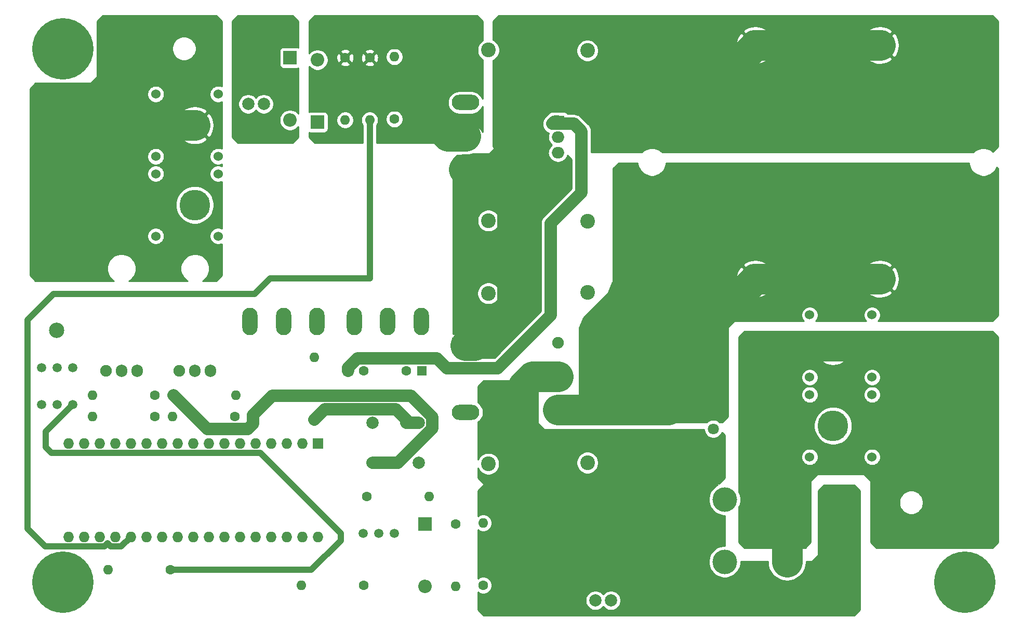
<source format=gbr>
%TF.GenerationSoftware,KiCad,Pcbnew,(5.1.8)-1*%
%TF.CreationDate,2020-11-22T17:52:55+01:00*%
%TF.ProjectId,dcconverter,6463636f-6e76-4657-9274-65722e6b6963,rev?*%
%TF.SameCoordinates,Original*%
%TF.FileFunction,Copper,L3,Inr*%
%TF.FilePolarity,Positive*%
%FSLAX46Y46*%
G04 Gerber Fmt 4.6, Leading zero omitted, Abs format (unit mm)*
G04 Created by KiCad (PCBNEW (5.1.8)-1) date 2020-11-22 17:52:55*
%MOMM*%
%LPD*%
G01*
G04 APERTURE LIST*
%TA.AperFunction,ComponentPad*%
%ADD10C,10.000000*%
%TD*%
%TA.AperFunction,WasherPad*%
%ADD11C,2.400000*%
%TD*%
%TA.AperFunction,ComponentPad*%
%ADD12O,1.727200X1.727200*%
%TD*%
%TA.AperFunction,ComponentPad*%
%ADD13R,1.727200X1.727200*%
%TD*%
%TA.AperFunction,ComponentPad*%
%ADD14O,1.600000X1.600000*%
%TD*%
%TA.AperFunction,ComponentPad*%
%ADD15C,1.600000*%
%TD*%
%TA.AperFunction,ComponentPad*%
%ADD16C,1.500000*%
%TD*%
%TA.AperFunction,ComponentPad*%
%ADD17O,1.905000X2.000000*%
%TD*%
%TA.AperFunction,ComponentPad*%
%ADD18C,1.905000*%
%TD*%
%TA.AperFunction,ComponentPad*%
%ADD19O,2.500000X4.500000*%
%TD*%
%TA.AperFunction,ComponentPad*%
%ADD20O,2.000000X1.905000*%
%TD*%
%TA.AperFunction,ComponentPad*%
%ADD21O,4.500000X2.500000*%
%TD*%
%TA.AperFunction,ComponentPad*%
%ADD22C,5.000000*%
%TD*%
%TA.AperFunction,ComponentPad*%
%ADD23C,2.000000*%
%TD*%
%TA.AperFunction,WasherPad*%
%ADD24C,1.524000*%
%TD*%
%TA.AperFunction,ComponentPad*%
%ADD25C,4.000000*%
%TD*%
%TA.AperFunction,ComponentPad*%
%ADD26C,2.500000*%
%TD*%
%TA.AperFunction,ComponentPad*%
%ADD27R,2.000000X1.905000*%
%TD*%
%TA.AperFunction,ComponentPad*%
%ADD28C,3.000000*%
%TD*%
%TA.AperFunction,ComponentPad*%
%ADD29O,2.800000X2.800000*%
%TD*%
%TA.AperFunction,ComponentPad*%
%ADD30C,2.800000*%
%TD*%
%TA.AperFunction,ComponentPad*%
%ADD31O,2.200000X2.200000*%
%TD*%
%TA.AperFunction,ComponentPad*%
%ADD32R,2.200000X2.200000*%
%TD*%
%TA.AperFunction,ComponentPad*%
%ADD33R,4.500000X2.500000*%
%TD*%
%TA.AperFunction,ComponentPad*%
%ADD34R,1.600000X1.600000*%
%TD*%
%TA.AperFunction,ComponentPad*%
%ADD35C,1.800000*%
%TD*%
%TA.AperFunction,ComponentPad*%
%ADD36R,1.800000X1.800000*%
%TD*%
%TA.AperFunction,Conductor*%
%ADD37C,5.000000*%
%TD*%
%TA.AperFunction,Conductor*%
%ADD38C,2.000000*%
%TD*%
%TA.AperFunction,Conductor*%
%ADD39C,1.000000*%
%TD*%
%TA.AperFunction,Conductor*%
%ADD40C,0.250000*%
%TD*%
%TA.AperFunction,Conductor*%
%ADD41C,0.100000*%
%TD*%
G04 APERTURE END LIST*
D10*
%TO.N,N/C*%
%TO.C,REF\u002A\u002A*%
X168500000Y-108500000D03*
%TD*%
%TO.N,N/C*%
%TO.C,REF\u002A\u002A*%
X21500000Y-108500000D03*
%TD*%
%TO.N,N/C*%
%TO.C,REF\u002A\u002A*%
X21500000Y-21500000D03*
%TD*%
D11*
%TO.N,*%
%TO.C,HS-Q2*%
X106990000Y-61215000D03*
X106990000Y-89015000D03*
%TD*%
%TO.N,*%
%TO.C,HS-Q1*%
X90830000Y-61405000D03*
X90830000Y-89205000D03*
%TD*%
%TO.N,*%
%TO.C,HS-IC1*%
X106990000Y-21825000D03*
X106990000Y-49625000D03*
%TD*%
%TO.N,*%
%TO.C,HS-D1*%
X90855000Y-21745000D03*
X90855000Y-49545000D03*
%TD*%
D12*
%TO.N,N/C*%
%TO.C,XA1*%
X60520000Y-101120000D03*
X42740000Y-101120000D03*
X40200000Y-101120000D03*
X37660000Y-101120000D03*
X35120000Y-101120000D03*
%TO.N,Net-(R12-Pad1)*%
X32580000Y-101120000D03*
%TO.N,*%
X47820000Y-101120000D03*
%TO.N,Net-(R11-Pad2)*%
X24960000Y-85880000D03*
%TO.N,Net-(R8-Pad2)*%
X22420000Y-85880000D03*
%TO.N,Net-(R7-Pad2)*%
X22420000Y-101120000D03*
%TO.N,N/C*%
X27500000Y-101120000D03*
X27500000Y-85880000D03*
X30040000Y-85880000D03*
X32580000Y-85880000D03*
X35120000Y-85880000D03*
X37660000Y-85880000D03*
X40200000Y-85880000D03*
X42740000Y-85880000D03*
X45280000Y-85880000D03*
X47820000Y-85880000D03*
X57980000Y-85880000D03*
X55440000Y-85880000D03*
X60520000Y-85880000D03*
X52900000Y-101120000D03*
X24960000Y-101120000D03*
%TO.N,Net-(IC1-Pad3)*%
X50360000Y-101120000D03*
%TO.N,Net-(C1-Pad2)*%
X55440000Y-101120000D03*
%TO.N,N/C*%
X50360000Y-85880000D03*
X57980000Y-101120000D03*
%TO.N,Net-(R1-Pad2)*%
X30040000Y-101120000D03*
%TO.N,N/C*%
X63060000Y-101120000D03*
D13*
X63060000Y-85880000D03*
D12*
X52900000Y-85880000D03*
%TO.N,*%
X45280000Y-101120000D03*
%TD*%
D14*
%TO.N,Net-(R12-Pad1)*%
%TO.C,R13*%
X71500000Y-33160000D03*
D15*
%TO.N,Net-(D5-Pad1)*%
X71500000Y-23000000D03*
%TD*%
D14*
%TO.N,Net-(C1-Pad2)*%
%TO.C,R12*%
X75500000Y-22840000D03*
D15*
%TO.N,Net-(R12-Pad1)*%
X75500000Y-33000000D03*
%TD*%
D14*
%TO.N,Net-(R11-Pad2)*%
%TO.C,R11*%
X60340000Y-109000000D03*
D15*
%TO.N,Net-(Q10-Pad2)*%
X70500000Y-109000000D03*
%TD*%
D14*
%TO.N,Net-(Q10-Pad3)*%
%TO.C,R10*%
X81160000Y-94500000D03*
D15*
%TO.N,Net-(C3-Pad1)*%
X71000000Y-94500000D03*
%TD*%
D14*
%TO.N,Net-(Q5-Pad3)*%
%TO.C,R9*%
X26340000Y-78000000D03*
D15*
%TO.N,Net-(C5-Pad1)*%
X36500000Y-78000000D03*
%TD*%
D14*
%TO.N,Net-(R8-Pad2)*%
%TO.C,R8*%
X26340000Y-81500000D03*
D15*
%TO.N,Net-(Q6-Pad2)*%
X36500000Y-81500000D03*
%TD*%
D14*
%TO.N,Net-(R7-Pad2)*%
%TO.C,R7*%
X28840000Y-106500000D03*
D15*
%TO.N,Net-(Q5-Pad2)*%
X39000000Y-106500000D03*
%TD*%
D14*
%TO.N,Net-(C1-Pad2)*%
%TO.C,R6*%
X62500000Y-71840000D03*
D15*
%TO.N,Net-(C4-Pad2)*%
X62500000Y-82000000D03*
%TD*%
D14*
%TO.N,Net-(C4-Pad1)*%
%TO.C,R5*%
X67500000Y-33160000D03*
D15*
%TO.N,Net-(D5-Pad1)*%
X67500000Y-23000000D03*
%TD*%
D14*
%TO.N,Net-(C1-Pad2)*%
%TO.C,R4*%
X49660000Y-78000000D03*
D15*
%TO.N,Net-(C2-Pad2)*%
X39500000Y-78000000D03*
%TD*%
D14*
%TO.N,Net-(C2-Pad1)*%
%TO.C,R3*%
X39340000Y-81500000D03*
D15*
%TO.N,Net-(D5-Pad1)*%
X49500000Y-81500000D03*
%TD*%
D14*
%TO.N,Net-(C1-Pad2)*%
%TO.C,R2*%
X90000000Y-98840000D03*
D15*
%TO.N,Net-(R1-Pad2)*%
X90000000Y-109000000D03*
%TD*%
D14*
%TO.N,Net-(R1-Pad2)*%
%TO.C,R1*%
X85500000Y-109160000D03*
D15*
%TO.N,Net-(C1-Pad1)*%
X85500000Y-99000000D03*
%TD*%
D16*
%TO.N,Net-(C1-Pad2)*%
%TO.C,Q10*%
X75500000Y-100500000D03*
%TO.N,Net-(Q10-Pad2)*%
X70420000Y-100500000D03*
%TO.N,Net-(Q10-Pad3)*%
X72960000Y-100500000D03*
%TD*%
D17*
%TO.N,Net-(C1-Pad2)*%
%TO.C,Q8*%
X33580000Y-74000000D03*
%TO.N,Net-(Q1-Pad3)*%
X31040000Y-74000000D03*
D18*
%TO.N,Net-(Q5-Pad3)*%
X28500000Y-74000000D03*
%TD*%
D17*
%TO.N,Net-(C5-Pad1)*%
%TO.C,Q7*%
X45580000Y-74000000D03*
%TO.N,Net-(Q1-Pad3)*%
X43040000Y-74000000D03*
D18*
%TO.N,Net-(Q5-Pad3)*%
X40500000Y-74000000D03*
%TD*%
D16*
%TO.N,Net-(C1-Pad2)*%
%TO.C,Q6*%
X18000000Y-73500000D03*
%TO.N,Net-(Q6-Pad2)*%
X23080000Y-73500000D03*
%TO.N,Net-(Q5-Pad1)*%
X20540000Y-73500000D03*
%TD*%
%TO.N,Net-(Q5-Pad1)*%
%TO.C,Q5*%
X18000000Y-79500000D03*
%TO.N,Net-(Q5-Pad2)*%
X23080000Y-79500000D03*
%TO.N,Net-(Q5-Pad3)*%
X20540000Y-79500000D03*
%TD*%
D19*
%TO.N,Net-(C5-Pad1)*%
%TO.C,Q4*%
X79900000Y-66000000D03*
%TO.N,Net-(D5-Pad1)*%
X74450000Y-66000000D03*
%TO.N,Net-(C4-Pad1)*%
X69000000Y-66000000D03*
%TD*%
%TO.N,Net-(C3-Pad1)*%
%TO.C,Q3*%
X62900000Y-66000000D03*
%TO.N,Net-(D5-Pad1)*%
X57450000Y-66000000D03*
%TO.N,Net-(C2-Pad1)*%
X52000000Y-66000000D03*
%TD*%
D20*
%TO.N,Net-(C1-Pad1)*%
%TO.C,Q2*%
X102190000Y-80380000D03*
%TO.N,Net-(F2-Pad2)*%
X102190000Y-74930000D03*
D18*
%TO.N,Net-(Q10-Pad3)*%
X102190000Y-69480000D03*
%TD*%
D21*
%TO.N,Net-(D1-Pad1)*%
%TO.C,Q1*%
X87100000Y-41200000D03*
%TO.N,Net-(D5-Pad1)*%
X87100000Y-35750000D03*
%TO.N,Net-(Q1-Pad3)*%
X87100000Y-30300000D03*
%TD*%
D22*
%TO.N,Net-(D1-Pad1)*%
%TO.C,L1*%
X134340000Y-20950000D03*
%TO.N,Net-(C1-Pad1)*%
X134340000Y-59050000D03*
%TO.N,Net-(D1-Pad1)*%
X154660000Y-20950000D03*
%TO.N,Net-(C1-Pad1)*%
X154660000Y-59050000D03*
%TD*%
D23*
%TO.N,Net-(IC1-Pad3)*%
%TO.C,J8*%
X51690000Y-30540000D03*
%TO.N,Net-(C1-Pad2)*%
X54230000Y-30540000D03*
%TD*%
%TO.N,Net-(IC1-Pad3)*%
%TO.C,J7*%
X110810000Y-111460000D03*
%TO.N,Net-(C1-Pad2)*%
X108270000Y-111460000D03*
%TD*%
D22*
%TO.N,Net-(C1-Pad2)*%
%TO.C,J6*%
X147000000Y-83000000D03*
D24*
%TO.N,*%
X153360000Y-88080000D03*
X143200000Y-77920000D03*
X143200000Y-88080000D03*
X153360000Y-77920000D03*
%TD*%
D22*
%TO.N,Net-(F2-Pad1)*%
%TO.C,J5*%
X147000000Y-70000000D03*
D24*
%TO.N,*%
X153360000Y-75080000D03*
X143200000Y-64920000D03*
X143200000Y-75080000D03*
X153360000Y-64920000D03*
%TD*%
D25*
%TO.N,Net-(C1-Pad2)*%
%TO.C,J4*%
X129340000Y-95000000D03*
X129340000Y-105160000D03*
%TO.N,Net-(F2-Pad1)*%
X139500000Y-105160000D03*
X139500000Y-95000000D03*
%TD*%
D22*
%TO.N,Net-(C1-Pad2)*%
%TO.C,J3*%
X43000000Y-47000000D03*
D24*
%TO.N,*%
X36640000Y-41920000D03*
X46800000Y-52080000D03*
X46800000Y-41920000D03*
X36640000Y-52080000D03*
%TD*%
D22*
%TO.N,Net-(F1-Pad2)*%
%TO.C,J2*%
X43000000Y-34000000D03*
D24*
%TO.N,*%
X36640000Y-28920000D03*
X46800000Y-39080000D03*
X46800000Y-28920000D03*
X36640000Y-39080000D03*
%TD*%
D26*
%TO.N,Net-(F1-Pad2)*%
%TO.C,J1*%
X20500000Y-56600000D03*
%TO.N,Net-(C1-Pad2)*%
X20500000Y-67400000D03*
%TD*%
D20*
%TO.N,Net-(IC1-Pad3)*%
%TO.C,IC1*%
X102190000Y-38465000D03*
%TO.N,Net-(C1-Pad2)*%
X102190000Y-35925000D03*
D27*
%TO.N,Net-(C3-Pad1)*%
X102190000Y-33385000D03*
%TD*%
D28*
%TO.N,Net-(F2-Pad2)*%
%TO.C,F2*%
X148500000Y-95500000D03*
%TO.N,Net-(F2-Pad1)*%
X171000000Y-95500000D03*
%TD*%
%TO.N,Net-(F1-Pad2)*%
%TO.C,F1*%
X30000000Y-21500000D03*
%TO.N,Net-(D5-Pad2)*%
X52500000Y-21500000D03*
%TD*%
D29*
%TO.N,Net-(D5-Pad2)*%
%TO.C,D5*%
X56800000Y-18500000D03*
D30*
%TO.N,Net-(D5-Pad1)*%
X71500000Y-18500000D03*
%TD*%
D31*
%TO.N,Net-(C1-Pad2)*%
%TO.C,D4*%
X58500000Y-33160000D03*
D32*
%TO.N,Net-(D3-Pad2)*%
X58500000Y-23000000D03*
%TD*%
D31*
%TO.N,Net-(D3-Pad2)*%
%TO.C,D3*%
X63000000Y-23340000D03*
D32*
%TO.N,Net-(C4-Pad1)*%
X63000000Y-33500000D03*
%TD*%
D31*
%TO.N,Net-(C1-Pad2)*%
%TO.C,D2*%
X80500000Y-109160000D03*
D32*
%TO.N,Net-(C2-Pad1)*%
X80500000Y-99000000D03*
%TD*%
D21*
%TO.N,Net-(C1-Pad2)*%
%TO.C,D1*%
X87130000Y-80805000D03*
D33*
%TO.N,Net-(D1-Pad1)*%
X87130000Y-69905000D03*
%TD*%
D15*
%TO.N,Net-(C1-Pad2)*%
%TO.C,C5*%
X77500000Y-74000000D03*
D34*
%TO.N,Net-(C5-Pad1)*%
X80000000Y-74000000D03*
%TD*%
D23*
%TO.N,Net-(C4-Pad2)*%
%TO.C,C4*%
X79500000Y-82500000D03*
%TO.N,Net-(C4-Pad1)*%
X72000000Y-82500000D03*
%TD*%
D15*
%TO.N,Net-(C1-Pad2)*%
%TO.C,C3*%
X70500000Y-74000000D03*
D34*
%TO.N,Net-(C3-Pad1)*%
X68000000Y-74000000D03*
%TD*%
D23*
%TO.N,Net-(C2-Pad2)*%
%TO.C,C2*%
X72000000Y-89000000D03*
%TO.N,Net-(C2-Pad1)*%
X79500000Y-89000000D03*
%TD*%
D35*
%TO.N,Net-(C1-Pad2)*%
%TO.C,C1*%
X127500000Y-83500000D03*
D36*
%TO.N,Net-(C1-Pad1)*%
X127500000Y-71000000D03*
%TD*%
D37*
%TO.N,Net-(C1-Pad1)*%
X154660000Y-59050000D02*
X134340000Y-59050000D01*
X127500000Y-65890000D02*
X134340000Y-59050000D01*
X127500000Y-71000000D02*
X127500000Y-65890000D01*
X127500000Y-71000000D02*
X127500000Y-73000000D01*
X120120000Y-80380000D02*
X102190000Y-80380000D01*
X127500000Y-73000000D02*
X120120000Y-80380000D01*
D38*
%TO.N,Net-(C2-Pad2)*%
X45000001Y-83500001D02*
X39500000Y-78000000D01*
X52499999Y-81199999D02*
X52499999Y-82666929D01*
X55600009Y-78099989D02*
X52499999Y-81199999D01*
X78211272Y-78099989D02*
X55600009Y-78099989D01*
X81700010Y-83411273D02*
X81700010Y-81588727D01*
X52499999Y-82666929D02*
X51666927Y-83500001D01*
X76111283Y-89000000D02*
X81700010Y-83411273D01*
X81700010Y-81588727D02*
X78211272Y-78099989D01*
X72000000Y-89000000D02*
X76111283Y-89000000D01*
X51666927Y-83500001D02*
X45000001Y-83500001D01*
%TO.N,Net-(C3-Pad1)*%
X101250902Y-33772490D02*
X104772490Y-33772490D01*
X101638392Y-33385000D02*
X101250902Y-33772490D01*
X102190000Y-33385000D02*
X101638392Y-33385000D01*
X104772490Y-33772490D02*
X106000000Y-35000000D01*
X106000000Y-35000000D02*
X106000000Y-45000000D01*
X106000000Y-45000000D02*
X101000000Y-50000000D01*
X101000000Y-50000000D02*
X101000000Y-65000000D01*
X92394990Y-73605010D02*
X84105010Y-73605010D01*
X101000000Y-65000000D02*
X92394990Y-73605010D01*
X68000000Y-73539998D02*
X68000000Y-74000000D01*
X69539999Y-71999999D02*
X68000000Y-73539998D01*
X82499999Y-71999999D02*
X69539999Y-71999999D01*
X84105010Y-73605010D02*
X82499999Y-71999999D01*
%TO.N,Net-(C4-Pad2)*%
X79500000Y-82500000D02*
X77500000Y-82500000D01*
X77500000Y-82500000D02*
X77500000Y-82000000D01*
X64200001Y-80299999D02*
X62500000Y-82000000D01*
X75799999Y-80299999D02*
X64200001Y-80299999D01*
X77500000Y-82000000D02*
X75799999Y-80299999D01*
D37*
%TO.N,Net-(D1-Pad1)*%
X128290000Y-27000000D02*
X134340000Y-20950000D01*
X99000000Y-27000000D02*
X128290000Y-27000000D01*
X94500000Y-31500000D02*
X99000000Y-27000000D01*
X94500000Y-38500000D02*
X94500000Y-31500000D01*
X91855000Y-41145000D02*
X94500000Y-38500000D01*
X87275000Y-41145000D02*
X91855000Y-41145000D01*
X134340000Y-20950000D02*
X154660000Y-20950000D01*
X87275000Y-41145000D02*
X86855000Y-41145000D01*
X87130000Y-69905000D02*
X88595000Y-69905000D01*
X94755001Y-44045001D02*
X91855000Y-41145000D01*
X94755001Y-63744999D02*
X94755001Y-44045001D01*
X88595000Y-69905000D02*
X94755001Y-63744999D01*
%TO.N,Net-(D5-Pad2)*%
X52500000Y-21500000D02*
X52500000Y-20500000D01*
X54500000Y-18500000D02*
X56800000Y-18500000D01*
X52500000Y-20500000D02*
X54500000Y-18500000D01*
%TO.N,Net-(D5-Pad1)*%
X71500000Y-18500000D02*
X78500000Y-18500000D01*
X78500000Y-18500000D02*
X80500000Y-20500000D01*
X80500000Y-20500000D02*
X80500000Y-32000000D01*
X84250000Y-35750000D02*
X80500000Y-32000000D01*
X87100000Y-35750000D02*
X84250000Y-35750000D01*
%TO.N,Net-(F1-Pad2)*%
X43000000Y-34000000D02*
X33000000Y-34000000D01*
X30000000Y-31000000D02*
X30000000Y-21500000D01*
X33000000Y-34000000D02*
X30000000Y-31000000D01*
X20500000Y-46500000D02*
X33000000Y-34000000D01*
X20500000Y-56600000D02*
X20500000Y-46500000D01*
%TO.N,Net-(F2-Pad2)*%
X148500000Y-105500000D02*
X148500000Y-95500000D01*
X143000000Y-111000000D02*
X148500000Y-105500000D01*
X96500000Y-88500000D02*
X119000000Y-111000000D01*
X96500000Y-76500000D02*
X96500000Y-88500000D01*
X98070000Y-74930000D02*
X96500000Y-76500000D01*
X119000000Y-111000000D02*
X143000000Y-111000000D01*
X102190000Y-74930000D02*
X98070000Y-74930000D01*
%TO.N,Net-(F2-Pad1)*%
X139500000Y-95000000D02*
X135500000Y-91000000D01*
X135500000Y-91000000D02*
X135500000Y-74000000D01*
X139500000Y-70000000D02*
X147000000Y-70000000D01*
X135500000Y-74000000D02*
X139500000Y-70000000D01*
X171000000Y-95500000D02*
X171000000Y-81000000D01*
X160000000Y-70000000D02*
X147000000Y-70000000D01*
X171000000Y-81000000D02*
X160000000Y-70000000D01*
X139500000Y-95000000D02*
X139500000Y-105160000D01*
D39*
%TO.N,Net-(Q5-Pad2)*%
X18671999Y-83908001D02*
X23080000Y-79500000D01*
X18671999Y-86459841D02*
X18671999Y-83908001D01*
X19655759Y-87443601D02*
X18671999Y-86459841D01*
X53711443Y-87443601D02*
X19655759Y-87443601D01*
X66808001Y-101699841D02*
X66808001Y-100540159D01*
X66808001Y-100540159D02*
X53711443Y-87443601D01*
X62007842Y-106500000D02*
X66808001Y-101699841D01*
X39000000Y-106500000D02*
X62007842Y-106500000D01*
%TO.N,Net-(R12-Pad1)*%
X31016399Y-102683601D02*
X32580000Y-101120000D01*
X29289471Y-102683601D02*
X31016399Y-102683601D01*
X28770000Y-102164130D02*
X29289471Y-102683601D01*
X28250529Y-102683601D02*
X28770000Y-102164130D01*
X18647601Y-102683601D02*
X28250529Y-102683601D01*
X15725010Y-99761010D02*
X18647601Y-102683601D01*
X15725010Y-65774990D02*
X15725010Y-99761010D01*
X71500000Y-33160000D02*
X71500000Y-59000000D01*
X55242270Y-59000000D02*
X52742270Y-61500000D01*
X71500000Y-59000000D02*
X55242270Y-59000000D01*
X20000000Y-61500000D02*
X15725010Y-65774990D01*
X52742270Y-61500000D02*
X20000000Y-61500000D01*
%TD*%
D40*
%TO.N,Net-(F2-Pad1)*%
X144979000Y-67796567D02*
X147000000Y-69817566D01*
X149021000Y-67796567D01*
X148907294Y-67625000D01*
X172948224Y-67625000D01*
X173875000Y-68551776D01*
X173875000Y-101948224D01*
X172948224Y-102875000D01*
X154051776Y-102875000D01*
X153125000Y-101948224D01*
X153125000Y-95305479D01*
X157775000Y-95305479D01*
X157775000Y-95694521D01*
X157850898Y-96076086D01*
X157999778Y-96435513D01*
X158215917Y-96758989D01*
X158491011Y-97034083D01*
X158814487Y-97250222D01*
X159173914Y-97399102D01*
X159555479Y-97475000D01*
X159944521Y-97475000D01*
X160326086Y-97399102D01*
X160685513Y-97250222D01*
X161008989Y-97034083D01*
X161051165Y-96991907D01*
X169690527Y-96991907D01*
X169846835Y-97306663D01*
X170221455Y-97496920D01*
X170625994Y-97610437D01*
X171044906Y-97642850D01*
X171462093Y-97592914D01*
X171861521Y-97462550D01*
X172153165Y-97306663D01*
X172309473Y-96991907D01*
X171000000Y-95682434D01*
X169690527Y-96991907D01*
X161051165Y-96991907D01*
X161284083Y-96758989D01*
X161500222Y-96435513D01*
X161649102Y-96076086D01*
X161725000Y-95694521D01*
X161725000Y-95544906D01*
X168857150Y-95544906D01*
X168907086Y-95962093D01*
X169037450Y-96361521D01*
X169193337Y-96653165D01*
X169508093Y-96809473D01*
X170817566Y-95500000D01*
X171182434Y-95500000D01*
X172491907Y-96809473D01*
X172806663Y-96653165D01*
X172996920Y-96278545D01*
X173110437Y-95874006D01*
X173142850Y-95455094D01*
X173092914Y-95037907D01*
X172962550Y-94638479D01*
X172806663Y-94346835D01*
X172491907Y-94190527D01*
X171182434Y-95500000D01*
X170817566Y-95500000D01*
X169508093Y-94190527D01*
X169193337Y-94346835D01*
X169003080Y-94721455D01*
X168889563Y-95125994D01*
X168857150Y-95544906D01*
X161725000Y-95544906D01*
X161725000Y-95305479D01*
X161649102Y-94923914D01*
X161500222Y-94564487D01*
X161284083Y-94241011D01*
X161051165Y-94008093D01*
X169690527Y-94008093D01*
X171000000Y-95317566D01*
X172309473Y-94008093D01*
X172153165Y-93693337D01*
X171778545Y-93503080D01*
X171374006Y-93389563D01*
X170955094Y-93357150D01*
X170537907Y-93407086D01*
X170138479Y-93537450D01*
X169846835Y-93693337D01*
X169690527Y-94008093D01*
X161051165Y-94008093D01*
X161008989Y-93965917D01*
X160685513Y-93749778D01*
X160326086Y-93600898D01*
X159944521Y-93525000D01*
X159555479Y-93525000D01*
X159173914Y-93600898D01*
X158814487Y-93749778D01*
X158491011Y-93965917D01*
X158215917Y-94241011D01*
X157999778Y-94564487D01*
X157850898Y-94923914D01*
X157775000Y-95305479D01*
X153125000Y-95305479D01*
X153125000Y-92000000D01*
X153122598Y-91975614D01*
X153115485Y-91952165D01*
X153103934Y-91930554D01*
X153088388Y-91911612D01*
X152088388Y-90911612D01*
X152069446Y-90896066D01*
X152047835Y-90884515D01*
X152024386Y-90877402D01*
X152000000Y-90875000D01*
X144500000Y-90875000D01*
X144475614Y-90877402D01*
X144452165Y-90884515D01*
X144430554Y-90896066D01*
X144411612Y-90911612D01*
X143411612Y-91911612D01*
X143396066Y-91930554D01*
X143384515Y-91952165D01*
X143377402Y-91975614D01*
X143375000Y-92000000D01*
X143375000Y-101948224D01*
X142448224Y-102875000D01*
X140812466Y-102875000D01*
X140489197Y-102706140D01*
X139991466Y-102560308D01*
X139474848Y-102514380D01*
X138959197Y-102570122D01*
X138464328Y-102725391D01*
X138184430Y-102875000D01*
X132551776Y-102875000D01*
X131625000Y-101948224D01*
X131625000Y-96847771D01*
X137834662Y-96847771D01*
X138051086Y-97213726D01*
X138510803Y-97453860D01*
X139008534Y-97599692D01*
X139525152Y-97645620D01*
X140040803Y-97589878D01*
X140535672Y-97434609D01*
X140948914Y-97213726D01*
X141165338Y-96847771D01*
X139500000Y-95182434D01*
X137834662Y-96847771D01*
X131625000Y-96847771D01*
X131625000Y-96305131D01*
X131666245Y-96243404D01*
X131864122Y-95765684D01*
X131965000Y-95258540D01*
X131965000Y-95025152D01*
X136854380Y-95025152D01*
X136910122Y-95540803D01*
X137065391Y-96035672D01*
X137286274Y-96448914D01*
X137652229Y-96665338D01*
X139317566Y-95000000D01*
X139682434Y-95000000D01*
X141347771Y-96665338D01*
X141713726Y-96448914D01*
X141953860Y-95989197D01*
X142099692Y-95491466D01*
X142145620Y-94974848D01*
X142089878Y-94459197D01*
X141934609Y-93964328D01*
X141713726Y-93551086D01*
X141347771Y-93334662D01*
X139682434Y-95000000D01*
X139317566Y-95000000D01*
X137652229Y-93334662D01*
X137286274Y-93551086D01*
X137046140Y-94010803D01*
X136900308Y-94508534D01*
X136854380Y-95025152D01*
X131965000Y-95025152D01*
X131965000Y-94741460D01*
X131864122Y-94234316D01*
X131666245Y-93756596D01*
X131625000Y-93694869D01*
X131625000Y-93152229D01*
X137834662Y-93152229D01*
X139500000Y-94817566D01*
X141165338Y-93152229D01*
X140948914Y-92786274D01*
X140489197Y-92546140D01*
X139991466Y-92400308D01*
X139474848Y-92354380D01*
X138959197Y-92410122D01*
X138464328Y-92565391D01*
X138051086Y-92786274D01*
X137834662Y-93152229D01*
X131625000Y-93152229D01*
X131625000Y-87943392D01*
X141813000Y-87943392D01*
X141813000Y-88216608D01*
X141866302Y-88484573D01*
X141970857Y-88736991D01*
X142122647Y-88964161D01*
X142315839Y-89157353D01*
X142543009Y-89309143D01*
X142795427Y-89413698D01*
X143063392Y-89467000D01*
X143336608Y-89467000D01*
X143604573Y-89413698D01*
X143856991Y-89309143D01*
X144084161Y-89157353D01*
X144277353Y-88964161D01*
X144429143Y-88736991D01*
X144533698Y-88484573D01*
X144587000Y-88216608D01*
X144587000Y-87943392D01*
X151973000Y-87943392D01*
X151973000Y-88216608D01*
X152026302Y-88484573D01*
X152130857Y-88736991D01*
X152282647Y-88964161D01*
X152475839Y-89157353D01*
X152703009Y-89309143D01*
X152955427Y-89413698D01*
X153223392Y-89467000D01*
X153496608Y-89467000D01*
X153764573Y-89413698D01*
X154016991Y-89309143D01*
X154244161Y-89157353D01*
X154437353Y-88964161D01*
X154589143Y-88736991D01*
X154693698Y-88484573D01*
X154747000Y-88216608D01*
X154747000Y-87943392D01*
X154693698Y-87675427D01*
X154589143Y-87423009D01*
X154437353Y-87195839D01*
X154244161Y-87002647D01*
X154016991Y-86850857D01*
X153764573Y-86746302D01*
X153496608Y-86693000D01*
X153223392Y-86693000D01*
X152955427Y-86746302D01*
X152703009Y-86850857D01*
X152475839Y-87002647D01*
X152282647Y-87195839D01*
X152130857Y-87423009D01*
X152026302Y-87675427D01*
X151973000Y-87943392D01*
X144587000Y-87943392D01*
X144533698Y-87675427D01*
X144429143Y-87423009D01*
X144277353Y-87195839D01*
X144084161Y-87002647D01*
X143856991Y-86850857D01*
X143604573Y-86746302D01*
X143336608Y-86693000D01*
X143063392Y-86693000D01*
X142795427Y-86746302D01*
X142543009Y-86850857D01*
X142315839Y-87002647D01*
X142122647Y-87195839D01*
X141970857Y-87423009D01*
X141866302Y-87675427D01*
X141813000Y-87943392D01*
X131625000Y-87943392D01*
X131625000Y-82692214D01*
X143875000Y-82692214D01*
X143875000Y-83307786D01*
X143995092Y-83911529D01*
X144230661Y-84480243D01*
X144572654Y-84992072D01*
X145007928Y-85427346D01*
X145519757Y-85769339D01*
X146088471Y-86004908D01*
X146692214Y-86125000D01*
X147307786Y-86125000D01*
X147911529Y-86004908D01*
X148480243Y-85769339D01*
X148992072Y-85427346D01*
X149427346Y-84992072D01*
X149769339Y-84480243D01*
X150004908Y-83911529D01*
X150125000Y-83307786D01*
X150125000Y-82692214D01*
X150004908Y-82088471D01*
X149769339Y-81519757D01*
X149427346Y-81007928D01*
X148992072Y-80572654D01*
X148480243Y-80230661D01*
X147911529Y-79995092D01*
X147307786Y-79875000D01*
X146692214Y-79875000D01*
X146088471Y-79995092D01*
X145519757Y-80230661D01*
X145007928Y-80572654D01*
X144572654Y-81007928D01*
X144230661Y-81519757D01*
X143995092Y-82088471D01*
X143875000Y-82692214D01*
X131625000Y-82692214D01*
X131625000Y-77783392D01*
X141813000Y-77783392D01*
X141813000Y-78056608D01*
X141866302Y-78324573D01*
X141970857Y-78576991D01*
X142122647Y-78804161D01*
X142315839Y-78997353D01*
X142543009Y-79149143D01*
X142795427Y-79253698D01*
X143063392Y-79307000D01*
X143336608Y-79307000D01*
X143604573Y-79253698D01*
X143856991Y-79149143D01*
X144084161Y-78997353D01*
X144277353Y-78804161D01*
X144429143Y-78576991D01*
X144533698Y-78324573D01*
X144587000Y-78056608D01*
X144587000Y-77783392D01*
X151973000Y-77783392D01*
X151973000Y-78056608D01*
X152026302Y-78324573D01*
X152130857Y-78576991D01*
X152282647Y-78804161D01*
X152475839Y-78997353D01*
X152703009Y-79149143D01*
X152955427Y-79253698D01*
X153223392Y-79307000D01*
X153496608Y-79307000D01*
X153764573Y-79253698D01*
X154016991Y-79149143D01*
X154244161Y-78997353D01*
X154437353Y-78804161D01*
X154589143Y-78576991D01*
X154693698Y-78324573D01*
X154747000Y-78056608D01*
X154747000Y-77783392D01*
X154693698Y-77515427D01*
X154589143Y-77263009D01*
X154437353Y-77035839D01*
X154244161Y-76842647D01*
X154016991Y-76690857D01*
X153764573Y-76586302D01*
X153496608Y-76533000D01*
X153223392Y-76533000D01*
X152955427Y-76586302D01*
X152703009Y-76690857D01*
X152475839Y-76842647D01*
X152282647Y-77035839D01*
X152130857Y-77263009D01*
X152026302Y-77515427D01*
X151973000Y-77783392D01*
X144587000Y-77783392D01*
X144533698Y-77515427D01*
X144429143Y-77263009D01*
X144277353Y-77035839D01*
X144084161Y-76842647D01*
X143856991Y-76690857D01*
X143604573Y-76586302D01*
X143336608Y-76533000D01*
X143063392Y-76533000D01*
X142795427Y-76586302D01*
X142543009Y-76690857D01*
X142315839Y-76842647D01*
X142122647Y-77035839D01*
X141970857Y-77263009D01*
X141866302Y-77515427D01*
X141813000Y-77783392D01*
X131625000Y-77783392D01*
X131625000Y-74943392D01*
X141813000Y-74943392D01*
X141813000Y-75216608D01*
X141866302Y-75484573D01*
X141970857Y-75736991D01*
X142122647Y-75964161D01*
X142315839Y-76157353D01*
X142543009Y-76309143D01*
X142795427Y-76413698D01*
X143063392Y-76467000D01*
X143336608Y-76467000D01*
X143604573Y-76413698D01*
X143856991Y-76309143D01*
X144084161Y-76157353D01*
X144277353Y-75964161D01*
X144429143Y-75736991D01*
X144533698Y-75484573D01*
X144587000Y-75216608D01*
X144587000Y-74943392D01*
X151973000Y-74943392D01*
X151973000Y-75216608D01*
X152026302Y-75484573D01*
X152130857Y-75736991D01*
X152282647Y-75964161D01*
X152475839Y-76157353D01*
X152703009Y-76309143D01*
X152955427Y-76413698D01*
X153223392Y-76467000D01*
X153496608Y-76467000D01*
X153764573Y-76413698D01*
X154016991Y-76309143D01*
X154244161Y-76157353D01*
X154437353Y-75964161D01*
X154589143Y-75736991D01*
X154693698Y-75484573D01*
X154747000Y-75216608D01*
X154747000Y-74943392D01*
X154693698Y-74675427D01*
X154589143Y-74423009D01*
X154437353Y-74195839D01*
X154244161Y-74002647D01*
X154016991Y-73850857D01*
X153764573Y-73746302D01*
X153496608Y-73693000D01*
X153223392Y-73693000D01*
X152955427Y-73746302D01*
X152703009Y-73850857D01*
X152475839Y-74002647D01*
X152282647Y-74195839D01*
X152130857Y-74423009D01*
X152026302Y-74675427D01*
X151973000Y-74943392D01*
X144587000Y-74943392D01*
X144533698Y-74675427D01*
X144429143Y-74423009D01*
X144277353Y-74195839D01*
X144084161Y-74002647D01*
X143856991Y-73850857D01*
X143604573Y-73746302D01*
X143336608Y-73693000D01*
X143063392Y-73693000D01*
X142795427Y-73746302D01*
X142543009Y-73850857D01*
X142315839Y-74002647D01*
X142122647Y-74195839D01*
X141970857Y-74423009D01*
X141866302Y-74675427D01*
X141813000Y-74943392D01*
X131625000Y-74943392D01*
X131625000Y-72203433D01*
X144979000Y-72203433D01*
X145255476Y-72620599D01*
X145800251Y-72910584D01*
X146391130Y-73088717D01*
X147005409Y-73148153D01*
X147619479Y-73086607D01*
X148209743Y-72906444D01*
X148744524Y-72620599D01*
X149021000Y-72203433D01*
X147000000Y-70182434D01*
X144979000Y-72203433D01*
X131625000Y-72203433D01*
X131625000Y-70005409D01*
X143851847Y-70005409D01*
X143913393Y-70619479D01*
X144093556Y-71209743D01*
X144379401Y-71744524D01*
X144796567Y-72021000D01*
X146817566Y-70000000D01*
X147182434Y-70000000D01*
X149203433Y-72021000D01*
X149620599Y-71744524D01*
X149910584Y-71199749D01*
X150088717Y-70608870D01*
X150148153Y-69994591D01*
X150086607Y-69380521D01*
X149906444Y-68790257D01*
X149620599Y-68255476D01*
X149203433Y-67979000D01*
X147182434Y-70000000D01*
X146817566Y-70000000D01*
X144796567Y-67979000D01*
X144379401Y-68255476D01*
X144089416Y-68800251D01*
X143911283Y-69391130D01*
X143851847Y-70005409D01*
X131625000Y-70005409D01*
X131625000Y-68551776D01*
X132551776Y-67625000D01*
X145092706Y-67625000D01*
X144979000Y-67796567D01*
%TA.AperFunction,Conductor*%
D41*
G36*
X144979000Y-67796567D02*
G01*
X147000000Y-69817566D01*
X149021000Y-67796567D01*
X148907294Y-67625000D01*
X172948224Y-67625000D01*
X173875000Y-68551776D01*
X173875000Y-101948224D01*
X172948224Y-102875000D01*
X154051776Y-102875000D01*
X153125000Y-101948224D01*
X153125000Y-95305479D01*
X157775000Y-95305479D01*
X157775000Y-95694521D01*
X157850898Y-96076086D01*
X157999778Y-96435513D01*
X158215917Y-96758989D01*
X158491011Y-97034083D01*
X158814487Y-97250222D01*
X159173914Y-97399102D01*
X159555479Y-97475000D01*
X159944521Y-97475000D01*
X160326086Y-97399102D01*
X160685513Y-97250222D01*
X161008989Y-97034083D01*
X161051165Y-96991907D01*
X169690527Y-96991907D01*
X169846835Y-97306663D01*
X170221455Y-97496920D01*
X170625994Y-97610437D01*
X171044906Y-97642850D01*
X171462093Y-97592914D01*
X171861521Y-97462550D01*
X172153165Y-97306663D01*
X172309473Y-96991907D01*
X171000000Y-95682434D01*
X169690527Y-96991907D01*
X161051165Y-96991907D01*
X161284083Y-96758989D01*
X161500222Y-96435513D01*
X161649102Y-96076086D01*
X161725000Y-95694521D01*
X161725000Y-95544906D01*
X168857150Y-95544906D01*
X168907086Y-95962093D01*
X169037450Y-96361521D01*
X169193337Y-96653165D01*
X169508093Y-96809473D01*
X170817566Y-95500000D01*
X171182434Y-95500000D01*
X172491907Y-96809473D01*
X172806663Y-96653165D01*
X172996920Y-96278545D01*
X173110437Y-95874006D01*
X173142850Y-95455094D01*
X173092914Y-95037907D01*
X172962550Y-94638479D01*
X172806663Y-94346835D01*
X172491907Y-94190527D01*
X171182434Y-95500000D01*
X170817566Y-95500000D01*
X169508093Y-94190527D01*
X169193337Y-94346835D01*
X169003080Y-94721455D01*
X168889563Y-95125994D01*
X168857150Y-95544906D01*
X161725000Y-95544906D01*
X161725000Y-95305479D01*
X161649102Y-94923914D01*
X161500222Y-94564487D01*
X161284083Y-94241011D01*
X161051165Y-94008093D01*
X169690527Y-94008093D01*
X171000000Y-95317566D01*
X172309473Y-94008093D01*
X172153165Y-93693337D01*
X171778545Y-93503080D01*
X171374006Y-93389563D01*
X170955094Y-93357150D01*
X170537907Y-93407086D01*
X170138479Y-93537450D01*
X169846835Y-93693337D01*
X169690527Y-94008093D01*
X161051165Y-94008093D01*
X161008989Y-93965917D01*
X160685513Y-93749778D01*
X160326086Y-93600898D01*
X159944521Y-93525000D01*
X159555479Y-93525000D01*
X159173914Y-93600898D01*
X158814487Y-93749778D01*
X158491011Y-93965917D01*
X158215917Y-94241011D01*
X157999778Y-94564487D01*
X157850898Y-94923914D01*
X157775000Y-95305479D01*
X153125000Y-95305479D01*
X153125000Y-92000000D01*
X153122598Y-91975614D01*
X153115485Y-91952165D01*
X153103934Y-91930554D01*
X153088388Y-91911612D01*
X152088388Y-90911612D01*
X152069446Y-90896066D01*
X152047835Y-90884515D01*
X152024386Y-90877402D01*
X152000000Y-90875000D01*
X144500000Y-90875000D01*
X144475614Y-90877402D01*
X144452165Y-90884515D01*
X144430554Y-90896066D01*
X144411612Y-90911612D01*
X143411612Y-91911612D01*
X143396066Y-91930554D01*
X143384515Y-91952165D01*
X143377402Y-91975614D01*
X143375000Y-92000000D01*
X143375000Y-101948224D01*
X142448224Y-102875000D01*
X140812466Y-102875000D01*
X140489197Y-102706140D01*
X139991466Y-102560308D01*
X139474848Y-102514380D01*
X138959197Y-102570122D01*
X138464328Y-102725391D01*
X138184430Y-102875000D01*
X132551776Y-102875000D01*
X131625000Y-101948224D01*
X131625000Y-96847771D01*
X137834662Y-96847771D01*
X138051086Y-97213726D01*
X138510803Y-97453860D01*
X139008534Y-97599692D01*
X139525152Y-97645620D01*
X140040803Y-97589878D01*
X140535672Y-97434609D01*
X140948914Y-97213726D01*
X141165338Y-96847771D01*
X139500000Y-95182434D01*
X137834662Y-96847771D01*
X131625000Y-96847771D01*
X131625000Y-96305131D01*
X131666245Y-96243404D01*
X131864122Y-95765684D01*
X131965000Y-95258540D01*
X131965000Y-95025152D01*
X136854380Y-95025152D01*
X136910122Y-95540803D01*
X137065391Y-96035672D01*
X137286274Y-96448914D01*
X137652229Y-96665338D01*
X139317566Y-95000000D01*
X139682434Y-95000000D01*
X141347771Y-96665338D01*
X141713726Y-96448914D01*
X141953860Y-95989197D01*
X142099692Y-95491466D01*
X142145620Y-94974848D01*
X142089878Y-94459197D01*
X141934609Y-93964328D01*
X141713726Y-93551086D01*
X141347771Y-93334662D01*
X139682434Y-95000000D01*
X139317566Y-95000000D01*
X137652229Y-93334662D01*
X137286274Y-93551086D01*
X137046140Y-94010803D01*
X136900308Y-94508534D01*
X136854380Y-95025152D01*
X131965000Y-95025152D01*
X131965000Y-94741460D01*
X131864122Y-94234316D01*
X131666245Y-93756596D01*
X131625000Y-93694869D01*
X131625000Y-93152229D01*
X137834662Y-93152229D01*
X139500000Y-94817566D01*
X141165338Y-93152229D01*
X140948914Y-92786274D01*
X140489197Y-92546140D01*
X139991466Y-92400308D01*
X139474848Y-92354380D01*
X138959197Y-92410122D01*
X138464328Y-92565391D01*
X138051086Y-92786274D01*
X137834662Y-93152229D01*
X131625000Y-93152229D01*
X131625000Y-87943392D01*
X141813000Y-87943392D01*
X141813000Y-88216608D01*
X141866302Y-88484573D01*
X141970857Y-88736991D01*
X142122647Y-88964161D01*
X142315839Y-89157353D01*
X142543009Y-89309143D01*
X142795427Y-89413698D01*
X143063392Y-89467000D01*
X143336608Y-89467000D01*
X143604573Y-89413698D01*
X143856991Y-89309143D01*
X144084161Y-89157353D01*
X144277353Y-88964161D01*
X144429143Y-88736991D01*
X144533698Y-88484573D01*
X144587000Y-88216608D01*
X144587000Y-87943392D01*
X151973000Y-87943392D01*
X151973000Y-88216608D01*
X152026302Y-88484573D01*
X152130857Y-88736991D01*
X152282647Y-88964161D01*
X152475839Y-89157353D01*
X152703009Y-89309143D01*
X152955427Y-89413698D01*
X153223392Y-89467000D01*
X153496608Y-89467000D01*
X153764573Y-89413698D01*
X154016991Y-89309143D01*
X154244161Y-89157353D01*
X154437353Y-88964161D01*
X154589143Y-88736991D01*
X154693698Y-88484573D01*
X154747000Y-88216608D01*
X154747000Y-87943392D01*
X154693698Y-87675427D01*
X154589143Y-87423009D01*
X154437353Y-87195839D01*
X154244161Y-87002647D01*
X154016991Y-86850857D01*
X153764573Y-86746302D01*
X153496608Y-86693000D01*
X153223392Y-86693000D01*
X152955427Y-86746302D01*
X152703009Y-86850857D01*
X152475839Y-87002647D01*
X152282647Y-87195839D01*
X152130857Y-87423009D01*
X152026302Y-87675427D01*
X151973000Y-87943392D01*
X144587000Y-87943392D01*
X144533698Y-87675427D01*
X144429143Y-87423009D01*
X144277353Y-87195839D01*
X144084161Y-87002647D01*
X143856991Y-86850857D01*
X143604573Y-86746302D01*
X143336608Y-86693000D01*
X143063392Y-86693000D01*
X142795427Y-86746302D01*
X142543009Y-86850857D01*
X142315839Y-87002647D01*
X142122647Y-87195839D01*
X141970857Y-87423009D01*
X141866302Y-87675427D01*
X141813000Y-87943392D01*
X131625000Y-87943392D01*
X131625000Y-82692214D01*
X143875000Y-82692214D01*
X143875000Y-83307786D01*
X143995092Y-83911529D01*
X144230661Y-84480243D01*
X144572654Y-84992072D01*
X145007928Y-85427346D01*
X145519757Y-85769339D01*
X146088471Y-86004908D01*
X146692214Y-86125000D01*
X147307786Y-86125000D01*
X147911529Y-86004908D01*
X148480243Y-85769339D01*
X148992072Y-85427346D01*
X149427346Y-84992072D01*
X149769339Y-84480243D01*
X150004908Y-83911529D01*
X150125000Y-83307786D01*
X150125000Y-82692214D01*
X150004908Y-82088471D01*
X149769339Y-81519757D01*
X149427346Y-81007928D01*
X148992072Y-80572654D01*
X148480243Y-80230661D01*
X147911529Y-79995092D01*
X147307786Y-79875000D01*
X146692214Y-79875000D01*
X146088471Y-79995092D01*
X145519757Y-80230661D01*
X145007928Y-80572654D01*
X144572654Y-81007928D01*
X144230661Y-81519757D01*
X143995092Y-82088471D01*
X143875000Y-82692214D01*
X131625000Y-82692214D01*
X131625000Y-77783392D01*
X141813000Y-77783392D01*
X141813000Y-78056608D01*
X141866302Y-78324573D01*
X141970857Y-78576991D01*
X142122647Y-78804161D01*
X142315839Y-78997353D01*
X142543009Y-79149143D01*
X142795427Y-79253698D01*
X143063392Y-79307000D01*
X143336608Y-79307000D01*
X143604573Y-79253698D01*
X143856991Y-79149143D01*
X144084161Y-78997353D01*
X144277353Y-78804161D01*
X144429143Y-78576991D01*
X144533698Y-78324573D01*
X144587000Y-78056608D01*
X144587000Y-77783392D01*
X151973000Y-77783392D01*
X151973000Y-78056608D01*
X152026302Y-78324573D01*
X152130857Y-78576991D01*
X152282647Y-78804161D01*
X152475839Y-78997353D01*
X152703009Y-79149143D01*
X152955427Y-79253698D01*
X153223392Y-79307000D01*
X153496608Y-79307000D01*
X153764573Y-79253698D01*
X154016991Y-79149143D01*
X154244161Y-78997353D01*
X154437353Y-78804161D01*
X154589143Y-78576991D01*
X154693698Y-78324573D01*
X154747000Y-78056608D01*
X154747000Y-77783392D01*
X154693698Y-77515427D01*
X154589143Y-77263009D01*
X154437353Y-77035839D01*
X154244161Y-76842647D01*
X154016991Y-76690857D01*
X153764573Y-76586302D01*
X153496608Y-76533000D01*
X153223392Y-76533000D01*
X152955427Y-76586302D01*
X152703009Y-76690857D01*
X152475839Y-76842647D01*
X152282647Y-77035839D01*
X152130857Y-77263009D01*
X152026302Y-77515427D01*
X151973000Y-77783392D01*
X144587000Y-77783392D01*
X144533698Y-77515427D01*
X144429143Y-77263009D01*
X144277353Y-77035839D01*
X144084161Y-76842647D01*
X143856991Y-76690857D01*
X143604573Y-76586302D01*
X143336608Y-76533000D01*
X143063392Y-76533000D01*
X142795427Y-76586302D01*
X142543009Y-76690857D01*
X142315839Y-76842647D01*
X142122647Y-77035839D01*
X141970857Y-77263009D01*
X141866302Y-77515427D01*
X141813000Y-77783392D01*
X131625000Y-77783392D01*
X131625000Y-74943392D01*
X141813000Y-74943392D01*
X141813000Y-75216608D01*
X141866302Y-75484573D01*
X141970857Y-75736991D01*
X142122647Y-75964161D01*
X142315839Y-76157353D01*
X142543009Y-76309143D01*
X142795427Y-76413698D01*
X143063392Y-76467000D01*
X143336608Y-76467000D01*
X143604573Y-76413698D01*
X143856991Y-76309143D01*
X144084161Y-76157353D01*
X144277353Y-75964161D01*
X144429143Y-75736991D01*
X144533698Y-75484573D01*
X144587000Y-75216608D01*
X144587000Y-74943392D01*
X151973000Y-74943392D01*
X151973000Y-75216608D01*
X152026302Y-75484573D01*
X152130857Y-75736991D01*
X152282647Y-75964161D01*
X152475839Y-76157353D01*
X152703009Y-76309143D01*
X152955427Y-76413698D01*
X153223392Y-76467000D01*
X153496608Y-76467000D01*
X153764573Y-76413698D01*
X154016991Y-76309143D01*
X154244161Y-76157353D01*
X154437353Y-75964161D01*
X154589143Y-75736991D01*
X154693698Y-75484573D01*
X154747000Y-75216608D01*
X154747000Y-74943392D01*
X154693698Y-74675427D01*
X154589143Y-74423009D01*
X154437353Y-74195839D01*
X154244161Y-74002647D01*
X154016991Y-73850857D01*
X153764573Y-73746302D01*
X153496608Y-73693000D01*
X153223392Y-73693000D01*
X152955427Y-73746302D01*
X152703009Y-73850857D01*
X152475839Y-74002647D01*
X152282647Y-74195839D01*
X152130857Y-74423009D01*
X152026302Y-74675427D01*
X151973000Y-74943392D01*
X144587000Y-74943392D01*
X144533698Y-74675427D01*
X144429143Y-74423009D01*
X144277353Y-74195839D01*
X144084161Y-74002647D01*
X143856991Y-73850857D01*
X143604573Y-73746302D01*
X143336608Y-73693000D01*
X143063392Y-73693000D01*
X142795427Y-73746302D01*
X142543009Y-73850857D01*
X142315839Y-74002647D01*
X142122647Y-74195839D01*
X141970857Y-74423009D01*
X141866302Y-74675427D01*
X141813000Y-74943392D01*
X131625000Y-74943392D01*
X131625000Y-72203433D01*
X144979000Y-72203433D01*
X145255476Y-72620599D01*
X145800251Y-72910584D01*
X146391130Y-73088717D01*
X147005409Y-73148153D01*
X147619479Y-73086607D01*
X148209743Y-72906444D01*
X148744524Y-72620599D01*
X149021000Y-72203433D01*
X147000000Y-70182434D01*
X144979000Y-72203433D01*
X131625000Y-72203433D01*
X131625000Y-70005409D01*
X143851847Y-70005409D01*
X143913393Y-70619479D01*
X144093556Y-71209743D01*
X144379401Y-71744524D01*
X144796567Y-72021000D01*
X146817566Y-70000000D01*
X147182434Y-70000000D01*
X149203433Y-72021000D01*
X149620599Y-71744524D01*
X149910584Y-71199749D01*
X150088717Y-70608870D01*
X150148153Y-69994591D01*
X150086607Y-69380521D01*
X149906444Y-68790257D01*
X149620599Y-68255476D01*
X149203433Y-67979000D01*
X147182434Y-70000000D01*
X146817566Y-70000000D01*
X144796567Y-67979000D01*
X144379401Y-68255476D01*
X144089416Y-68800251D01*
X143911283Y-69391130D01*
X143851847Y-70005409D01*
X131625000Y-70005409D01*
X131625000Y-68551776D01*
X132551776Y-67625000D01*
X145092706Y-67625000D01*
X144979000Y-67796567D01*
G37*
%TD.AperFunction*%
%TD*%
D40*
%TO.N,Net-(F2-Pad2)*%
X128096596Y-92673755D02*
X127666660Y-92961030D01*
X127301030Y-93326660D01*
X127013755Y-93756596D01*
X126815878Y-94234316D01*
X126715000Y-94741460D01*
X126715000Y-95258540D01*
X126815878Y-95765684D01*
X127013755Y-96243404D01*
X127301030Y-96673340D01*
X127666660Y-97038970D01*
X128096596Y-97326245D01*
X128574316Y-97524122D01*
X129081460Y-97625000D01*
X129375000Y-97625000D01*
X129375000Y-102535000D01*
X129081460Y-102535000D01*
X128574316Y-102635878D01*
X128096596Y-102833755D01*
X127666660Y-103121030D01*
X127301030Y-103486660D01*
X127013755Y-103916596D01*
X126815878Y-104394316D01*
X126715000Y-104901460D01*
X126715000Y-105418540D01*
X126815878Y-105925684D01*
X127013755Y-106403404D01*
X127301030Y-106833340D01*
X127666660Y-107198970D01*
X128096596Y-107486245D01*
X128574316Y-107684122D01*
X129081460Y-107785000D01*
X129598540Y-107785000D01*
X130105684Y-107684122D01*
X130583404Y-107486245D01*
X131013340Y-107198970D01*
X131378970Y-106833340D01*
X131666245Y-106403404D01*
X131864122Y-105925684D01*
X131965000Y-105418540D01*
X131965000Y-105125000D01*
X136375001Y-105125000D01*
X136375001Y-105313515D01*
X136420218Y-105772607D01*
X136598908Y-106361672D01*
X136889087Y-106904557D01*
X137279601Y-107380400D01*
X137755444Y-107770914D01*
X138298329Y-108061093D01*
X138887394Y-108239783D01*
X139500000Y-108300120D01*
X140112607Y-108239783D01*
X140701672Y-108061093D01*
X141244557Y-107770914D01*
X141720400Y-107380400D01*
X142110914Y-106904557D01*
X142401093Y-106361672D01*
X142579783Y-105772607D01*
X142625000Y-105313515D01*
X142625000Y-105125000D01*
X143500000Y-105125000D01*
X143524386Y-105122598D01*
X143547835Y-105115485D01*
X143569446Y-105103934D01*
X143588388Y-105088388D01*
X144588388Y-104088388D01*
X144603934Y-104069446D01*
X144615485Y-104047835D01*
X144622598Y-104024386D01*
X144625000Y-104000000D01*
X144625000Y-96991907D01*
X147190527Y-96991907D01*
X147346835Y-97306663D01*
X147721455Y-97496920D01*
X148125994Y-97610437D01*
X148544906Y-97642850D01*
X148962093Y-97592914D01*
X149361521Y-97462550D01*
X149653165Y-97306663D01*
X149809473Y-96991907D01*
X148500000Y-95682434D01*
X147190527Y-96991907D01*
X144625000Y-96991907D01*
X144625000Y-95544906D01*
X146357150Y-95544906D01*
X146407086Y-95962093D01*
X146537450Y-96361521D01*
X146693337Y-96653165D01*
X147008093Y-96809473D01*
X148317566Y-95500000D01*
X148682434Y-95500000D01*
X149991907Y-96809473D01*
X150306663Y-96653165D01*
X150496920Y-96278545D01*
X150610437Y-95874006D01*
X150642850Y-95455094D01*
X150592914Y-95037907D01*
X150462550Y-94638479D01*
X150306663Y-94346835D01*
X149991907Y-94190527D01*
X148682434Y-95500000D01*
X148317566Y-95500000D01*
X147008093Y-94190527D01*
X146693337Y-94346835D01*
X146503080Y-94721455D01*
X146389563Y-95125994D01*
X146357150Y-95544906D01*
X144625000Y-95544906D01*
X144625000Y-94008093D01*
X147190527Y-94008093D01*
X148500000Y-95317566D01*
X149809473Y-94008093D01*
X149653165Y-93693337D01*
X149278545Y-93503080D01*
X148874006Y-93389563D01*
X148455094Y-93357150D01*
X148037907Y-93407086D01*
X147638479Y-93537450D01*
X147346835Y-93693337D01*
X147190527Y-94008093D01*
X144625000Y-94008093D01*
X144625000Y-93551776D01*
X145551776Y-92625000D01*
X150448224Y-92625000D01*
X151375000Y-93551776D01*
X151375000Y-112948224D01*
X150448224Y-113875000D01*
X90051776Y-113875000D01*
X89125000Y-112948224D01*
X89125000Y-111299951D01*
X106645000Y-111299951D01*
X106645000Y-111620049D01*
X106707448Y-111933995D01*
X106829943Y-112229726D01*
X107007780Y-112495877D01*
X107234123Y-112722220D01*
X107500274Y-112900057D01*
X107796005Y-113022552D01*
X108109951Y-113085000D01*
X108430049Y-113085000D01*
X108743995Y-113022552D01*
X109039726Y-112900057D01*
X109305877Y-112722220D01*
X109532220Y-112495877D01*
X109540000Y-112484233D01*
X109547780Y-112495877D01*
X109774123Y-112722220D01*
X110040274Y-112900057D01*
X110336005Y-113022552D01*
X110649951Y-113085000D01*
X110970049Y-113085000D01*
X111283995Y-113022552D01*
X111579726Y-112900057D01*
X111845877Y-112722220D01*
X112072220Y-112495877D01*
X112250057Y-112229726D01*
X112372552Y-111933995D01*
X112435000Y-111620049D01*
X112435000Y-111299951D01*
X112372552Y-110986005D01*
X112250057Y-110690274D01*
X112072220Y-110424123D01*
X111845877Y-110197780D01*
X111579726Y-110019943D01*
X111283995Y-109897448D01*
X110970049Y-109835000D01*
X110649951Y-109835000D01*
X110336005Y-109897448D01*
X110040274Y-110019943D01*
X109774123Y-110197780D01*
X109547780Y-110424123D01*
X109540000Y-110435767D01*
X109532220Y-110424123D01*
X109305877Y-110197780D01*
X109039726Y-110019943D01*
X108743995Y-109897448D01*
X108430049Y-109835000D01*
X108109951Y-109835000D01*
X107796005Y-109897448D01*
X107500274Y-110019943D01*
X107234123Y-110197780D01*
X107007780Y-110424123D01*
X106829943Y-110690274D01*
X106707448Y-110986005D01*
X106645000Y-111299951D01*
X89125000Y-111299951D01*
X89125000Y-110129177D01*
X89325009Y-110262819D01*
X89584343Y-110370238D01*
X89859650Y-110425000D01*
X90140350Y-110425000D01*
X90415657Y-110370238D01*
X90674991Y-110262819D01*
X90908385Y-110106870D01*
X91106870Y-109908385D01*
X91262819Y-109674991D01*
X91370238Y-109415657D01*
X91425000Y-109140350D01*
X91425000Y-108859650D01*
X91370238Y-108584343D01*
X91262819Y-108325009D01*
X91106870Y-108091615D01*
X90908385Y-107893130D01*
X90674991Y-107737181D01*
X90415657Y-107629762D01*
X90140350Y-107575000D01*
X89859650Y-107575000D01*
X89584343Y-107629762D01*
X89325009Y-107737181D01*
X89125000Y-107870823D01*
X89125000Y-99969177D01*
X89325009Y-100102819D01*
X89584343Y-100210238D01*
X89859650Y-100265000D01*
X90140350Y-100265000D01*
X90415657Y-100210238D01*
X90674991Y-100102819D01*
X90908385Y-99946870D01*
X91106870Y-99748385D01*
X91262819Y-99514991D01*
X91370238Y-99255657D01*
X91425000Y-98980350D01*
X91425000Y-98699650D01*
X91370238Y-98424343D01*
X91262819Y-98165009D01*
X91106870Y-97931615D01*
X90908385Y-97733130D01*
X90674991Y-97577181D01*
X90415657Y-97469762D01*
X90140350Y-97415000D01*
X89859650Y-97415000D01*
X89584343Y-97469762D01*
X89325009Y-97577181D01*
X89125000Y-97710823D01*
X89125000Y-93551776D01*
X90051776Y-92625000D01*
X128214302Y-92625000D01*
X128096596Y-92673755D01*
%TA.AperFunction,Conductor*%
D41*
G36*
X128096596Y-92673755D02*
G01*
X127666660Y-92961030D01*
X127301030Y-93326660D01*
X127013755Y-93756596D01*
X126815878Y-94234316D01*
X126715000Y-94741460D01*
X126715000Y-95258540D01*
X126815878Y-95765684D01*
X127013755Y-96243404D01*
X127301030Y-96673340D01*
X127666660Y-97038970D01*
X128096596Y-97326245D01*
X128574316Y-97524122D01*
X129081460Y-97625000D01*
X129375000Y-97625000D01*
X129375000Y-102535000D01*
X129081460Y-102535000D01*
X128574316Y-102635878D01*
X128096596Y-102833755D01*
X127666660Y-103121030D01*
X127301030Y-103486660D01*
X127013755Y-103916596D01*
X126815878Y-104394316D01*
X126715000Y-104901460D01*
X126715000Y-105418540D01*
X126815878Y-105925684D01*
X127013755Y-106403404D01*
X127301030Y-106833340D01*
X127666660Y-107198970D01*
X128096596Y-107486245D01*
X128574316Y-107684122D01*
X129081460Y-107785000D01*
X129598540Y-107785000D01*
X130105684Y-107684122D01*
X130583404Y-107486245D01*
X131013340Y-107198970D01*
X131378970Y-106833340D01*
X131666245Y-106403404D01*
X131864122Y-105925684D01*
X131965000Y-105418540D01*
X131965000Y-105125000D01*
X136375001Y-105125000D01*
X136375001Y-105313515D01*
X136420218Y-105772607D01*
X136598908Y-106361672D01*
X136889087Y-106904557D01*
X137279601Y-107380400D01*
X137755444Y-107770914D01*
X138298329Y-108061093D01*
X138887394Y-108239783D01*
X139500000Y-108300120D01*
X140112607Y-108239783D01*
X140701672Y-108061093D01*
X141244557Y-107770914D01*
X141720400Y-107380400D01*
X142110914Y-106904557D01*
X142401093Y-106361672D01*
X142579783Y-105772607D01*
X142625000Y-105313515D01*
X142625000Y-105125000D01*
X143500000Y-105125000D01*
X143524386Y-105122598D01*
X143547835Y-105115485D01*
X143569446Y-105103934D01*
X143588388Y-105088388D01*
X144588388Y-104088388D01*
X144603934Y-104069446D01*
X144615485Y-104047835D01*
X144622598Y-104024386D01*
X144625000Y-104000000D01*
X144625000Y-96991907D01*
X147190527Y-96991907D01*
X147346835Y-97306663D01*
X147721455Y-97496920D01*
X148125994Y-97610437D01*
X148544906Y-97642850D01*
X148962093Y-97592914D01*
X149361521Y-97462550D01*
X149653165Y-97306663D01*
X149809473Y-96991907D01*
X148500000Y-95682434D01*
X147190527Y-96991907D01*
X144625000Y-96991907D01*
X144625000Y-95544906D01*
X146357150Y-95544906D01*
X146407086Y-95962093D01*
X146537450Y-96361521D01*
X146693337Y-96653165D01*
X147008093Y-96809473D01*
X148317566Y-95500000D01*
X148682434Y-95500000D01*
X149991907Y-96809473D01*
X150306663Y-96653165D01*
X150496920Y-96278545D01*
X150610437Y-95874006D01*
X150642850Y-95455094D01*
X150592914Y-95037907D01*
X150462550Y-94638479D01*
X150306663Y-94346835D01*
X149991907Y-94190527D01*
X148682434Y-95500000D01*
X148317566Y-95500000D01*
X147008093Y-94190527D01*
X146693337Y-94346835D01*
X146503080Y-94721455D01*
X146389563Y-95125994D01*
X146357150Y-95544906D01*
X144625000Y-95544906D01*
X144625000Y-94008093D01*
X147190527Y-94008093D01*
X148500000Y-95317566D01*
X149809473Y-94008093D01*
X149653165Y-93693337D01*
X149278545Y-93503080D01*
X148874006Y-93389563D01*
X148455094Y-93357150D01*
X148037907Y-93407086D01*
X147638479Y-93537450D01*
X147346835Y-93693337D01*
X147190527Y-94008093D01*
X144625000Y-94008093D01*
X144625000Y-93551776D01*
X145551776Y-92625000D01*
X150448224Y-92625000D01*
X151375000Y-93551776D01*
X151375000Y-112948224D01*
X150448224Y-113875000D01*
X90051776Y-113875000D01*
X89125000Y-112948224D01*
X89125000Y-111299951D01*
X106645000Y-111299951D01*
X106645000Y-111620049D01*
X106707448Y-111933995D01*
X106829943Y-112229726D01*
X107007780Y-112495877D01*
X107234123Y-112722220D01*
X107500274Y-112900057D01*
X107796005Y-113022552D01*
X108109951Y-113085000D01*
X108430049Y-113085000D01*
X108743995Y-113022552D01*
X109039726Y-112900057D01*
X109305877Y-112722220D01*
X109532220Y-112495877D01*
X109540000Y-112484233D01*
X109547780Y-112495877D01*
X109774123Y-112722220D01*
X110040274Y-112900057D01*
X110336005Y-113022552D01*
X110649951Y-113085000D01*
X110970049Y-113085000D01*
X111283995Y-113022552D01*
X111579726Y-112900057D01*
X111845877Y-112722220D01*
X112072220Y-112495877D01*
X112250057Y-112229726D01*
X112372552Y-111933995D01*
X112435000Y-111620049D01*
X112435000Y-111299951D01*
X112372552Y-110986005D01*
X112250057Y-110690274D01*
X112072220Y-110424123D01*
X111845877Y-110197780D01*
X111579726Y-110019943D01*
X111283995Y-109897448D01*
X110970049Y-109835000D01*
X110649951Y-109835000D01*
X110336005Y-109897448D01*
X110040274Y-110019943D01*
X109774123Y-110197780D01*
X109547780Y-110424123D01*
X109540000Y-110435767D01*
X109532220Y-110424123D01*
X109305877Y-110197780D01*
X109039726Y-110019943D01*
X108743995Y-109897448D01*
X108430049Y-109835000D01*
X108109951Y-109835000D01*
X107796005Y-109897448D01*
X107500274Y-110019943D01*
X107234123Y-110197780D01*
X107007780Y-110424123D01*
X106829943Y-110690274D01*
X106707448Y-110986005D01*
X106645000Y-111299951D01*
X89125000Y-111299951D01*
X89125000Y-110129177D01*
X89325009Y-110262819D01*
X89584343Y-110370238D01*
X89859650Y-110425000D01*
X90140350Y-110425000D01*
X90415657Y-110370238D01*
X90674991Y-110262819D01*
X90908385Y-110106870D01*
X91106870Y-109908385D01*
X91262819Y-109674991D01*
X91370238Y-109415657D01*
X91425000Y-109140350D01*
X91425000Y-108859650D01*
X91370238Y-108584343D01*
X91262819Y-108325009D01*
X91106870Y-108091615D01*
X90908385Y-107893130D01*
X90674991Y-107737181D01*
X90415657Y-107629762D01*
X90140350Y-107575000D01*
X89859650Y-107575000D01*
X89584343Y-107629762D01*
X89325009Y-107737181D01*
X89125000Y-107870823D01*
X89125000Y-99969177D01*
X89325009Y-100102819D01*
X89584343Y-100210238D01*
X89859650Y-100265000D01*
X90140350Y-100265000D01*
X90415657Y-100210238D01*
X90674991Y-100102819D01*
X90908385Y-99946870D01*
X91106870Y-99748385D01*
X91262819Y-99514991D01*
X91370238Y-99255657D01*
X91425000Y-98980350D01*
X91425000Y-98699650D01*
X91370238Y-98424343D01*
X91262819Y-98165009D01*
X91106870Y-97931615D01*
X90908385Y-97733130D01*
X90674991Y-97577181D01*
X90415657Y-97469762D01*
X90140350Y-97415000D01*
X89859650Y-97415000D01*
X89584343Y-97469762D01*
X89325009Y-97577181D01*
X89125000Y-97710823D01*
X89125000Y-93551776D01*
X90051776Y-92625000D01*
X128214302Y-92625000D01*
X128096596Y-92673755D01*
G37*
%TD.AperFunction*%
%TD*%
D40*
%TO.N,Net-(F2-Pad2)*%
X98875000Y-76551776D02*
X98875000Y-82500000D01*
X98877402Y-82524386D01*
X98884515Y-82547835D01*
X98896066Y-82569446D01*
X98911612Y-82588388D01*
X99911612Y-83588388D01*
X99930554Y-83603934D01*
X99952165Y-83615485D01*
X99975614Y-83622598D01*
X100000000Y-83625000D01*
X125975000Y-83625000D01*
X125975000Y-83650199D01*
X126033605Y-83944826D01*
X126148562Y-84222358D01*
X126315455Y-84472131D01*
X126527869Y-84684545D01*
X126777642Y-84851438D01*
X127055174Y-84966395D01*
X127349801Y-85025000D01*
X127650199Y-85025000D01*
X127944826Y-84966395D01*
X128222358Y-84851438D01*
X128472131Y-84684545D01*
X128684545Y-84472131D01*
X128851438Y-84222358D01*
X128908301Y-84085077D01*
X129375000Y-84551776D01*
X129375000Y-91448224D01*
X128448224Y-92375000D01*
X90051776Y-92375000D01*
X89125000Y-91448224D01*
X89125000Y-89857720D01*
X89212706Y-90069461D01*
X89412430Y-90368369D01*
X89666631Y-90622570D01*
X89965539Y-90822294D01*
X90297667Y-90959866D01*
X90650253Y-91030000D01*
X91009747Y-91030000D01*
X91362333Y-90959866D01*
X91694461Y-90822294D01*
X91993369Y-90622570D01*
X92247570Y-90368369D01*
X92447294Y-90069461D01*
X92584866Y-89737333D01*
X92655000Y-89384747D01*
X92655000Y-89025253D01*
X92617207Y-88835253D01*
X105165000Y-88835253D01*
X105165000Y-89194747D01*
X105235134Y-89547333D01*
X105372706Y-89879461D01*
X105572430Y-90178369D01*
X105826631Y-90432570D01*
X106125539Y-90632294D01*
X106457667Y-90769866D01*
X106810253Y-90840000D01*
X107169747Y-90840000D01*
X107522333Y-90769866D01*
X107854461Y-90632294D01*
X108153369Y-90432570D01*
X108407570Y-90178369D01*
X108607294Y-89879461D01*
X108744866Y-89547333D01*
X108815000Y-89194747D01*
X108815000Y-88835253D01*
X108744866Y-88482667D01*
X108607294Y-88150539D01*
X108407570Y-87851631D01*
X108153369Y-87597430D01*
X107854461Y-87397706D01*
X107522333Y-87260134D01*
X107169747Y-87190000D01*
X106810253Y-87190000D01*
X106457667Y-87260134D01*
X106125539Y-87397706D01*
X105826631Y-87597430D01*
X105572430Y-87851631D01*
X105372706Y-88150539D01*
X105235134Y-88482667D01*
X105165000Y-88835253D01*
X92617207Y-88835253D01*
X92584866Y-88672667D01*
X92447294Y-88340539D01*
X92247570Y-88041631D01*
X91993369Y-87787430D01*
X91694461Y-87587706D01*
X91362333Y-87450134D01*
X91009747Y-87380000D01*
X90650253Y-87380000D01*
X90297667Y-87450134D01*
X89965539Y-87587706D01*
X89666631Y-87787430D01*
X89412430Y-88041631D01*
X89212706Y-88340539D01*
X89125000Y-88552280D01*
X89125000Y-82399201D01*
X89176734Y-82371549D01*
X89462240Y-82137240D01*
X89696549Y-81851734D01*
X89870656Y-81526003D01*
X89977870Y-81172564D01*
X90014072Y-80805000D01*
X89977870Y-80437436D01*
X89870656Y-80083997D01*
X89696549Y-79758266D01*
X89462240Y-79472760D01*
X89176734Y-79238451D01*
X89125000Y-79210799D01*
X89125000Y-76551776D01*
X90051776Y-75625000D01*
X97948224Y-75625000D01*
X98875000Y-76551776D01*
%TA.AperFunction,Conductor*%
D41*
G36*
X98875000Y-76551776D02*
G01*
X98875000Y-82500000D01*
X98877402Y-82524386D01*
X98884515Y-82547835D01*
X98896066Y-82569446D01*
X98911612Y-82588388D01*
X99911612Y-83588388D01*
X99930554Y-83603934D01*
X99952165Y-83615485D01*
X99975614Y-83622598D01*
X100000000Y-83625000D01*
X125975000Y-83625000D01*
X125975000Y-83650199D01*
X126033605Y-83944826D01*
X126148562Y-84222358D01*
X126315455Y-84472131D01*
X126527869Y-84684545D01*
X126777642Y-84851438D01*
X127055174Y-84966395D01*
X127349801Y-85025000D01*
X127650199Y-85025000D01*
X127944826Y-84966395D01*
X128222358Y-84851438D01*
X128472131Y-84684545D01*
X128684545Y-84472131D01*
X128851438Y-84222358D01*
X128908301Y-84085077D01*
X129375000Y-84551776D01*
X129375000Y-91448224D01*
X128448224Y-92375000D01*
X90051776Y-92375000D01*
X89125000Y-91448224D01*
X89125000Y-89857720D01*
X89212706Y-90069461D01*
X89412430Y-90368369D01*
X89666631Y-90622570D01*
X89965539Y-90822294D01*
X90297667Y-90959866D01*
X90650253Y-91030000D01*
X91009747Y-91030000D01*
X91362333Y-90959866D01*
X91694461Y-90822294D01*
X91993369Y-90622570D01*
X92247570Y-90368369D01*
X92447294Y-90069461D01*
X92584866Y-89737333D01*
X92655000Y-89384747D01*
X92655000Y-89025253D01*
X92617207Y-88835253D01*
X105165000Y-88835253D01*
X105165000Y-89194747D01*
X105235134Y-89547333D01*
X105372706Y-89879461D01*
X105572430Y-90178369D01*
X105826631Y-90432570D01*
X106125539Y-90632294D01*
X106457667Y-90769866D01*
X106810253Y-90840000D01*
X107169747Y-90840000D01*
X107522333Y-90769866D01*
X107854461Y-90632294D01*
X108153369Y-90432570D01*
X108407570Y-90178369D01*
X108607294Y-89879461D01*
X108744866Y-89547333D01*
X108815000Y-89194747D01*
X108815000Y-88835253D01*
X108744866Y-88482667D01*
X108607294Y-88150539D01*
X108407570Y-87851631D01*
X108153369Y-87597430D01*
X107854461Y-87397706D01*
X107522333Y-87260134D01*
X107169747Y-87190000D01*
X106810253Y-87190000D01*
X106457667Y-87260134D01*
X106125539Y-87397706D01*
X105826631Y-87597430D01*
X105572430Y-87851631D01*
X105372706Y-88150539D01*
X105235134Y-88482667D01*
X105165000Y-88835253D01*
X92617207Y-88835253D01*
X92584866Y-88672667D01*
X92447294Y-88340539D01*
X92247570Y-88041631D01*
X91993369Y-87787430D01*
X91694461Y-87587706D01*
X91362333Y-87450134D01*
X91009747Y-87380000D01*
X90650253Y-87380000D01*
X90297667Y-87450134D01*
X89965539Y-87587706D01*
X89666631Y-87787430D01*
X89412430Y-88041631D01*
X89212706Y-88340539D01*
X89125000Y-88552280D01*
X89125000Y-82399201D01*
X89176734Y-82371549D01*
X89462240Y-82137240D01*
X89696549Y-81851734D01*
X89870656Y-81526003D01*
X89977870Y-81172564D01*
X90014072Y-80805000D01*
X89977870Y-80437436D01*
X89870656Y-80083997D01*
X89696549Y-79758266D01*
X89462240Y-79472760D01*
X89176734Y-79238451D01*
X89125000Y-79210799D01*
X89125000Y-76551776D01*
X90051776Y-75625000D01*
X97948224Y-75625000D01*
X98875000Y-76551776D01*
G37*
%TD.AperFunction*%
%TD*%
D40*
%TO.N,Net-(C1-Pad1)*%
X115175000Y-40228993D02*
X115264348Y-40678178D01*
X115439611Y-41101301D01*
X115694054Y-41482101D01*
X116017899Y-41805946D01*
X116398699Y-42060389D01*
X116821822Y-42235652D01*
X117271007Y-42325000D01*
X117728993Y-42325000D01*
X118178178Y-42235652D01*
X118601301Y-42060389D01*
X118982101Y-41805946D01*
X119305946Y-41482101D01*
X119560389Y-41101301D01*
X119735652Y-40678178D01*
X119825000Y-40228993D01*
X119825000Y-40125000D01*
X169175000Y-40125000D01*
X169175000Y-40228993D01*
X169264348Y-40678178D01*
X169439611Y-41101301D01*
X169694054Y-41482101D01*
X170017899Y-41805946D01*
X170398699Y-42060389D01*
X170821822Y-42235652D01*
X171271007Y-42325000D01*
X171728993Y-42325000D01*
X172178178Y-42235652D01*
X172601301Y-42060389D01*
X172982101Y-41805946D01*
X173305946Y-41482101D01*
X173560389Y-41101301D01*
X173667042Y-40843818D01*
X173875000Y-41051776D01*
X173875000Y-64948224D01*
X172948224Y-65875000D01*
X154366514Y-65875000D01*
X154437353Y-65804161D01*
X154589143Y-65576991D01*
X154693698Y-65324573D01*
X154747000Y-65056608D01*
X154747000Y-64783392D01*
X154693698Y-64515427D01*
X154589143Y-64263009D01*
X154437353Y-64035839D01*
X154244161Y-63842647D01*
X154016991Y-63690857D01*
X153764573Y-63586302D01*
X153496608Y-63533000D01*
X153223392Y-63533000D01*
X152955427Y-63586302D01*
X152703009Y-63690857D01*
X152475839Y-63842647D01*
X152282647Y-64035839D01*
X152130857Y-64263009D01*
X152026302Y-64515427D01*
X151973000Y-64783392D01*
X151973000Y-65056608D01*
X152026302Y-65324573D01*
X152130857Y-65576991D01*
X152282647Y-65804161D01*
X152353486Y-65875000D01*
X144206514Y-65875000D01*
X144277353Y-65804161D01*
X144429143Y-65576991D01*
X144533698Y-65324573D01*
X144587000Y-65056608D01*
X144587000Y-64783392D01*
X144533698Y-64515427D01*
X144429143Y-64263009D01*
X144277353Y-64035839D01*
X144084161Y-63842647D01*
X143856991Y-63690857D01*
X143604573Y-63586302D01*
X143336608Y-63533000D01*
X143063392Y-63533000D01*
X142795427Y-63586302D01*
X142543009Y-63690857D01*
X142315839Y-63842647D01*
X142122647Y-64035839D01*
X141970857Y-64263009D01*
X141866302Y-64515427D01*
X141813000Y-64783392D01*
X141813000Y-65056608D01*
X141866302Y-65324573D01*
X141970857Y-65576991D01*
X142122647Y-65804161D01*
X142193486Y-65875000D01*
X131000000Y-65875000D01*
X130975614Y-65877402D01*
X130952165Y-65884515D01*
X130930554Y-65896066D01*
X130911612Y-65911612D01*
X129911612Y-66911612D01*
X129896066Y-66930554D01*
X129884515Y-66952165D01*
X129877402Y-66975614D01*
X129875000Y-67000000D01*
X129875000Y-81448224D01*
X128948224Y-82375000D01*
X128531676Y-82375000D01*
X128472131Y-82315455D01*
X128222358Y-82148562D01*
X127944826Y-82033605D01*
X127650199Y-81975000D01*
X127349801Y-81975000D01*
X127055174Y-82033605D01*
X126777642Y-82148562D01*
X126527869Y-82315455D01*
X126468324Y-82375000D01*
X106551776Y-82375000D01*
X105625000Y-81448224D01*
X105625000Y-71900000D01*
X125963937Y-71900000D01*
X125976159Y-72024090D01*
X126012354Y-72143411D01*
X126071133Y-72253378D01*
X126150236Y-72349764D01*
X126246622Y-72428867D01*
X126356589Y-72487646D01*
X126475910Y-72523841D01*
X126600000Y-72536063D01*
X127212750Y-72533000D01*
X127371000Y-72374750D01*
X127371000Y-71129000D01*
X127629000Y-71129000D01*
X127629000Y-72374750D01*
X127787250Y-72533000D01*
X128400000Y-72536063D01*
X128524090Y-72523841D01*
X128643411Y-72487646D01*
X128753378Y-72428867D01*
X128849764Y-72349764D01*
X128928867Y-72253378D01*
X128987646Y-72143411D01*
X129023841Y-72024090D01*
X129036063Y-71900000D01*
X129033000Y-71287250D01*
X128874750Y-71129000D01*
X127629000Y-71129000D01*
X127371000Y-71129000D01*
X126125250Y-71129000D01*
X125967000Y-71287250D01*
X125963937Y-71900000D01*
X105625000Y-71900000D01*
X105625000Y-70100000D01*
X125963937Y-70100000D01*
X125967000Y-70712750D01*
X126125250Y-70871000D01*
X127371000Y-70871000D01*
X127371000Y-69625250D01*
X127629000Y-69625250D01*
X127629000Y-70871000D01*
X128874750Y-70871000D01*
X129033000Y-70712750D01*
X129036063Y-70100000D01*
X129023841Y-69975910D01*
X128987646Y-69856589D01*
X128928867Y-69746622D01*
X128849764Y-69650236D01*
X128753378Y-69571133D01*
X128643411Y-69512354D01*
X128524090Y-69476159D01*
X128400000Y-69463937D01*
X127787250Y-69467000D01*
X127629000Y-69625250D01*
X127371000Y-69625250D01*
X127212750Y-69467000D01*
X126600000Y-69463937D01*
X126475910Y-69476159D01*
X126356589Y-69512354D01*
X126246622Y-69571133D01*
X126150236Y-69650236D01*
X126071133Y-69746622D01*
X126012354Y-69856589D01*
X125976159Y-69975910D01*
X125963937Y-70100000D01*
X105625000Y-70100000D01*
X105625000Y-67024864D01*
X106313077Y-65363699D01*
X110381281Y-61295495D01*
X110396827Y-61276553D01*
X110408378Y-61254942D01*
X110409003Y-61253433D01*
X132319000Y-61253433D01*
X132595476Y-61670599D01*
X133140251Y-61960584D01*
X133731130Y-62138717D01*
X134345409Y-62198153D01*
X134959479Y-62136607D01*
X135549743Y-61956444D01*
X136084524Y-61670599D01*
X136361000Y-61253433D01*
X152639000Y-61253433D01*
X152915476Y-61670599D01*
X153460251Y-61960584D01*
X154051130Y-62138717D01*
X154665409Y-62198153D01*
X155279479Y-62136607D01*
X155869743Y-61956444D01*
X156404524Y-61670599D01*
X156681000Y-61253433D01*
X154660000Y-59232434D01*
X152639000Y-61253433D01*
X136361000Y-61253433D01*
X134340000Y-59232434D01*
X132319000Y-61253433D01*
X110409003Y-61253433D01*
X111115485Y-59547835D01*
X111122598Y-59524386D01*
X111125000Y-59500000D01*
X111125000Y-59055409D01*
X131191847Y-59055409D01*
X131253393Y-59669479D01*
X131433556Y-60259743D01*
X131719401Y-60794524D01*
X132136567Y-61071000D01*
X134157566Y-59050000D01*
X134522434Y-59050000D01*
X136543433Y-61071000D01*
X136960599Y-60794524D01*
X137250584Y-60249749D01*
X137428717Y-59658870D01*
X137487106Y-59055409D01*
X151511847Y-59055409D01*
X151573393Y-59669479D01*
X151753556Y-60259743D01*
X152039401Y-60794524D01*
X152456567Y-61071000D01*
X154477566Y-59050000D01*
X154842434Y-59050000D01*
X156863433Y-61071000D01*
X157280599Y-60794524D01*
X157570584Y-60249749D01*
X157748717Y-59658870D01*
X157808153Y-59044591D01*
X157746607Y-58430521D01*
X157566444Y-57840257D01*
X157280599Y-57305476D01*
X156863433Y-57029000D01*
X154842434Y-59050000D01*
X154477566Y-59050000D01*
X152456567Y-57029000D01*
X152039401Y-57305476D01*
X151749416Y-57850251D01*
X151571283Y-58441130D01*
X151511847Y-59055409D01*
X137487106Y-59055409D01*
X137488153Y-59044591D01*
X137426607Y-58430521D01*
X137246444Y-57840257D01*
X136960599Y-57305476D01*
X136543433Y-57029000D01*
X134522434Y-59050000D01*
X134157566Y-59050000D01*
X132136567Y-57029000D01*
X131719401Y-57305476D01*
X131429416Y-57850251D01*
X131251283Y-58441130D01*
X131191847Y-59055409D01*
X111125000Y-59055409D01*
X111125000Y-56846567D01*
X132319000Y-56846567D01*
X134340000Y-58867566D01*
X136361000Y-56846567D01*
X152639000Y-56846567D01*
X154660000Y-58867566D01*
X156681000Y-56846567D01*
X156404524Y-56429401D01*
X155859749Y-56139416D01*
X155268870Y-55961283D01*
X154654591Y-55901847D01*
X154040521Y-55963393D01*
X153450257Y-56143556D01*
X152915476Y-56429401D01*
X152639000Y-56846567D01*
X136361000Y-56846567D01*
X136084524Y-56429401D01*
X135539749Y-56139416D01*
X134948870Y-55961283D01*
X134334591Y-55901847D01*
X133720521Y-55963393D01*
X133130257Y-56143556D01*
X132595476Y-56429401D01*
X132319000Y-56846567D01*
X111125000Y-56846567D01*
X111125000Y-41051776D01*
X112051776Y-40125000D01*
X115175000Y-40125000D01*
X115175000Y-40228993D01*
%TA.AperFunction,Conductor*%
D41*
G36*
X115175000Y-40228993D02*
G01*
X115264348Y-40678178D01*
X115439611Y-41101301D01*
X115694054Y-41482101D01*
X116017899Y-41805946D01*
X116398699Y-42060389D01*
X116821822Y-42235652D01*
X117271007Y-42325000D01*
X117728993Y-42325000D01*
X118178178Y-42235652D01*
X118601301Y-42060389D01*
X118982101Y-41805946D01*
X119305946Y-41482101D01*
X119560389Y-41101301D01*
X119735652Y-40678178D01*
X119825000Y-40228993D01*
X119825000Y-40125000D01*
X169175000Y-40125000D01*
X169175000Y-40228993D01*
X169264348Y-40678178D01*
X169439611Y-41101301D01*
X169694054Y-41482101D01*
X170017899Y-41805946D01*
X170398699Y-42060389D01*
X170821822Y-42235652D01*
X171271007Y-42325000D01*
X171728993Y-42325000D01*
X172178178Y-42235652D01*
X172601301Y-42060389D01*
X172982101Y-41805946D01*
X173305946Y-41482101D01*
X173560389Y-41101301D01*
X173667042Y-40843818D01*
X173875000Y-41051776D01*
X173875000Y-64948224D01*
X172948224Y-65875000D01*
X154366514Y-65875000D01*
X154437353Y-65804161D01*
X154589143Y-65576991D01*
X154693698Y-65324573D01*
X154747000Y-65056608D01*
X154747000Y-64783392D01*
X154693698Y-64515427D01*
X154589143Y-64263009D01*
X154437353Y-64035839D01*
X154244161Y-63842647D01*
X154016991Y-63690857D01*
X153764573Y-63586302D01*
X153496608Y-63533000D01*
X153223392Y-63533000D01*
X152955427Y-63586302D01*
X152703009Y-63690857D01*
X152475839Y-63842647D01*
X152282647Y-64035839D01*
X152130857Y-64263009D01*
X152026302Y-64515427D01*
X151973000Y-64783392D01*
X151973000Y-65056608D01*
X152026302Y-65324573D01*
X152130857Y-65576991D01*
X152282647Y-65804161D01*
X152353486Y-65875000D01*
X144206514Y-65875000D01*
X144277353Y-65804161D01*
X144429143Y-65576991D01*
X144533698Y-65324573D01*
X144587000Y-65056608D01*
X144587000Y-64783392D01*
X144533698Y-64515427D01*
X144429143Y-64263009D01*
X144277353Y-64035839D01*
X144084161Y-63842647D01*
X143856991Y-63690857D01*
X143604573Y-63586302D01*
X143336608Y-63533000D01*
X143063392Y-63533000D01*
X142795427Y-63586302D01*
X142543009Y-63690857D01*
X142315839Y-63842647D01*
X142122647Y-64035839D01*
X141970857Y-64263009D01*
X141866302Y-64515427D01*
X141813000Y-64783392D01*
X141813000Y-65056608D01*
X141866302Y-65324573D01*
X141970857Y-65576991D01*
X142122647Y-65804161D01*
X142193486Y-65875000D01*
X131000000Y-65875000D01*
X130975614Y-65877402D01*
X130952165Y-65884515D01*
X130930554Y-65896066D01*
X130911612Y-65911612D01*
X129911612Y-66911612D01*
X129896066Y-66930554D01*
X129884515Y-66952165D01*
X129877402Y-66975614D01*
X129875000Y-67000000D01*
X129875000Y-81448224D01*
X128948224Y-82375000D01*
X128531676Y-82375000D01*
X128472131Y-82315455D01*
X128222358Y-82148562D01*
X127944826Y-82033605D01*
X127650199Y-81975000D01*
X127349801Y-81975000D01*
X127055174Y-82033605D01*
X126777642Y-82148562D01*
X126527869Y-82315455D01*
X126468324Y-82375000D01*
X106551776Y-82375000D01*
X105625000Y-81448224D01*
X105625000Y-71900000D01*
X125963937Y-71900000D01*
X125976159Y-72024090D01*
X126012354Y-72143411D01*
X126071133Y-72253378D01*
X126150236Y-72349764D01*
X126246622Y-72428867D01*
X126356589Y-72487646D01*
X126475910Y-72523841D01*
X126600000Y-72536063D01*
X127212750Y-72533000D01*
X127371000Y-72374750D01*
X127371000Y-71129000D01*
X127629000Y-71129000D01*
X127629000Y-72374750D01*
X127787250Y-72533000D01*
X128400000Y-72536063D01*
X128524090Y-72523841D01*
X128643411Y-72487646D01*
X128753378Y-72428867D01*
X128849764Y-72349764D01*
X128928867Y-72253378D01*
X128987646Y-72143411D01*
X129023841Y-72024090D01*
X129036063Y-71900000D01*
X129033000Y-71287250D01*
X128874750Y-71129000D01*
X127629000Y-71129000D01*
X127371000Y-71129000D01*
X126125250Y-71129000D01*
X125967000Y-71287250D01*
X125963937Y-71900000D01*
X105625000Y-71900000D01*
X105625000Y-70100000D01*
X125963937Y-70100000D01*
X125967000Y-70712750D01*
X126125250Y-70871000D01*
X127371000Y-70871000D01*
X127371000Y-69625250D01*
X127629000Y-69625250D01*
X127629000Y-70871000D01*
X128874750Y-70871000D01*
X129033000Y-70712750D01*
X129036063Y-70100000D01*
X129023841Y-69975910D01*
X128987646Y-69856589D01*
X128928867Y-69746622D01*
X128849764Y-69650236D01*
X128753378Y-69571133D01*
X128643411Y-69512354D01*
X128524090Y-69476159D01*
X128400000Y-69463937D01*
X127787250Y-69467000D01*
X127629000Y-69625250D01*
X127371000Y-69625250D01*
X127212750Y-69467000D01*
X126600000Y-69463937D01*
X126475910Y-69476159D01*
X126356589Y-69512354D01*
X126246622Y-69571133D01*
X126150236Y-69650236D01*
X126071133Y-69746622D01*
X126012354Y-69856589D01*
X125976159Y-69975910D01*
X125963937Y-70100000D01*
X105625000Y-70100000D01*
X105625000Y-67024864D01*
X106313077Y-65363699D01*
X110381281Y-61295495D01*
X110396827Y-61276553D01*
X110408378Y-61254942D01*
X110409003Y-61253433D01*
X132319000Y-61253433D01*
X132595476Y-61670599D01*
X133140251Y-61960584D01*
X133731130Y-62138717D01*
X134345409Y-62198153D01*
X134959479Y-62136607D01*
X135549743Y-61956444D01*
X136084524Y-61670599D01*
X136361000Y-61253433D01*
X152639000Y-61253433D01*
X152915476Y-61670599D01*
X153460251Y-61960584D01*
X154051130Y-62138717D01*
X154665409Y-62198153D01*
X155279479Y-62136607D01*
X155869743Y-61956444D01*
X156404524Y-61670599D01*
X156681000Y-61253433D01*
X154660000Y-59232434D01*
X152639000Y-61253433D01*
X136361000Y-61253433D01*
X134340000Y-59232434D01*
X132319000Y-61253433D01*
X110409003Y-61253433D01*
X111115485Y-59547835D01*
X111122598Y-59524386D01*
X111125000Y-59500000D01*
X111125000Y-59055409D01*
X131191847Y-59055409D01*
X131253393Y-59669479D01*
X131433556Y-60259743D01*
X131719401Y-60794524D01*
X132136567Y-61071000D01*
X134157566Y-59050000D01*
X134522434Y-59050000D01*
X136543433Y-61071000D01*
X136960599Y-60794524D01*
X137250584Y-60249749D01*
X137428717Y-59658870D01*
X137487106Y-59055409D01*
X151511847Y-59055409D01*
X151573393Y-59669479D01*
X151753556Y-60259743D01*
X152039401Y-60794524D01*
X152456567Y-61071000D01*
X154477566Y-59050000D01*
X154842434Y-59050000D01*
X156863433Y-61071000D01*
X157280599Y-60794524D01*
X157570584Y-60249749D01*
X157748717Y-59658870D01*
X157808153Y-59044591D01*
X157746607Y-58430521D01*
X157566444Y-57840257D01*
X157280599Y-57305476D01*
X156863433Y-57029000D01*
X154842434Y-59050000D01*
X154477566Y-59050000D01*
X152456567Y-57029000D01*
X152039401Y-57305476D01*
X151749416Y-57850251D01*
X151571283Y-58441130D01*
X151511847Y-59055409D01*
X137487106Y-59055409D01*
X137488153Y-59044591D01*
X137426607Y-58430521D01*
X137246444Y-57840257D01*
X136960599Y-57305476D01*
X136543433Y-57029000D01*
X134522434Y-59050000D01*
X134157566Y-59050000D01*
X132136567Y-57029000D01*
X131719401Y-57305476D01*
X131429416Y-57850251D01*
X131251283Y-58441130D01*
X131191847Y-59055409D01*
X111125000Y-59055409D01*
X111125000Y-56846567D01*
X132319000Y-56846567D01*
X134340000Y-58867566D01*
X136361000Y-56846567D01*
X152639000Y-56846567D01*
X154660000Y-58867566D01*
X156681000Y-56846567D01*
X156404524Y-56429401D01*
X155859749Y-56139416D01*
X155268870Y-55961283D01*
X154654591Y-55901847D01*
X154040521Y-55963393D01*
X153450257Y-56143556D01*
X152915476Y-56429401D01*
X152639000Y-56846567D01*
X136361000Y-56846567D01*
X136084524Y-56429401D01*
X135539749Y-56139416D01*
X134948870Y-55961283D01*
X134334591Y-55901847D01*
X133720521Y-55963393D01*
X133130257Y-56143556D01*
X132595476Y-56429401D01*
X132319000Y-56846567D01*
X111125000Y-56846567D01*
X111125000Y-41051776D01*
X112051776Y-40125000D01*
X115175000Y-40125000D01*
X115175000Y-40228993D01*
G37*
%TD.AperFunction*%
%TD*%
D40*
%TO.N,Net-(D1-Pad1)*%
X173875000Y-17051776D02*
X173875000Y-37448224D01*
X173055636Y-38267589D01*
X172982101Y-38194054D01*
X172601301Y-37939611D01*
X172178178Y-37764348D01*
X171728993Y-37675000D01*
X171271007Y-37675000D01*
X170821822Y-37764348D01*
X170398699Y-37939611D01*
X170017899Y-38194054D01*
X169836953Y-38375000D01*
X119163047Y-38375000D01*
X118982101Y-38194054D01*
X118601301Y-37939611D01*
X118178178Y-37764348D01*
X117728993Y-37675000D01*
X117271007Y-37675000D01*
X116821822Y-37764348D01*
X116398699Y-37939611D01*
X116017899Y-38194054D01*
X115836953Y-38375000D01*
X107625000Y-38375000D01*
X107625000Y-35079823D01*
X107632862Y-34999999D01*
X107601487Y-34681444D01*
X107570057Y-34577834D01*
X107508568Y-34375131D01*
X107357675Y-34092830D01*
X107154608Y-33845392D01*
X107092603Y-33794506D01*
X105977989Y-32679893D01*
X105927098Y-32617882D01*
X105679660Y-32414815D01*
X105397359Y-32263922D01*
X105091046Y-32171003D01*
X104852314Y-32147490D01*
X104772490Y-32139628D01*
X104692666Y-32147490D01*
X103746339Y-32147490D01*
X103712183Y-32083589D01*
X103634080Y-31988420D01*
X103538911Y-31910317D01*
X103430334Y-31852281D01*
X103312521Y-31816543D01*
X103190000Y-31804476D01*
X102577662Y-31804476D01*
X102508556Y-31783513D01*
X102269824Y-31760000D01*
X101718216Y-31760000D01*
X101638392Y-31752138D01*
X101558568Y-31760000D01*
X101319836Y-31783513D01*
X101250730Y-31804476D01*
X101190000Y-31804476D01*
X101067479Y-31816543D01*
X100949666Y-31852281D01*
X100841089Y-31910317D01*
X100745920Y-31988420D01*
X100678447Y-32070636D01*
X100483784Y-32230392D01*
X100432893Y-32292403D01*
X100158305Y-32566991D01*
X100096294Y-32617882D01*
X99893227Y-32865320D01*
X99742334Y-33147621D01*
X99649415Y-33453934D01*
X99618040Y-33772490D01*
X99649415Y-34091046D01*
X99742334Y-34397359D01*
X99893227Y-34679660D01*
X100096294Y-34927098D01*
X100343732Y-35130165D01*
X100626033Y-35281058D01*
X100687948Y-35299840D01*
X100678029Y-35318396D01*
X100587826Y-35615756D01*
X100557368Y-35925000D01*
X100587826Y-36234244D01*
X100678029Y-36531604D01*
X100824511Y-36805652D01*
X101021642Y-37045858D01*
X101203373Y-37195000D01*
X101021642Y-37344142D01*
X100824511Y-37584348D01*
X100678029Y-37858396D01*
X100587826Y-38155756D01*
X100566232Y-38375000D01*
X92551776Y-38375000D01*
X91625000Y-37448224D01*
X91625000Y-23401421D01*
X91719461Y-23362294D01*
X92018369Y-23162570D01*
X92272570Y-22908369D01*
X92472294Y-22609461D01*
X92609866Y-22277333D01*
X92680000Y-21924747D01*
X92680000Y-21645253D01*
X105165000Y-21645253D01*
X105165000Y-22004747D01*
X105235134Y-22357333D01*
X105372706Y-22689461D01*
X105572430Y-22988369D01*
X105826631Y-23242570D01*
X106125539Y-23442294D01*
X106457667Y-23579866D01*
X106810253Y-23650000D01*
X107169747Y-23650000D01*
X107522333Y-23579866D01*
X107854461Y-23442294D01*
X108153369Y-23242570D01*
X108242506Y-23153433D01*
X132319000Y-23153433D01*
X132595476Y-23570599D01*
X133140251Y-23860584D01*
X133731130Y-24038717D01*
X134345409Y-24098153D01*
X134959479Y-24036607D01*
X135549743Y-23856444D01*
X136084524Y-23570599D01*
X136361000Y-23153433D01*
X152639000Y-23153433D01*
X152915476Y-23570599D01*
X153460251Y-23860584D01*
X154051130Y-24038717D01*
X154665409Y-24098153D01*
X155279479Y-24036607D01*
X155869743Y-23856444D01*
X156404524Y-23570599D01*
X156681000Y-23153433D01*
X154660000Y-21132434D01*
X152639000Y-23153433D01*
X136361000Y-23153433D01*
X134340000Y-21132434D01*
X132319000Y-23153433D01*
X108242506Y-23153433D01*
X108407570Y-22988369D01*
X108607294Y-22689461D01*
X108744866Y-22357333D01*
X108815000Y-22004747D01*
X108815000Y-21645253D01*
X108744866Y-21292667D01*
X108607294Y-20960539D01*
X108603867Y-20955409D01*
X131191847Y-20955409D01*
X131253393Y-21569479D01*
X131433556Y-22159743D01*
X131719401Y-22694524D01*
X132136567Y-22971000D01*
X134157566Y-20950000D01*
X134522434Y-20950000D01*
X136543433Y-22971000D01*
X136960599Y-22694524D01*
X137250584Y-22149749D01*
X137428717Y-21558870D01*
X137487106Y-20955409D01*
X151511847Y-20955409D01*
X151573393Y-21569479D01*
X151753556Y-22159743D01*
X152039401Y-22694524D01*
X152456567Y-22971000D01*
X154477566Y-20950000D01*
X154842434Y-20950000D01*
X156863433Y-22971000D01*
X157280599Y-22694524D01*
X157570584Y-22149749D01*
X157748717Y-21558870D01*
X157808153Y-20944591D01*
X157746607Y-20330521D01*
X157566444Y-19740257D01*
X157280599Y-19205476D01*
X156863433Y-18929000D01*
X154842434Y-20950000D01*
X154477566Y-20950000D01*
X152456567Y-18929000D01*
X152039401Y-19205476D01*
X151749416Y-19750251D01*
X151571283Y-20341130D01*
X151511847Y-20955409D01*
X137487106Y-20955409D01*
X137488153Y-20944591D01*
X137426607Y-20330521D01*
X137246444Y-19740257D01*
X136960599Y-19205476D01*
X136543433Y-18929000D01*
X134522434Y-20950000D01*
X134157566Y-20950000D01*
X132136567Y-18929000D01*
X131719401Y-19205476D01*
X131429416Y-19750251D01*
X131251283Y-20341130D01*
X131191847Y-20955409D01*
X108603867Y-20955409D01*
X108407570Y-20661631D01*
X108153369Y-20407430D01*
X107854461Y-20207706D01*
X107522333Y-20070134D01*
X107169747Y-20000000D01*
X106810253Y-20000000D01*
X106457667Y-20070134D01*
X106125539Y-20207706D01*
X105826631Y-20407430D01*
X105572430Y-20661631D01*
X105372706Y-20960539D01*
X105235134Y-21292667D01*
X105165000Y-21645253D01*
X92680000Y-21645253D01*
X92680000Y-21565253D01*
X92609866Y-21212667D01*
X92472294Y-20880539D01*
X92272570Y-20581631D01*
X92018369Y-20327430D01*
X91719461Y-20127706D01*
X91625000Y-20088579D01*
X91625000Y-18746567D01*
X132319000Y-18746567D01*
X134340000Y-20767566D01*
X136361000Y-18746567D01*
X152639000Y-18746567D01*
X154660000Y-20767566D01*
X156681000Y-18746567D01*
X156404524Y-18329401D01*
X155859749Y-18039416D01*
X155268870Y-17861283D01*
X154654591Y-17801847D01*
X154040521Y-17863393D01*
X153450257Y-18043556D01*
X152915476Y-18329401D01*
X152639000Y-18746567D01*
X136361000Y-18746567D01*
X136084524Y-18329401D01*
X135539749Y-18039416D01*
X134948870Y-17861283D01*
X134334591Y-17801847D01*
X133720521Y-17863393D01*
X133130257Y-18043556D01*
X132595476Y-18329401D01*
X132319000Y-18746567D01*
X91625000Y-18746567D01*
X91625000Y-17051776D01*
X92551776Y-16125000D01*
X172948224Y-16125000D01*
X173875000Y-17051776D01*
%TA.AperFunction,Conductor*%
D41*
G36*
X173875000Y-17051776D02*
G01*
X173875000Y-37448224D01*
X173055636Y-38267589D01*
X172982101Y-38194054D01*
X172601301Y-37939611D01*
X172178178Y-37764348D01*
X171728993Y-37675000D01*
X171271007Y-37675000D01*
X170821822Y-37764348D01*
X170398699Y-37939611D01*
X170017899Y-38194054D01*
X169836953Y-38375000D01*
X119163047Y-38375000D01*
X118982101Y-38194054D01*
X118601301Y-37939611D01*
X118178178Y-37764348D01*
X117728993Y-37675000D01*
X117271007Y-37675000D01*
X116821822Y-37764348D01*
X116398699Y-37939611D01*
X116017899Y-38194054D01*
X115836953Y-38375000D01*
X107625000Y-38375000D01*
X107625000Y-35079823D01*
X107632862Y-34999999D01*
X107601487Y-34681444D01*
X107570057Y-34577834D01*
X107508568Y-34375131D01*
X107357675Y-34092830D01*
X107154608Y-33845392D01*
X107092603Y-33794506D01*
X105977989Y-32679893D01*
X105927098Y-32617882D01*
X105679660Y-32414815D01*
X105397359Y-32263922D01*
X105091046Y-32171003D01*
X104852314Y-32147490D01*
X104772490Y-32139628D01*
X104692666Y-32147490D01*
X103746339Y-32147490D01*
X103712183Y-32083589D01*
X103634080Y-31988420D01*
X103538911Y-31910317D01*
X103430334Y-31852281D01*
X103312521Y-31816543D01*
X103190000Y-31804476D01*
X102577662Y-31804476D01*
X102508556Y-31783513D01*
X102269824Y-31760000D01*
X101718216Y-31760000D01*
X101638392Y-31752138D01*
X101558568Y-31760000D01*
X101319836Y-31783513D01*
X101250730Y-31804476D01*
X101190000Y-31804476D01*
X101067479Y-31816543D01*
X100949666Y-31852281D01*
X100841089Y-31910317D01*
X100745920Y-31988420D01*
X100678447Y-32070636D01*
X100483784Y-32230392D01*
X100432893Y-32292403D01*
X100158305Y-32566991D01*
X100096294Y-32617882D01*
X99893227Y-32865320D01*
X99742334Y-33147621D01*
X99649415Y-33453934D01*
X99618040Y-33772490D01*
X99649415Y-34091046D01*
X99742334Y-34397359D01*
X99893227Y-34679660D01*
X100096294Y-34927098D01*
X100343732Y-35130165D01*
X100626033Y-35281058D01*
X100687948Y-35299840D01*
X100678029Y-35318396D01*
X100587826Y-35615756D01*
X100557368Y-35925000D01*
X100587826Y-36234244D01*
X100678029Y-36531604D01*
X100824511Y-36805652D01*
X101021642Y-37045858D01*
X101203373Y-37195000D01*
X101021642Y-37344142D01*
X100824511Y-37584348D01*
X100678029Y-37858396D01*
X100587826Y-38155756D01*
X100566232Y-38375000D01*
X92551776Y-38375000D01*
X91625000Y-37448224D01*
X91625000Y-23401421D01*
X91719461Y-23362294D01*
X92018369Y-23162570D01*
X92272570Y-22908369D01*
X92472294Y-22609461D01*
X92609866Y-22277333D01*
X92680000Y-21924747D01*
X92680000Y-21645253D01*
X105165000Y-21645253D01*
X105165000Y-22004747D01*
X105235134Y-22357333D01*
X105372706Y-22689461D01*
X105572430Y-22988369D01*
X105826631Y-23242570D01*
X106125539Y-23442294D01*
X106457667Y-23579866D01*
X106810253Y-23650000D01*
X107169747Y-23650000D01*
X107522333Y-23579866D01*
X107854461Y-23442294D01*
X108153369Y-23242570D01*
X108242506Y-23153433D01*
X132319000Y-23153433D01*
X132595476Y-23570599D01*
X133140251Y-23860584D01*
X133731130Y-24038717D01*
X134345409Y-24098153D01*
X134959479Y-24036607D01*
X135549743Y-23856444D01*
X136084524Y-23570599D01*
X136361000Y-23153433D01*
X152639000Y-23153433D01*
X152915476Y-23570599D01*
X153460251Y-23860584D01*
X154051130Y-24038717D01*
X154665409Y-24098153D01*
X155279479Y-24036607D01*
X155869743Y-23856444D01*
X156404524Y-23570599D01*
X156681000Y-23153433D01*
X154660000Y-21132434D01*
X152639000Y-23153433D01*
X136361000Y-23153433D01*
X134340000Y-21132434D01*
X132319000Y-23153433D01*
X108242506Y-23153433D01*
X108407570Y-22988369D01*
X108607294Y-22689461D01*
X108744866Y-22357333D01*
X108815000Y-22004747D01*
X108815000Y-21645253D01*
X108744866Y-21292667D01*
X108607294Y-20960539D01*
X108603867Y-20955409D01*
X131191847Y-20955409D01*
X131253393Y-21569479D01*
X131433556Y-22159743D01*
X131719401Y-22694524D01*
X132136567Y-22971000D01*
X134157566Y-20950000D01*
X134522434Y-20950000D01*
X136543433Y-22971000D01*
X136960599Y-22694524D01*
X137250584Y-22149749D01*
X137428717Y-21558870D01*
X137487106Y-20955409D01*
X151511847Y-20955409D01*
X151573393Y-21569479D01*
X151753556Y-22159743D01*
X152039401Y-22694524D01*
X152456567Y-22971000D01*
X154477566Y-20950000D01*
X154842434Y-20950000D01*
X156863433Y-22971000D01*
X157280599Y-22694524D01*
X157570584Y-22149749D01*
X157748717Y-21558870D01*
X157808153Y-20944591D01*
X157746607Y-20330521D01*
X157566444Y-19740257D01*
X157280599Y-19205476D01*
X156863433Y-18929000D01*
X154842434Y-20950000D01*
X154477566Y-20950000D01*
X152456567Y-18929000D01*
X152039401Y-19205476D01*
X151749416Y-19750251D01*
X151571283Y-20341130D01*
X151511847Y-20955409D01*
X137487106Y-20955409D01*
X137488153Y-20944591D01*
X137426607Y-20330521D01*
X137246444Y-19740257D01*
X136960599Y-19205476D01*
X136543433Y-18929000D01*
X134522434Y-20950000D01*
X134157566Y-20950000D01*
X132136567Y-18929000D01*
X131719401Y-19205476D01*
X131429416Y-19750251D01*
X131251283Y-20341130D01*
X131191847Y-20955409D01*
X108603867Y-20955409D01*
X108407570Y-20661631D01*
X108153369Y-20407430D01*
X107854461Y-20207706D01*
X107522333Y-20070134D01*
X107169747Y-20000000D01*
X106810253Y-20000000D01*
X106457667Y-20070134D01*
X106125539Y-20207706D01*
X105826631Y-20407430D01*
X105572430Y-20661631D01*
X105372706Y-20960539D01*
X105235134Y-21292667D01*
X105165000Y-21645253D01*
X92680000Y-21645253D01*
X92680000Y-21565253D01*
X92609866Y-21212667D01*
X92472294Y-20880539D01*
X92272570Y-20581631D01*
X92018369Y-20327430D01*
X91719461Y-20127706D01*
X91625000Y-20088579D01*
X91625000Y-18746567D01*
X132319000Y-18746567D01*
X134340000Y-20767566D01*
X136361000Y-18746567D01*
X152639000Y-18746567D01*
X154660000Y-20767566D01*
X156681000Y-18746567D01*
X156404524Y-18329401D01*
X155859749Y-18039416D01*
X155268870Y-17861283D01*
X154654591Y-17801847D01*
X154040521Y-17863393D01*
X153450257Y-18043556D01*
X152915476Y-18329401D01*
X152639000Y-18746567D01*
X136361000Y-18746567D01*
X136084524Y-18329401D01*
X135539749Y-18039416D01*
X134948870Y-17861283D01*
X134334591Y-17801847D01*
X133720521Y-17863393D01*
X133130257Y-18043556D01*
X132595476Y-18329401D01*
X132319000Y-18746567D01*
X91625000Y-18746567D01*
X91625000Y-17051776D01*
X92551776Y-16125000D01*
X172948224Y-16125000D01*
X173875000Y-17051776D01*
G37*
%TD.AperFunction*%
%TD*%
D40*
%TO.N,Net-(D1-Pad1)*%
X100587826Y-38774244D02*
X100678029Y-39071604D01*
X100824511Y-39345652D01*
X101021642Y-39585858D01*
X101261848Y-39782989D01*
X101535896Y-39929471D01*
X101833256Y-40019674D01*
X102065011Y-40042500D01*
X102314989Y-40042500D01*
X102546744Y-40019674D01*
X102844104Y-39929471D01*
X103118152Y-39782989D01*
X103358358Y-39585858D01*
X103555489Y-39345652D01*
X103701971Y-39071604D01*
X103746857Y-38923633D01*
X104375000Y-39551776D01*
X104375000Y-44326903D01*
X99907403Y-48794501D01*
X99845392Y-48845392D01*
X99642325Y-49092831D01*
X99491432Y-49375132D01*
X99398513Y-49681444D01*
X99398513Y-49681445D01*
X99367138Y-50000000D01*
X99375000Y-50079824D01*
X99375001Y-64326902D01*
X91826904Y-71875000D01*
X86051776Y-71875000D01*
X85966144Y-71789368D01*
X86842750Y-71788000D01*
X87001000Y-71629750D01*
X87001000Y-70034000D01*
X87259000Y-70034000D01*
X87259000Y-71629750D01*
X87417250Y-71788000D01*
X89380000Y-71791063D01*
X89504090Y-71778841D01*
X89623411Y-71742646D01*
X89733378Y-71683867D01*
X89829764Y-71604764D01*
X89908867Y-71508378D01*
X89967646Y-71398411D01*
X90003841Y-71279090D01*
X90016063Y-71155000D01*
X90013000Y-70192250D01*
X89854750Y-70034000D01*
X87259000Y-70034000D01*
X87001000Y-70034000D01*
X86981000Y-70034000D01*
X86981000Y-69776000D01*
X87001000Y-69776000D01*
X87001000Y-68180250D01*
X87259000Y-68180250D01*
X87259000Y-69776000D01*
X89854750Y-69776000D01*
X90013000Y-69617750D01*
X90016063Y-68655000D01*
X90003841Y-68530910D01*
X89967646Y-68411589D01*
X89908867Y-68301622D01*
X89829764Y-68205236D01*
X89733378Y-68126133D01*
X89623411Y-68067354D01*
X89504090Y-68031159D01*
X89380000Y-68018937D01*
X87417250Y-68022000D01*
X87259000Y-68180250D01*
X87001000Y-68180250D01*
X86842750Y-68022000D01*
X85125000Y-68019319D01*
X85125000Y-61225253D01*
X89005000Y-61225253D01*
X89005000Y-61584747D01*
X89075134Y-61937333D01*
X89212706Y-62269461D01*
X89412430Y-62568369D01*
X89666631Y-62822570D01*
X89965539Y-63022294D01*
X90297667Y-63159866D01*
X90650253Y-63230000D01*
X91009747Y-63230000D01*
X91362333Y-63159866D01*
X91694461Y-63022294D01*
X91993369Y-62822570D01*
X92247570Y-62568369D01*
X92447294Y-62269461D01*
X92584866Y-61937333D01*
X92655000Y-61584747D01*
X92655000Y-61225253D01*
X92584866Y-60872667D01*
X92447294Y-60540539D01*
X92247570Y-60241631D01*
X91993369Y-59987430D01*
X91694461Y-59787706D01*
X91362333Y-59650134D01*
X91009747Y-59580000D01*
X90650253Y-59580000D01*
X90297667Y-59650134D01*
X89965539Y-59787706D01*
X89666631Y-59987430D01*
X89412430Y-60241631D01*
X89212706Y-60540539D01*
X89075134Y-60872667D01*
X89005000Y-61225253D01*
X85125000Y-61225253D01*
X85125000Y-49365253D01*
X89030000Y-49365253D01*
X89030000Y-49724747D01*
X89100134Y-50077333D01*
X89237706Y-50409461D01*
X89437430Y-50708369D01*
X89691631Y-50962570D01*
X89990539Y-51162294D01*
X90322667Y-51299866D01*
X90675253Y-51370000D01*
X91034747Y-51370000D01*
X91387333Y-51299866D01*
X91719461Y-51162294D01*
X92018369Y-50962570D01*
X92272570Y-50708369D01*
X92472294Y-50409461D01*
X92609866Y-50077333D01*
X92680000Y-49724747D01*
X92680000Y-49365253D01*
X92609866Y-49012667D01*
X92472294Y-48680539D01*
X92272570Y-48381631D01*
X92018369Y-48127430D01*
X91719461Y-47927706D01*
X91387333Y-47790134D01*
X91034747Y-47720000D01*
X90675253Y-47720000D01*
X90322667Y-47790134D01*
X89990539Y-47927706D01*
X89691631Y-48127430D01*
X89437430Y-48381631D01*
X89237706Y-48680539D01*
X89100134Y-49012667D01*
X89030000Y-49365253D01*
X85125000Y-49365253D01*
X85125000Y-42805655D01*
X85260227Y-42890299D01*
X85606124Y-43021652D01*
X85971000Y-43083000D01*
X86971000Y-43083000D01*
X86971000Y-41329000D01*
X87229000Y-41329000D01*
X87229000Y-43083000D01*
X88229000Y-43083000D01*
X88593876Y-43021652D01*
X88939773Y-42890299D01*
X89253398Y-42693989D01*
X89522699Y-42440266D01*
X89737326Y-42138880D01*
X89889032Y-41801413D01*
X89935268Y-41621286D01*
X89819919Y-41329000D01*
X87229000Y-41329000D01*
X86971000Y-41329000D01*
X86951000Y-41329000D01*
X86951000Y-41071000D01*
X86971000Y-41071000D01*
X86971000Y-39317000D01*
X87229000Y-39317000D01*
X87229000Y-41071000D01*
X89819919Y-41071000D01*
X89935268Y-40778714D01*
X89889032Y-40598587D01*
X89737326Y-40261120D01*
X89522699Y-39959734D01*
X89253398Y-39706011D01*
X88939773Y-39509701D01*
X88593876Y-39378348D01*
X88229000Y-39317000D01*
X87229000Y-39317000D01*
X86971000Y-39317000D01*
X85971000Y-39317000D01*
X85606124Y-39378348D01*
X85260227Y-39509701D01*
X85125000Y-39594345D01*
X85125000Y-39551776D01*
X85801776Y-38875000D01*
X87253515Y-38875000D01*
X87712607Y-38829783D01*
X88301672Y-38651093D01*
X88350488Y-38625000D01*
X100573127Y-38625000D01*
X100587826Y-38774244D01*
%TA.AperFunction,Conductor*%
D41*
G36*
X100587826Y-38774244D02*
G01*
X100678029Y-39071604D01*
X100824511Y-39345652D01*
X101021642Y-39585858D01*
X101261848Y-39782989D01*
X101535896Y-39929471D01*
X101833256Y-40019674D01*
X102065011Y-40042500D01*
X102314989Y-40042500D01*
X102546744Y-40019674D01*
X102844104Y-39929471D01*
X103118152Y-39782989D01*
X103358358Y-39585858D01*
X103555489Y-39345652D01*
X103701971Y-39071604D01*
X103746857Y-38923633D01*
X104375000Y-39551776D01*
X104375000Y-44326903D01*
X99907403Y-48794501D01*
X99845392Y-48845392D01*
X99642325Y-49092831D01*
X99491432Y-49375132D01*
X99398513Y-49681444D01*
X99398513Y-49681445D01*
X99367138Y-50000000D01*
X99375000Y-50079824D01*
X99375001Y-64326902D01*
X91826904Y-71875000D01*
X86051776Y-71875000D01*
X85966144Y-71789368D01*
X86842750Y-71788000D01*
X87001000Y-71629750D01*
X87001000Y-70034000D01*
X87259000Y-70034000D01*
X87259000Y-71629750D01*
X87417250Y-71788000D01*
X89380000Y-71791063D01*
X89504090Y-71778841D01*
X89623411Y-71742646D01*
X89733378Y-71683867D01*
X89829764Y-71604764D01*
X89908867Y-71508378D01*
X89967646Y-71398411D01*
X90003841Y-71279090D01*
X90016063Y-71155000D01*
X90013000Y-70192250D01*
X89854750Y-70034000D01*
X87259000Y-70034000D01*
X87001000Y-70034000D01*
X86981000Y-70034000D01*
X86981000Y-69776000D01*
X87001000Y-69776000D01*
X87001000Y-68180250D01*
X87259000Y-68180250D01*
X87259000Y-69776000D01*
X89854750Y-69776000D01*
X90013000Y-69617750D01*
X90016063Y-68655000D01*
X90003841Y-68530910D01*
X89967646Y-68411589D01*
X89908867Y-68301622D01*
X89829764Y-68205236D01*
X89733378Y-68126133D01*
X89623411Y-68067354D01*
X89504090Y-68031159D01*
X89380000Y-68018937D01*
X87417250Y-68022000D01*
X87259000Y-68180250D01*
X87001000Y-68180250D01*
X86842750Y-68022000D01*
X85125000Y-68019319D01*
X85125000Y-61225253D01*
X89005000Y-61225253D01*
X89005000Y-61584747D01*
X89075134Y-61937333D01*
X89212706Y-62269461D01*
X89412430Y-62568369D01*
X89666631Y-62822570D01*
X89965539Y-63022294D01*
X90297667Y-63159866D01*
X90650253Y-63230000D01*
X91009747Y-63230000D01*
X91362333Y-63159866D01*
X91694461Y-63022294D01*
X91993369Y-62822570D01*
X92247570Y-62568369D01*
X92447294Y-62269461D01*
X92584866Y-61937333D01*
X92655000Y-61584747D01*
X92655000Y-61225253D01*
X92584866Y-60872667D01*
X92447294Y-60540539D01*
X92247570Y-60241631D01*
X91993369Y-59987430D01*
X91694461Y-59787706D01*
X91362333Y-59650134D01*
X91009747Y-59580000D01*
X90650253Y-59580000D01*
X90297667Y-59650134D01*
X89965539Y-59787706D01*
X89666631Y-59987430D01*
X89412430Y-60241631D01*
X89212706Y-60540539D01*
X89075134Y-60872667D01*
X89005000Y-61225253D01*
X85125000Y-61225253D01*
X85125000Y-49365253D01*
X89030000Y-49365253D01*
X89030000Y-49724747D01*
X89100134Y-50077333D01*
X89237706Y-50409461D01*
X89437430Y-50708369D01*
X89691631Y-50962570D01*
X89990539Y-51162294D01*
X90322667Y-51299866D01*
X90675253Y-51370000D01*
X91034747Y-51370000D01*
X91387333Y-51299866D01*
X91719461Y-51162294D01*
X92018369Y-50962570D01*
X92272570Y-50708369D01*
X92472294Y-50409461D01*
X92609866Y-50077333D01*
X92680000Y-49724747D01*
X92680000Y-49365253D01*
X92609866Y-49012667D01*
X92472294Y-48680539D01*
X92272570Y-48381631D01*
X92018369Y-48127430D01*
X91719461Y-47927706D01*
X91387333Y-47790134D01*
X91034747Y-47720000D01*
X90675253Y-47720000D01*
X90322667Y-47790134D01*
X89990539Y-47927706D01*
X89691631Y-48127430D01*
X89437430Y-48381631D01*
X89237706Y-48680539D01*
X89100134Y-49012667D01*
X89030000Y-49365253D01*
X85125000Y-49365253D01*
X85125000Y-42805655D01*
X85260227Y-42890299D01*
X85606124Y-43021652D01*
X85971000Y-43083000D01*
X86971000Y-43083000D01*
X86971000Y-41329000D01*
X87229000Y-41329000D01*
X87229000Y-43083000D01*
X88229000Y-43083000D01*
X88593876Y-43021652D01*
X88939773Y-42890299D01*
X89253398Y-42693989D01*
X89522699Y-42440266D01*
X89737326Y-42138880D01*
X89889032Y-41801413D01*
X89935268Y-41621286D01*
X89819919Y-41329000D01*
X87229000Y-41329000D01*
X86971000Y-41329000D01*
X86951000Y-41329000D01*
X86951000Y-41071000D01*
X86971000Y-41071000D01*
X86971000Y-39317000D01*
X87229000Y-39317000D01*
X87229000Y-41071000D01*
X89819919Y-41071000D01*
X89935268Y-40778714D01*
X89889032Y-40598587D01*
X89737326Y-40261120D01*
X89522699Y-39959734D01*
X89253398Y-39706011D01*
X88939773Y-39509701D01*
X88593876Y-39378348D01*
X88229000Y-39317000D01*
X87229000Y-39317000D01*
X86971000Y-39317000D01*
X85971000Y-39317000D01*
X85606124Y-39378348D01*
X85260227Y-39509701D01*
X85125000Y-39594345D01*
X85125000Y-39551776D01*
X85801776Y-38875000D01*
X87253515Y-38875000D01*
X87712607Y-38829783D01*
X88301672Y-38651093D01*
X88350488Y-38625000D01*
X100573127Y-38625000D01*
X100587826Y-38774244D01*
G37*
%TD.AperFunction*%
%TD*%
D40*
%TO.N,Net-(F1-Pad2)*%
X47375000Y-17051776D02*
X47375000Y-27656895D01*
X47204573Y-27586302D01*
X46936608Y-27533000D01*
X46663392Y-27533000D01*
X46395427Y-27586302D01*
X46143009Y-27690857D01*
X45915839Y-27842647D01*
X45722647Y-28035839D01*
X45570857Y-28263009D01*
X45466302Y-28515427D01*
X45413000Y-28783392D01*
X45413000Y-29056608D01*
X45466302Y-29324573D01*
X45570857Y-29576991D01*
X45722647Y-29804161D01*
X45915839Y-29997353D01*
X46143009Y-30149143D01*
X46395427Y-30253698D01*
X46663392Y-30307000D01*
X46936608Y-30307000D01*
X47204573Y-30253698D01*
X47375000Y-30183105D01*
X47375000Y-37816895D01*
X47204573Y-37746302D01*
X46936608Y-37693000D01*
X46663392Y-37693000D01*
X46395427Y-37746302D01*
X46143009Y-37850857D01*
X45915839Y-38002647D01*
X45722647Y-38195839D01*
X45570857Y-38423009D01*
X45466302Y-38675427D01*
X45413000Y-38943392D01*
X45413000Y-39216608D01*
X45466302Y-39484573D01*
X45570857Y-39736991D01*
X45722647Y-39964161D01*
X45915839Y-40157353D01*
X46143009Y-40309143D01*
X46395427Y-40413698D01*
X46663392Y-40467000D01*
X46936608Y-40467000D01*
X47204573Y-40413698D01*
X47375000Y-40343105D01*
X47375000Y-40656895D01*
X47204573Y-40586302D01*
X46936608Y-40533000D01*
X46663392Y-40533000D01*
X46395427Y-40586302D01*
X46143009Y-40690857D01*
X45915839Y-40842647D01*
X45722647Y-41035839D01*
X45570857Y-41263009D01*
X45466302Y-41515427D01*
X45413000Y-41783392D01*
X45413000Y-42056608D01*
X45466302Y-42324573D01*
X45570857Y-42576991D01*
X45722647Y-42804161D01*
X45915839Y-42997353D01*
X46143009Y-43149143D01*
X46395427Y-43253698D01*
X46663392Y-43307000D01*
X46936608Y-43307000D01*
X47204573Y-43253698D01*
X47375000Y-43183105D01*
X47375000Y-50816895D01*
X47204573Y-50746302D01*
X46936608Y-50693000D01*
X46663392Y-50693000D01*
X46395427Y-50746302D01*
X46143009Y-50850857D01*
X45915839Y-51002647D01*
X45722647Y-51195839D01*
X45570857Y-51423009D01*
X45466302Y-51675427D01*
X45413000Y-51943392D01*
X45413000Y-52216608D01*
X45466302Y-52484573D01*
X45570857Y-52736991D01*
X45722647Y-52964161D01*
X45915839Y-53157353D01*
X46143009Y-53309143D01*
X46395427Y-53413698D01*
X46663392Y-53467000D01*
X46936608Y-53467000D01*
X47204573Y-53413698D01*
X47375000Y-53343105D01*
X47375000Y-58448224D01*
X46448224Y-59375000D01*
X44269295Y-59375000D01*
X44553974Y-59184783D01*
X44884783Y-58853974D01*
X45144698Y-58464985D01*
X45323730Y-58032762D01*
X45415000Y-57573917D01*
X45415000Y-57106083D01*
X45323730Y-56647238D01*
X45144698Y-56215015D01*
X44884783Y-55826026D01*
X44553974Y-55495217D01*
X44164985Y-55235302D01*
X43732762Y-55056270D01*
X43273917Y-54965000D01*
X42806083Y-54965000D01*
X42347238Y-55056270D01*
X41915015Y-55235302D01*
X41526026Y-55495217D01*
X41195217Y-55826026D01*
X40935302Y-56215015D01*
X40756270Y-56647238D01*
X40665000Y-57106083D01*
X40665000Y-57573917D01*
X40756270Y-58032762D01*
X40935302Y-58464985D01*
X41195217Y-58853974D01*
X41526026Y-59184783D01*
X41810705Y-59375000D01*
X32269295Y-59375000D01*
X32553974Y-59184783D01*
X32884783Y-58853974D01*
X33144698Y-58464985D01*
X33323730Y-58032762D01*
X33415000Y-57573917D01*
X33415000Y-57106083D01*
X33323730Y-56647238D01*
X33144698Y-56215015D01*
X32884783Y-55826026D01*
X32553974Y-55495217D01*
X32164985Y-55235302D01*
X31732762Y-55056270D01*
X31273917Y-54965000D01*
X30806083Y-54965000D01*
X30347238Y-55056270D01*
X29915015Y-55235302D01*
X29526026Y-55495217D01*
X29195217Y-55826026D01*
X28935302Y-56215015D01*
X28756270Y-56647238D01*
X28665000Y-57106083D01*
X28665000Y-57573917D01*
X28756270Y-58032762D01*
X28935302Y-58464985D01*
X29195217Y-58853974D01*
X29526026Y-59184783D01*
X29810705Y-59375000D01*
X17051776Y-59375000D01*
X16125000Y-58448224D01*
X16125000Y-57913844D01*
X19368590Y-57913844D01*
X19494796Y-58203012D01*
X19826843Y-58368316D01*
X20184759Y-58465664D01*
X20554789Y-58491317D01*
X20922714Y-58444287D01*
X21274394Y-58326382D01*
X21505204Y-58203012D01*
X21631410Y-57913844D01*
X20500000Y-56782434D01*
X19368590Y-57913844D01*
X16125000Y-57913844D01*
X16125000Y-56654789D01*
X18608683Y-56654789D01*
X18655713Y-57022714D01*
X18773618Y-57374394D01*
X18896988Y-57605204D01*
X19186156Y-57731410D01*
X20317566Y-56600000D01*
X20682434Y-56600000D01*
X21813844Y-57731410D01*
X22103012Y-57605204D01*
X22268316Y-57273157D01*
X22365664Y-56915241D01*
X22391317Y-56545211D01*
X22344287Y-56177286D01*
X22226382Y-55825606D01*
X22103012Y-55594796D01*
X21813844Y-55468590D01*
X20682434Y-56600000D01*
X20317566Y-56600000D01*
X19186156Y-55468590D01*
X18896988Y-55594796D01*
X18731684Y-55926843D01*
X18634336Y-56284759D01*
X18608683Y-56654789D01*
X16125000Y-56654789D01*
X16125000Y-55286156D01*
X19368590Y-55286156D01*
X20500000Y-56417566D01*
X21631410Y-55286156D01*
X21505204Y-54996988D01*
X21173157Y-54831684D01*
X20815241Y-54734336D01*
X20445211Y-54708683D01*
X20077286Y-54755713D01*
X19725606Y-54873618D01*
X19494796Y-54996988D01*
X19368590Y-55286156D01*
X16125000Y-55286156D01*
X16125000Y-51943392D01*
X35253000Y-51943392D01*
X35253000Y-52216608D01*
X35306302Y-52484573D01*
X35410857Y-52736991D01*
X35562647Y-52964161D01*
X35755839Y-53157353D01*
X35983009Y-53309143D01*
X36235427Y-53413698D01*
X36503392Y-53467000D01*
X36776608Y-53467000D01*
X37044573Y-53413698D01*
X37296991Y-53309143D01*
X37524161Y-53157353D01*
X37717353Y-52964161D01*
X37869143Y-52736991D01*
X37973698Y-52484573D01*
X38027000Y-52216608D01*
X38027000Y-51943392D01*
X37973698Y-51675427D01*
X37869143Y-51423009D01*
X37717353Y-51195839D01*
X37524161Y-51002647D01*
X37296991Y-50850857D01*
X37044573Y-50746302D01*
X36776608Y-50693000D01*
X36503392Y-50693000D01*
X36235427Y-50746302D01*
X35983009Y-50850857D01*
X35755839Y-51002647D01*
X35562647Y-51195839D01*
X35410857Y-51423009D01*
X35306302Y-51675427D01*
X35253000Y-51943392D01*
X16125000Y-51943392D01*
X16125000Y-46692214D01*
X39875000Y-46692214D01*
X39875000Y-47307786D01*
X39995092Y-47911529D01*
X40230661Y-48480243D01*
X40572654Y-48992072D01*
X41007928Y-49427346D01*
X41519757Y-49769339D01*
X42088471Y-50004908D01*
X42692214Y-50125000D01*
X43307786Y-50125000D01*
X43911529Y-50004908D01*
X44480243Y-49769339D01*
X44992072Y-49427346D01*
X45427346Y-48992072D01*
X45769339Y-48480243D01*
X46004908Y-47911529D01*
X46125000Y-47307786D01*
X46125000Y-46692214D01*
X46004908Y-46088471D01*
X45769339Y-45519757D01*
X45427346Y-45007928D01*
X44992072Y-44572654D01*
X44480243Y-44230661D01*
X43911529Y-43995092D01*
X43307786Y-43875000D01*
X42692214Y-43875000D01*
X42088471Y-43995092D01*
X41519757Y-44230661D01*
X41007928Y-44572654D01*
X40572654Y-45007928D01*
X40230661Y-45519757D01*
X39995092Y-46088471D01*
X39875000Y-46692214D01*
X16125000Y-46692214D01*
X16125000Y-41783392D01*
X35253000Y-41783392D01*
X35253000Y-42056608D01*
X35306302Y-42324573D01*
X35410857Y-42576991D01*
X35562647Y-42804161D01*
X35755839Y-42997353D01*
X35983009Y-43149143D01*
X36235427Y-43253698D01*
X36503392Y-43307000D01*
X36776608Y-43307000D01*
X37044573Y-43253698D01*
X37296991Y-43149143D01*
X37524161Y-42997353D01*
X37717353Y-42804161D01*
X37869143Y-42576991D01*
X37973698Y-42324573D01*
X38027000Y-42056608D01*
X38027000Y-41783392D01*
X37973698Y-41515427D01*
X37869143Y-41263009D01*
X37717353Y-41035839D01*
X37524161Y-40842647D01*
X37296991Y-40690857D01*
X37044573Y-40586302D01*
X36776608Y-40533000D01*
X36503392Y-40533000D01*
X36235427Y-40586302D01*
X35983009Y-40690857D01*
X35755839Y-40842647D01*
X35562647Y-41035839D01*
X35410857Y-41263009D01*
X35306302Y-41515427D01*
X35253000Y-41783392D01*
X16125000Y-41783392D01*
X16125000Y-38943392D01*
X35253000Y-38943392D01*
X35253000Y-39216608D01*
X35306302Y-39484573D01*
X35410857Y-39736991D01*
X35562647Y-39964161D01*
X35755839Y-40157353D01*
X35983009Y-40309143D01*
X36235427Y-40413698D01*
X36503392Y-40467000D01*
X36776608Y-40467000D01*
X37044573Y-40413698D01*
X37296991Y-40309143D01*
X37524161Y-40157353D01*
X37717353Y-39964161D01*
X37869143Y-39736991D01*
X37973698Y-39484573D01*
X38027000Y-39216608D01*
X38027000Y-38943392D01*
X37973698Y-38675427D01*
X37869143Y-38423009D01*
X37717353Y-38195839D01*
X37524161Y-38002647D01*
X37296991Y-37850857D01*
X37044573Y-37746302D01*
X36776608Y-37693000D01*
X36503392Y-37693000D01*
X36235427Y-37746302D01*
X35983009Y-37850857D01*
X35755839Y-38002647D01*
X35562647Y-38195839D01*
X35410857Y-38423009D01*
X35306302Y-38675427D01*
X35253000Y-38943392D01*
X16125000Y-38943392D01*
X16125000Y-36203433D01*
X40979000Y-36203433D01*
X41255476Y-36620599D01*
X41800251Y-36910584D01*
X42391130Y-37088717D01*
X43005409Y-37148153D01*
X43619479Y-37086607D01*
X44209743Y-36906444D01*
X44744524Y-36620599D01*
X45021000Y-36203433D01*
X43000000Y-34182434D01*
X40979000Y-36203433D01*
X16125000Y-36203433D01*
X16125000Y-34005409D01*
X39851847Y-34005409D01*
X39913393Y-34619479D01*
X40093556Y-35209743D01*
X40379401Y-35744524D01*
X40796567Y-36021000D01*
X42817566Y-34000000D01*
X43182434Y-34000000D01*
X45203433Y-36021000D01*
X45620599Y-35744524D01*
X45910584Y-35199749D01*
X46088717Y-34608870D01*
X46148153Y-33994591D01*
X46086607Y-33380521D01*
X45906444Y-32790257D01*
X45620599Y-32255476D01*
X45203433Y-31979000D01*
X43182434Y-34000000D01*
X42817566Y-34000000D01*
X40796567Y-31979000D01*
X40379401Y-32255476D01*
X40089416Y-32800251D01*
X39911283Y-33391130D01*
X39851847Y-34005409D01*
X16125000Y-34005409D01*
X16125000Y-31796567D01*
X40979000Y-31796567D01*
X43000000Y-33817566D01*
X45021000Y-31796567D01*
X44744524Y-31379401D01*
X44199749Y-31089416D01*
X43608870Y-30911283D01*
X42994591Y-30851847D01*
X42380521Y-30913393D01*
X41790257Y-31093556D01*
X41255476Y-31379401D01*
X40979000Y-31796567D01*
X16125000Y-31796567D01*
X16125000Y-28783392D01*
X35253000Y-28783392D01*
X35253000Y-29056608D01*
X35306302Y-29324573D01*
X35410857Y-29576991D01*
X35562647Y-29804161D01*
X35755839Y-29997353D01*
X35983009Y-30149143D01*
X36235427Y-30253698D01*
X36503392Y-30307000D01*
X36776608Y-30307000D01*
X37044573Y-30253698D01*
X37296991Y-30149143D01*
X37524161Y-29997353D01*
X37717353Y-29804161D01*
X37869143Y-29576991D01*
X37973698Y-29324573D01*
X38027000Y-29056608D01*
X38027000Y-28783392D01*
X37973698Y-28515427D01*
X37869143Y-28263009D01*
X37717353Y-28035839D01*
X37524161Y-27842647D01*
X37296991Y-27690857D01*
X37044573Y-27586302D01*
X36776608Y-27533000D01*
X36503392Y-27533000D01*
X36235427Y-27586302D01*
X35983009Y-27690857D01*
X35755839Y-27842647D01*
X35562647Y-28035839D01*
X35410857Y-28263009D01*
X35306302Y-28515427D01*
X35253000Y-28783392D01*
X16125000Y-28783392D01*
X16125000Y-28051776D01*
X17051776Y-27125000D01*
X26000000Y-27125000D01*
X26024386Y-27122598D01*
X26047835Y-27115485D01*
X26069446Y-27103934D01*
X26088388Y-27088388D01*
X27088388Y-26088388D01*
X27103934Y-26069446D01*
X27115485Y-26047835D01*
X27122598Y-26024386D01*
X27125000Y-26000000D01*
X27125000Y-22991907D01*
X28690527Y-22991907D01*
X28846835Y-23306663D01*
X29221455Y-23496920D01*
X29625994Y-23610437D01*
X30044906Y-23642850D01*
X30462093Y-23592914D01*
X30861521Y-23462550D01*
X31153165Y-23306663D01*
X31309473Y-22991907D01*
X30000000Y-21682434D01*
X28690527Y-22991907D01*
X27125000Y-22991907D01*
X27125000Y-21544906D01*
X27857150Y-21544906D01*
X27907086Y-21962093D01*
X28037450Y-22361521D01*
X28193337Y-22653165D01*
X28508093Y-22809473D01*
X29817566Y-21500000D01*
X30182434Y-21500000D01*
X31491907Y-22809473D01*
X31806663Y-22653165D01*
X31996920Y-22278545D01*
X32110437Y-21874006D01*
X32142850Y-21455094D01*
X32124942Y-21305479D01*
X39275000Y-21305479D01*
X39275000Y-21694521D01*
X39350898Y-22076086D01*
X39499778Y-22435513D01*
X39715917Y-22758989D01*
X39991011Y-23034083D01*
X40314487Y-23250222D01*
X40673914Y-23399102D01*
X41055479Y-23475000D01*
X41444521Y-23475000D01*
X41826086Y-23399102D01*
X42185513Y-23250222D01*
X42508989Y-23034083D01*
X42784083Y-22758989D01*
X43000222Y-22435513D01*
X43149102Y-22076086D01*
X43225000Y-21694521D01*
X43225000Y-21305479D01*
X43149102Y-20923914D01*
X43000222Y-20564487D01*
X42784083Y-20241011D01*
X42508989Y-19965917D01*
X42185513Y-19749778D01*
X41826086Y-19600898D01*
X41444521Y-19525000D01*
X41055479Y-19525000D01*
X40673914Y-19600898D01*
X40314487Y-19749778D01*
X39991011Y-19965917D01*
X39715917Y-20241011D01*
X39499778Y-20564487D01*
X39350898Y-20923914D01*
X39275000Y-21305479D01*
X32124942Y-21305479D01*
X32092914Y-21037907D01*
X31962550Y-20638479D01*
X31806663Y-20346835D01*
X31491907Y-20190527D01*
X30182434Y-21500000D01*
X29817566Y-21500000D01*
X28508093Y-20190527D01*
X28193337Y-20346835D01*
X28003080Y-20721455D01*
X27889563Y-21125994D01*
X27857150Y-21544906D01*
X27125000Y-21544906D01*
X27125000Y-20008093D01*
X28690527Y-20008093D01*
X30000000Y-21317566D01*
X31309473Y-20008093D01*
X31153165Y-19693337D01*
X30778545Y-19503080D01*
X30374006Y-19389563D01*
X29955094Y-19357150D01*
X29537907Y-19407086D01*
X29138479Y-19537450D01*
X28846835Y-19693337D01*
X28690527Y-20008093D01*
X27125000Y-20008093D01*
X27125000Y-17051776D01*
X28051776Y-16125000D01*
X46448224Y-16125000D01*
X47375000Y-17051776D01*
%TA.AperFunction,Conductor*%
D41*
G36*
X47375000Y-17051776D02*
G01*
X47375000Y-27656895D01*
X47204573Y-27586302D01*
X46936608Y-27533000D01*
X46663392Y-27533000D01*
X46395427Y-27586302D01*
X46143009Y-27690857D01*
X45915839Y-27842647D01*
X45722647Y-28035839D01*
X45570857Y-28263009D01*
X45466302Y-28515427D01*
X45413000Y-28783392D01*
X45413000Y-29056608D01*
X45466302Y-29324573D01*
X45570857Y-29576991D01*
X45722647Y-29804161D01*
X45915839Y-29997353D01*
X46143009Y-30149143D01*
X46395427Y-30253698D01*
X46663392Y-30307000D01*
X46936608Y-30307000D01*
X47204573Y-30253698D01*
X47375000Y-30183105D01*
X47375000Y-37816895D01*
X47204573Y-37746302D01*
X46936608Y-37693000D01*
X46663392Y-37693000D01*
X46395427Y-37746302D01*
X46143009Y-37850857D01*
X45915839Y-38002647D01*
X45722647Y-38195839D01*
X45570857Y-38423009D01*
X45466302Y-38675427D01*
X45413000Y-38943392D01*
X45413000Y-39216608D01*
X45466302Y-39484573D01*
X45570857Y-39736991D01*
X45722647Y-39964161D01*
X45915839Y-40157353D01*
X46143009Y-40309143D01*
X46395427Y-40413698D01*
X46663392Y-40467000D01*
X46936608Y-40467000D01*
X47204573Y-40413698D01*
X47375000Y-40343105D01*
X47375000Y-40656895D01*
X47204573Y-40586302D01*
X46936608Y-40533000D01*
X46663392Y-40533000D01*
X46395427Y-40586302D01*
X46143009Y-40690857D01*
X45915839Y-40842647D01*
X45722647Y-41035839D01*
X45570857Y-41263009D01*
X45466302Y-41515427D01*
X45413000Y-41783392D01*
X45413000Y-42056608D01*
X45466302Y-42324573D01*
X45570857Y-42576991D01*
X45722647Y-42804161D01*
X45915839Y-42997353D01*
X46143009Y-43149143D01*
X46395427Y-43253698D01*
X46663392Y-43307000D01*
X46936608Y-43307000D01*
X47204573Y-43253698D01*
X47375000Y-43183105D01*
X47375000Y-50816895D01*
X47204573Y-50746302D01*
X46936608Y-50693000D01*
X46663392Y-50693000D01*
X46395427Y-50746302D01*
X46143009Y-50850857D01*
X45915839Y-51002647D01*
X45722647Y-51195839D01*
X45570857Y-51423009D01*
X45466302Y-51675427D01*
X45413000Y-51943392D01*
X45413000Y-52216608D01*
X45466302Y-52484573D01*
X45570857Y-52736991D01*
X45722647Y-52964161D01*
X45915839Y-53157353D01*
X46143009Y-53309143D01*
X46395427Y-53413698D01*
X46663392Y-53467000D01*
X46936608Y-53467000D01*
X47204573Y-53413698D01*
X47375000Y-53343105D01*
X47375000Y-58448224D01*
X46448224Y-59375000D01*
X44269295Y-59375000D01*
X44553974Y-59184783D01*
X44884783Y-58853974D01*
X45144698Y-58464985D01*
X45323730Y-58032762D01*
X45415000Y-57573917D01*
X45415000Y-57106083D01*
X45323730Y-56647238D01*
X45144698Y-56215015D01*
X44884783Y-55826026D01*
X44553974Y-55495217D01*
X44164985Y-55235302D01*
X43732762Y-55056270D01*
X43273917Y-54965000D01*
X42806083Y-54965000D01*
X42347238Y-55056270D01*
X41915015Y-55235302D01*
X41526026Y-55495217D01*
X41195217Y-55826026D01*
X40935302Y-56215015D01*
X40756270Y-56647238D01*
X40665000Y-57106083D01*
X40665000Y-57573917D01*
X40756270Y-58032762D01*
X40935302Y-58464985D01*
X41195217Y-58853974D01*
X41526026Y-59184783D01*
X41810705Y-59375000D01*
X32269295Y-59375000D01*
X32553974Y-59184783D01*
X32884783Y-58853974D01*
X33144698Y-58464985D01*
X33323730Y-58032762D01*
X33415000Y-57573917D01*
X33415000Y-57106083D01*
X33323730Y-56647238D01*
X33144698Y-56215015D01*
X32884783Y-55826026D01*
X32553974Y-55495217D01*
X32164985Y-55235302D01*
X31732762Y-55056270D01*
X31273917Y-54965000D01*
X30806083Y-54965000D01*
X30347238Y-55056270D01*
X29915015Y-55235302D01*
X29526026Y-55495217D01*
X29195217Y-55826026D01*
X28935302Y-56215015D01*
X28756270Y-56647238D01*
X28665000Y-57106083D01*
X28665000Y-57573917D01*
X28756270Y-58032762D01*
X28935302Y-58464985D01*
X29195217Y-58853974D01*
X29526026Y-59184783D01*
X29810705Y-59375000D01*
X17051776Y-59375000D01*
X16125000Y-58448224D01*
X16125000Y-57913844D01*
X19368590Y-57913844D01*
X19494796Y-58203012D01*
X19826843Y-58368316D01*
X20184759Y-58465664D01*
X20554789Y-58491317D01*
X20922714Y-58444287D01*
X21274394Y-58326382D01*
X21505204Y-58203012D01*
X21631410Y-57913844D01*
X20500000Y-56782434D01*
X19368590Y-57913844D01*
X16125000Y-57913844D01*
X16125000Y-56654789D01*
X18608683Y-56654789D01*
X18655713Y-57022714D01*
X18773618Y-57374394D01*
X18896988Y-57605204D01*
X19186156Y-57731410D01*
X20317566Y-56600000D01*
X20682434Y-56600000D01*
X21813844Y-57731410D01*
X22103012Y-57605204D01*
X22268316Y-57273157D01*
X22365664Y-56915241D01*
X22391317Y-56545211D01*
X22344287Y-56177286D01*
X22226382Y-55825606D01*
X22103012Y-55594796D01*
X21813844Y-55468590D01*
X20682434Y-56600000D01*
X20317566Y-56600000D01*
X19186156Y-55468590D01*
X18896988Y-55594796D01*
X18731684Y-55926843D01*
X18634336Y-56284759D01*
X18608683Y-56654789D01*
X16125000Y-56654789D01*
X16125000Y-55286156D01*
X19368590Y-55286156D01*
X20500000Y-56417566D01*
X21631410Y-55286156D01*
X21505204Y-54996988D01*
X21173157Y-54831684D01*
X20815241Y-54734336D01*
X20445211Y-54708683D01*
X20077286Y-54755713D01*
X19725606Y-54873618D01*
X19494796Y-54996988D01*
X19368590Y-55286156D01*
X16125000Y-55286156D01*
X16125000Y-51943392D01*
X35253000Y-51943392D01*
X35253000Y-52216608D01*
X35306302Y-52484573D01*
X35410857Y-52736991D01*
X35562647Y-52964161D01*
X35755839Y-53157353D01*
X35983009Y-53309143D01*
X36235427Y-53413698D01*
X36503392Y-53467000D01*
X36776608Y-53467000D01*
X37044573Y-53413698D01*
X37296991Y-53309143D01*
X37524161Y-53157353D01*
X37717353Y-52964161D01*
X37869143Y-52736991D01*
X37973698Y-52484573D01*
X38027000Y-52216608D01*
X38027000Y-51943392D01*
X37973698Y-51675427D01*
X37869143Y-51423009D01*
X37717353Y-51195839D01*
X37524161Y-51002647D01*
X37296991Y-50850857D01*
X37044573Y-50746302D01*
X36776608Y-50693000D01*
X36503392Y-50693000D01*
X36235427Y-50746302D01*
X35983009Y-50850857D01*
X35755839Y-51002647D01*
X35562647Y-51195839D01*
X35410857Y-51423009D01*
X35306302Y-51675427D01*
X35253000Y-51943392D01*
X16125000Y-51943392D01*
X16125000Y-46692214D01*
X39875000Y-46692214D01*
X39875000Y-47307786D01*
X39995092Y-47911529D01*
X40230661Y-48480243D01*
X40572654Y-48992072D01*
X41007928Y-49427346D01*
X41519757Y-49769339D01*
X42088471Y-50004908D01*
X42692214Y-50125000D01*
X43307786Y-50125000D01*
X43911529Y-50004908D01*
X44480243Y-49769339D01*
X44992072Y-49427346D01*
X45427346Y-48992072D01*
X45769339Y-48480243D01*
X46004908Y-47911529D01*
X46125000Y-47307786D01*
X46125000Y-46692214D01*
X46004908Y-46088471D01*
X45769339Y-45519757D01*
X45427346Y-45007928D01*
X44992072Y-44572654D01*
X44480243Y-44230661D01*
X43911529Y-43995092D01*
X43307786Y-43875000D01*
X42692214Y-43875000D01*
X42088471Y-43995092D01*
X41519757Y-44230661D01*
X41007928Y-44572654D01*
X40572654Y-45007928D01*
X40230661Y-45519757D01*
X39995092Y-46088471D01*
X39875000Y-46692214D01*
X16125000Y-46692214D01*
X16125000Y-41783392D01*
X35253000Y-41783392D01*
X35253000Y-42056608D01*
X35306302Y-42324573D01*
X35410857Y-42576991D01*
X35562647Y-42804161D01*
X35755839Y-42997353D01*
X35983009Y-43149143D01*
X36235427Y-43253698D01*
X36503392Y-43307000D01*
X36776608Y-43307000D01*
X37044573Y-43253698D01*
X37296991Y-43149143D01*
X37524161Y-42997353D01*
X37717353Y-42804161D01*
X37869143Y-42576991D01*
X37973698Y-42324573D01*
X38027000Y-42056608D01*
X38027000Y-41783392D01*
X37973698Y-41515427D01*
X37869143Y-41263009D01*
X37717353Y-41035839D01*
X37524161Y-40842647D01*
X37296991Y-40690857D01*
X37044573Y-40586302D01*
X36776608Y-40533000D01*
X36503392Y-40533000D01*
X36235427Y-40586302D01*
X35983009Y-40690857D01*
X35755839Y-40842647D01*
X35562647Y-41035839D01*
X35410857Y-41263009D01*
X35306302Y-41515427D01*
X35253000Y-41783392D01*
X16125000Y-41783392D01*
X16125000Y-38943392D01*
X35253000Y-38943392D01*
X35253000Y-39216608D01*
X35306302Y-39484573D01*
X35410857Y-39736991D01*
X35562647Y-39964161D01*
X35755839Y-40157353D01*
X35983009Y-40309143D01*
X36235427Y-40413698D01*
X36503392Y-40467000D01*
X36776608Y-40467000D01*
X37044573Y-40413698D01*
X37296991Y-40309143D01*
X37524161Y-40157353D01*
X37717353Y-39964161D01*
X37869143Y-39736991D01*
X37973698Y-39484573D01*
X38027000Y-39216608D01*
X38027000Y-38943392D01*
X37973698Y-38675427D01*
X37869143Y-38423009D01*
X37717353Y-38195839D01*
X37524161Y-38002647D01*
X37296991Y-37850857D01*
X37044573Y-37746302D01*
X36776608Y-37693000D01*
X36503392Y-37693000D01*
X36235427Y-37746302D01*
X35983009Y-37850857D01*
X35755839Y-38002647D01*
X35562647Y-38195839D01*
X35410857Y-38423009D01*
X35306302Y-38675427D01*
X35253000Y-38943392D01*
X16125000Y-38943392D01*
X16125000Y-36203433D01*
X40979000Y-36203433D01*
X41255476Y-36620599D01*
X41800251Y-36910584D01*
X42391130Y-37088717D01*
X43005409Y-37148153D01*
X43619479Y-37086607D01*
X44209743Y-36906444D01*
X44744524Y-36620599D01*
X45021000Y-36203433D01*
X43000000Y-34182434D01*
X40979000Y-36203433D01*
X16125000Y-36203433D01*
X16125000Y-34005409D01*
X39851847Y-34005409D01*
X39913393Y-34619479D01*
X40093556Y-35209743D01*
X40379401Y-35744524D01*
X40796567Y-36021000D01*
X42817566Y-34000000D01*
X43182434Y-34000000D01*
X45203433Y-36021000D01*
X45620599Y-35744524D01*
X45910584Y-35199749D01*
X46088717Y-34608870D01*
X46148153Y-33994591D01*
X46086607Y-33380521D01*
X45906444Y-32790257D01*
X45620599Y-32255476D01*
X45203433Y-31979000D01*
X43182434Y-34000000D01*
X42817566Y-34000000D01*
X40796567Y-31979000D01*
X40379401Y-32255476D01*
X40089416Y-32800251D01*
X39911283Y-33391130D01*
X39851847Y-34005409D01*
X16125000Y-34005409D01*
X16125000Y-31796567D01*
X40979000Y-31796567D01*
X43000000Y-33817566D01*
X45021000Y-31796567D01*
X44744524Y-31379401D01*
X44199749Y-31089416D01*
X43608870Y-30911283D01*
X42994591Y-30851847D01*
X42380521Y-30913393D01*
X41790257Y-31093556D01*
X41255476Y-31379401D01*
X40979000Y-31796567D01*
X16125000Y-31796567D01*
X16125000Y-28783392D01*
X35253000Y-28783392D01*
X35253000Y-29056608D01*
X35306302Y-29324573D01*
X35410857Y-29576991D01*
X35562647Y-29804161D01*
X35755839Y-29997353D01*
X35983009Y-30149143D01*
X36235427Y-30253698D01*
X36503392Y-30307000D01*
X36776608Y-30307000D01*
X37044573Y-30253698D01*
X37296991Y-30149143D01*
X37524161Y-29997353D01*
X37717353Y-29804161D01*
X37869143Y-29576991D01*
X37973698Y-29324573D01*
X38027000Y-29056608D01*
X38027000Y-28783392D01*
X37973698Y-28515427D01*
X37869143Y-28263009D01*
X37717353Y-28035839D01*
X37524161Y-27842647D01*
X37296991Y-27690857D01*
X37044573Y-27586302D01*
X36776608Y-27533000D01*
X36503392Y-27533000D01*
X36235427Y-27586302D01*
X35983009Y-27690857D01*
X35755839Y-27842647D01*
X35562647Y-28035839D01*
X35410857Y-28263009D01*
X35306302Y-28515427D01*
X35253000Y-28783392D01*
X16125000Y-28783392D01*
X16125000Y-28051776D01*
X17051776Y-27125000D01*
X26000000Y-27125000D01*
X26024386Y-27122598D01*
X26047835Y-27115485D01*
X26069446Y-27103934D01*
X26088388Y-27088388D01*
X27088388Y-26088388D01*
X27103934Y-26069446D01*
X27115485Y-26047835D01*
X27122598Y-26024386D01*
X27125000Y-26000000D01*
X27125000Y-22991907D01*
X28690527Y-22991907D01*
X28846835Y-23306663D01*
X29221455Y-23496920D01*
X29625994Y-23610437D01*
X30044906Y-23642850D01*
X30462093Y-23592914D01*
X30861521Y-23462550D01*
X31153165Y-23306663D01*
X31309473Y-22991907D01*
X30000000Y-21682434D01*
X28690527Y-22991907D01*
X27125000Y-22991907D01*
X27125000Y-21544906D01*
X27857150Y-21544906D01*
X27907086Y-21962093D01*
X28037450Y-22361521D01*
X28193337Y-22653165D01*
X28508093Y-22809473D01*
X29817566Y-21500000D01*
X30182434Y-21500000D01*
X31491907Y-22809473D01*
X31806663Y-22653165D01*
X31996920Y-22278545D01*
X32110437Y-21874006D01*
X32142850Y-21455094D01*
X32124942Y-21305479D01*
X39275000Y-21305479D01*
X39275000Y-21694521D01*
X39350898Y-22076086D01*
X39499778Y-22435513D01*
X39715917Y-22758989D01*
X39991011Y-23034083D01*
X40314487Y-23250222D01*
X40673914Y-23399102D01*
X41055479Y-23475000D01*
X41444521Y-23475000D01*
X41826086Y-23399102D01*
X42185513Y-23250222D01*
X42508989Y-23034083D01*
X42784083Y-22758989D01*
X43000222Y-22435513D01*
X43149102Y-22076086D01*
X43225000Y-21694521D01*
X43225000Y-21305479D01*
X43149102Y-20923914D01*
X43000222Y-20564487D01*
X42784083Y-20241011D01*
X42508989Y-19965917D01*
X42185513Y-19749778D01*
X41826086Y-19600898D01*
X41444521Y-19525000D01*
X41055479Y-19525000D01*
X40673914Y-19600898D01*
X40314487Y-19749778D01*
X39991011Y-19965917D01*
X39715917Y-20241011D01*
X39499778Y-20564487D01*
X39350898Y-20923914D01*
X39275000Y-21305479D01*
X32124942Y-21305479D01*
X32092914Y-21037907D01*
X31962550Y-20638479D01*
X31806663Y-20346835D01*
X31491907Y-20190527D01*
X30182434Y-21500000D01*
X29817566Y-21500000D01*
X28508093Y-20190527D01*
X28193337Y-20346835D01*
X28003080Y-20721455D01*
X27889563Y-21125994D01*
X27857150Y-21544906D01*
X27125000Y-21544906D01*
X27125000Y-20008093D01*
X28690527Y-20008093D01*
X30000000Y-21317566D01*
X31309473Y-20008093D01*
X31153165Y-19693337D01*
X30778545Y-19503080D01*
X30374006Y-19389563D01*
X29955094Y-19357150D01*
X29537907Y-19407086D01*
X29138479Y-19537450D01*
X28846835Y-19693337D01*
X28690527Y-20008093D01*
X27125000Y-20008093D01*
X27125000Y-17051776D01*
X28051776Y-16125000D01*
X46448224Y-16125000D01*
X47375000Y-17051776D01*
G37*
%TD.AperFunction*%
%TD*%
D40*
%TO.N,Net-(D5-Pad1)*%
X89875000Y-17051776D02*
X89875000Y-20204907D01*
X89691631Y-20327430D01*
X89437430Y-20581631D01*
X89237706Y-20880539D01*
X89100134Y-21212667D01*
X89030000Y-21565253D01*
X89030000Y-21924747D01*
X89100134Y-22277333D01*
X89237706Y-22609461D01*
X89437430Y-22908369D01*
X89691631Y-23162570D01*
X89875000Y-23285093D01*
X89875000Y-29692215D01*
X89840656Y-29578997D01*
X89666549Y-29253266D01*
X89432240Y-28967760D01*
X89146734Y-28733451D01*
X88821003Y-28559344D01*
X88467564Y-28452130D01*
X88192109Y-28425000D01*
X86007891Y-28425000D01*
X85732436Y-28452130D01*
X85378997Y-28559344D01*
X85053266Y-28733451D01*
X84767760Y-28967760D01*
X84533451Y-29253266D01*
X84359344Y-29578997D01*
X84252130Y-29932436D01*
X84215928Y-30300000D01*
X84252130Y-30667564D01*
X84359344Y-31021003D01*
X84533451Y-31346734D01*
X84767760Y-31632240D01*
X85053266Y-31866549D01*
X85378997Y-32040656D01*
X85732436Y-32147870D01*
X86007891Y-32175000D01*
X88192109Y-32175000D01*
X88467564Y-32147870D01*
X88821003Y-32040656D01*
X89146734Y-31866549D01*
X89432240Y-31632240D01*
X89666549Y-31346734D01*
X89840656Y-31021003D01*
X89875000Y-30907785D01*
X89875000Y-35117373D01*
X89737326Y-34811120D01*
X89522699Y-34509734D01*
X89253398Y-34256011D01*
X88939773Y-34059701D01*
X88593876Y-33928348D01*
X88229000Y-33867000D01*
X87229000Y-33867000D01*
X87229000Y-35621000D01*
X87249000Y-35621000D01*
X87249000Y-35879000D01*
X87229000Y-35879000D01*
X87229000Y-35899000D01*
X86971000Y-35899000D01*
X86971000Y-35879000D01*
X84380081Y-35879000D01*
X84264732Y-36171286D01*
X84310968Y-36351413D01*
X84462674Y-36688880D01*
X84595216Y-36875000D01*
X72625000Y-36875000D01*
X72625000Y-35328714D01*
X84264732Y-35328714D01*
X84380081Y-35621000D01*
X86971000Y-35621000D01*
X86971000Y-33867000D01*
X85971000Y-33867000D01*
X85606124Y-33928348D01*
X85260227Y-34059701D01*
X84946602Y-34256011D01*
X84677301Y-34509734D01*
X84462674Y-34811120D01*
X84310968Y-35148587D01*
X84264732Y-35328714D01*
X72625000Y-35328714D01*
X72625000Y-34041252D01*
X72762819Y-33834991D01*
X72870238Y-33575657D01*
X72925000Y-33300350D01*
X72925000Y-33019650D01*
X72893175Y-32859650D01*
X74075000Y-32859650D01*
X74075000Y-33140350D01*
X74129762Y-33415657D01*
X74237181Y-33674991D01*
X74393130Y-33908385D01*
X74591615Y-34106870D01*
X74825009Y-34262819D01*
X75084343Y-34370238D01*
X75359650Y-34425000D01*
X75640350Y-34425000D01*
X75915657Y-34370238D01*
X76174991Y-34262819D01*
X76408385Y-34106870D01*
X76606870Y-33908385D01*
X76762819Y-33674991D01*
X76870238Y-33415657D01*
X76925000Y-33140350D01*
X76925000Y-32859650D01*
X76870238Y-32584343D01*
X76762819Y-32325009D01*
X76606870Y-32091615D01*
X76408385Y-31893130D01*
X76174991Y-31737181D01*
X75915657Y-31629762D01*
X75640350Y-31575000D01*
X75359650Y-31575000D01*
X75084343Y-31629762D01*
X74825009Y-31737181D01*
X74591615Y-31893130D01*
X74393130Y-32091615D01*
X74237181Y-32325009D01*
X74129762Y-32584343D01*
X74075000Y-32859650D01*
X72893175Y-32859650D01*
X72870238Y-32744343D01*
X72762819Y-32485009D01*
X72606870Y-32251615D01*
X72408385Y-32053130D01*
X72174991Y-31897181D01*
X71915657Y-31789762D01*
X71640350Y-31735000D01*
X71359650Y-31735000D01*
X71084343Y-31789762D01*
X70825009Y-31897181D01*
X70591615Y-32053130D01*
X70393130Y-32251615D01*
X70237181Y-32485009D01*
X70129762Y-32744343D01*
X70075000Y-33019650D01*
X70075000Y-33300350D01*
X70129762Y-33575657D01*
X70237181Y-33834991D01*
X70375000Y-34041252D01*
X70375000Y-36875000D01*
X62551776Y-36875000D01*
X61625000Y-35948224D01*
X61625000Y-35161690D01*
X61659666Y-35180219D01*
X61777479Y-35215957D01*
X61900000Y-35228024D01*
X64100000Y-35228024D01*
X64222521Y-35215957D01*
X64340334Y-35180219D01*
X64448911Y-35122183D01*
X64544080Y-35044080D01*
X64622183Y-34948911D01*
X64680219Y-34840334D01*
X64715957Y-34722521D01*
X64728024Y-34600000D01*
X64728024Y-33019650D01*
X66075000Y-33019650D01*
X66075000Y-33300350D01*
X66129762Y-33575657D01*
X66237181Y-33834991D01*
X66393130Y-34068385D01*
X66591615Y-34266870D01*
X66825009Y-34422819D01*
X67084343Y-34530238D01*
X67359650Y-34585000D01*
X67640350Y-34585000D01*
X67915657Y-34530238D01*
X68174991Y-34422819D01*
X68408385Y-34266870D01*
X68606870Y-34068385D01*
X68762819Y-33834991D01*
X68870238Y-33575657D01*
X68925000Y-33300350D01*
X68925000Y-33019650D01*
X68870238Y-32744343D01*
X68762819Y-32485009D01*
X68606870Y-32251615D01*
X68408385Y-32053130D01*
X68174991Y-31897181D01*
X67915657Y-31789762D01*
X67640350Y-31735000D01*
X67359650Y-31735000D01*
X67084343Y-31789762D01*
X66825009Y-31897181D01*
X66591615Y-32053130D01*
X66393130Y-32251615D01*
X66237181Y-32485009D01*
X66129762Y-32744343D01*
X66075000Y-33019650D01*
X64728024Y-33019650D01*
X64728024Y-32400000D01*
X64715957Y-32277479D01*
X64680219Y-32159666D01*
X64622183Y-32051089D01*
X64544080Y-31955920D01*
X64448911Y-31877817D01*
X64340334Y-31819781D01*
X64222521Y-31784043D01*
X64100000Y-31771976D01*
X61900000Y-31771976D01*
X61777479Y-31784043D01*
X61659666Y-31819781D01*
X61625000Y-31838310D01*
X61625000Y-24387086D01*
X61660105Y-24439624D01*
X61900376Y-24679895D01*
X62182906Y-24868676D01*
X62496836Y-24998710D01*
X62830102Y-25065000D01*
X63169898Y-25065000D01*
X63503164Y-24998710D01*
X63817094Y-24868676D01*
X64099624Y-24679895D01*
X64339895Y-24439624D01*
X64528676Y-24157094D01*
X64596686Y-23992902D01*
X66689531Y-23992902D01*
X66761394Y-24236071D01*
X67016732Y-24356415D01*
X67290641Y-24424632D01*
X67572596Y-24438102D01*
X67851761Y-24396307D01*
X68117408Y-24300852D01*
X68238606Y-24236071D01*
X68310469Y-23992902D01*
X70689531Y-23992902D01*
X70761394Y-24236071D01*
X71016732Y-24356415D01*
X71290641Y-24424632D01*
X71572596Y-24438102D01*
X71851761Y-24396307D01*
X72117408Y-24300852D01*
X72238606Y-24236071D01*
X72310469Y-23992902D01*
X71500000Y-23182434D01*
X70689531Y-23992902D01*
X68310469Y-23992902D01*
X67500000Y-23182434D01*
X66689531Y-23992902D01*
X64596686Y-23992902D01*
X64658710Y-23843164D01*
X64725000Y-23509898D01*
X64725000Y-23170102D01*
X64705606Y-23072596D01*
X66061898Y-23072596D01*
X66103693Y-23351761D01*
X66199148Y-23617408D01*
X66263929Y-23738606D01*
X66507098Y-23810469D01*
X67317566Y-23000000D01*
X67682434Y-23000000D01*
X68492902Y-23810469D01*
X68736071Y-23738606D01*
X68856415Y-23483268D01*
X68924632Y-23209359D01*
X68931165Y-23072596D01*
X70061898Y-23072596D01*
X70103693Y-23351761D01*
X70199148Y-23617408D01*
X70263929Y-23738606D01*
X70507098Y-23810469D01*
X71317566Y-23000000D01*
X71682434Y-23000000D01*
X72492902Y-23810469D01*
X72736071Y-23738606D01*
X72856415Y-23483268D01*
X72924632Y-23209359D01*
X72938102Y-22927404D01*
X72904004Y-22699650D01*
X74075000Y-22699650D01*
X74075000Y-22980350D01*
X74129762Y-23255657D01*
X74237181Y-23514991D01*
X74393130Y-23748385D01*
X74591615Y-23946870D01*
X74825009Y-24102819D01*
X75084343Y-24210238D01*
X75359650Y-24265000D01*
X75640350Y-24265000D01*
X75915657Y-24210238D01*
X76174991Y-24102819D01*
X76408385Y-23946870D01*
X76606870Y-23748385D01*
X76762819Y-23514991D01*
X76870238Y-23255657D01*
X76925000Y-22980350D01*
X76925000Y-22699650D01*
X76870238Y-22424343D01*
X76762819Y-22165009D01*
X76606870Y-21931615D01*
X76408385Y-21733130D01*
X76174991Y-21577181D01*
X75915657Y-21469762D01*
X75640350Y-21415000D01*
X75359650Y-21415000D01*
X75084343Y-21469762D01*
X74825009Y-21577181D01*
X74591615Y-21733130D01*
X74393130Y-21931615D01*
X74237181Y-22165009D01*
X74129762Y-22424343D01*
X74075000Y-22699650D01*
X72904004Y-22699650D01*
X72896307Y-22648239D01*
X72800852Y-22382592D01*
X72736071Y-22261394D01*
X72492902Y-22189531D01*
X71682434Y-23000000D01*
X71317566Y-23000000D01*
X70507098Y-22189531D01*
X70263929Y-22261394D01*
X70143585Y-22516732D01*
X70075368Y-22790641D01*
X70061898Y-23072596D01*
X68931165Y-23072596D01*
X68938102Y-22927404D01*
X68896307Y-22648239D01*
X68800852Y-22382592D01*
X68736071Y-22261394D01*
X68492902Y-22189531D01*
X67682434Y-23000000D01*
X67317566Y-23000000D01*
X66507098Y-22189531D01*
X66263929Y-22261394D01*
X66143585Y-22516732D01*
X66075368Y-22790641D01*
X66061898Y-23072596D01*
X64705606Y-23072596D01*
X64658710Y-22836836D01*
X64528676Y-22522906D01*
X64339895Y-22240376D01*
X64106617Y-22007098D01*
X66689531Y-22007098D01*
X67500000Y-22817566D01*
X68310469Y-22007098D01*
X70689531Y-22007098D01*
X71500000Y-22817566D01*
X72310469Y-22007098D01*
X72238606Y-21763929D01*
X71983268Y-21643585D01*
X71709359Y-21575368D01*
X71427404Y-21561898D01*
X71148239Y-21603693D01*
X70882592Y-21699148D01*
X70761394Y-21763929D01*
X70689531Y-22007098D01*
X68310469Y-22007098D01*
X68238606Y-21763929D01*
X67983268Y-21643585D01*
X67709359Y-21575368D01*
X67427404Y-21561898D01*
X67148239Y-21603693D01*
X66882592Y-21699148D01*
X66761394Y-21763929D01*
X66689531Y-22007098D01*
X64106617Y-22007098D01*
X64099624Y-22000105D01*
X63817094Y-21811324D01*
X63503164Y-21681290D01*
X63169898Y-21615000D01*
X62830102Y-21615000D01*
X62496836Y-21681290D01*
X62182906Y-21811324D01*
X61900376Y-22000105D01*
X61660105Y-22240376D01*
X61625000Y-22292914D01*
X61625000Y-19920696D01*
X70261738Y-19920696D01*
X70406010Y-20225215D01*
X70763604Y-20405492D01*
X71149496Y-20512543D01*
X71548859Y-20542252D01*
X71946343Y-20493479D01*
X72326675Y-20368098D01*
X72593990Y-20225215D01*
X72738262Y-19920696D01*
X71500000Y-18682434D01*
X70261738Y-19920696D01*
X61625000Y-19920696D01*
X61625000Y-18548859D01*
X69457748Y-18548859D01*
X69506521Y-18946343D01*
X69631902Y-19326675D01*
X69774785Y-19593990D01*
X70079304Y-19738262D01*
X71317566Y-18500000D01*
X71682434Y-18500000D01*
X72920696Y-19738262D01*
X73225215Y-19593990D01*
X73405492Y-19236396D01*
X73512543Y-18850504D01*
X73542252Y-18451141D01*
X73493479Y-18053657D01*
X73368098Y-17673325D01*
X73225215Y-17406010D01*
X72920696Y-17261738D01*
X71682434Y-18500000D01*
X71317566Y-18500000D01*
X70079304Y-17261738D01*
X69774785Y-17406010D01*
X69594508Y-17763604D01*
X69487457Y-18149496D01*
X69457748Y-18548859D01*
X61625000Y-18548859D01*
X61625000Y-17079304D01*
X70261738Y-17079304D01*
X71500000Y-18317566D01*
X72738262Y-17079304D01*
X72593990Y-16774785D01*
X72236396Y-16594508D01*
X71850504Y-16487457D01*
X71451141Y-16457748D01*
X71053657Y-16506521D01*
X70673325Y-16631902D01*
X70406010Y-16774785D01*
X70261738Y-17079304D01*
X61625000Y-17079304D01*
X61625000Y-17051776D01*
X62551776Y-16125000D01*
X88948224Y-16125000D01*
X89875000Y-17051776D01*
%TA.AperFunction,Conductor*%
D41*
G36*
X89875000Y-17051776D02*
G01*
X89875000Y-20204907D01*
X89691631Y-20327430D01*
X89437430Y-20581631D01*
X89237706Y-20880539D01*
X89100134Y-21212667D01*
X89030000Y-21565253D01*
X89030000Y-21924747D01*
X89100134Y-22277333D01*
X89237706Y-22609461D01*
X89437430Y-22908369D01*
X89691631Y-23162570D01*
X89875000Y-23285093D01*
X89875000Y-29692215D01*
X89840656Y-29578997D01*
X89666549Y-29253266D01*
X89432240Y-28967760D01*
X89146734Y-28733451D01*
X88821003Y-28559344D01*
X88467564Y-28452130D01*
X88192109Y-28425000D01*
X86007891Y-28425000D01*
X85732436Y-28452130D01*
X85378997Y-28559344D01*
X85053266Y-28733451D01*
X84767760Y-28967760D01*
X84533451Y-29253266D01*
X84359344Y-29578997D01*
X84252130Y-29932436D01*
X84215928Y-30300000D01*
X84252130Y-30667564D01*
X84359344Y-31021003D01*
X84533451Y-31346734D01*
X84767760Y-31632240D01*
X85053266Y-31866549D01*
X85378997Y-32040656D01*
X85732436Y-32147870D01*
X86007891Y-32175000D01*
X88192109Y-32175000D01*
X88467564Y-32147870D01*
X88821003Y-32040656D01*
X89146734Y-31866549D01*
X89432240Y-31632240D01*
X89666549Y-31346734D01*
X89840656Y-31021003D01*
X89875000Y-30907785D01*
X89875000Y-35117373D01*
X89737326Y-34811120D01*
X89522699Y-34509734D01*
X89253398Y-34256011D01*
X88939773Y-34059701D01*
X88593876Y-33928348D01*
X88229000Y-33867000D01*
X87229000Y-33867000D01*
X87229000Y-35621000D01*
X87249000Y-35621000D01*
X87249000Y-35879000D01*
X87229000Y-35879000D01*
X87229000Y-35899000D01*
X86971000Y-35899000D01*
X86971000Y-35879000D01*
X84380081Y-35879000D01*
X84264732Y-36171286D01*
X84310968Y-36351413D01*
X84462674Y-36688880D01*
X84595216Y-36875000D01*
X72625000Y-36875000D01*
X72625000Y-35328714D01*
X84264732Y-35328714D01*
X84380081Y-35621000D01*
X86971000Y-35621000D01*
X86971000Y-33867000D01*
X85971000Y-33867000D01*
X85606124Y-33928348D01*
X85260227Y-34059701D01*
X84946602Y-34256011D01*
X84677301Y-34509734D01*
X84462674Y-34811120D01*
X84310968Y-35148587D01*
X84264732Y-35328714D01*
X72625000Y-35328714D01*
X72625000Y-34041252D01*
X72762819Y-33834991D01*
X72870238Y-33575657D01*
X72925000Y-33300350D01*
X72925000Y-33019650D01*
X72893175Y-32859650D01*
X74075000Y-32859650D01*
X74075000Y-33140350D01*
X74129762Y-33415657D01*
X74237181Y-33674991D01*
X74393130Y-33908385D01*
X74591615Y-34106870D01*
X74825009Y-34262819D01*
X75084343Y-34370238D01*
X75359650Y-34425000D01*
X75640350Y-34425000D01*
X75915657Y-34370238D01*
X76174991Y-34262819D01*
X76408385Y-34106870D01*
X76606870Y-33908385D01*
X76762819Y-33674991D01*
X76870238Y-33415657D01*
X76925000Y-33140350D01*
X76925000Y-32859650D01*
X76870238Y-32584343D01*
X76762819Y-32325009D01*
X76606870Y-32091615D01*
X76408385Y-31893130D01*
X76174991Y-31737181D01*
X75915657Y-31629762D01*
X75640350Y-31575000D01*
X75359650Y-31575000D01*
X75084343Y-31629762D01*
X74825009Y-31737181D01*
X74591615Y-31893130D01*
X74393130Y-32091615D01*
X74237181Y-32325009D01*
X74129762Y-32584343D01*
X74075000Y-32859650D01*
X72893175Y-32859650D01*
X72870238Y-32744343D01*
X72762819Y-32485009D01*
X72606870Y-32251615D01*
X72408385Y-32053130D01*
X72174991Y-31897181D01*
X71915657Y-31789762D01*
X71640350Y-31735000D01*
X71359650Y-31735000D01*
X71084343Y-31789762D01*
X70825009Y-31897181D01*
X70591615Y-32053130D01*
X70393130Y-32251615D01*
X70237181Y-32485009D01*
X70129762Y-32744343D01*
X70075000Y-33019650D01*
X70075000Y-33300350D01*
X70129762Y-33575657D01*
X70237181Y-33834991D01*
X70375000Y-34041252D01*
X70375000Y-36875000D01*
X62551776Y-36875000D01*
X61625000Y-35948224D01*
X61625000Y-35161690D01*
X61659666Y-35180219D01*
X61777479Y-35215957D01*
X61900000Y-35228024D01*
X64100000Y-35228024D01*
X64222521Y-35215957D01*
X64340334Y-35180219D01*
X64448911Y-35122183D01*
X64544080Y-35044080D01*
X64622183Y-34948911D01*
X64680219Y-34840334D01*
X64715957Y-34722521D01*
X64728024Y-34600000D01*
X64728024Y-33019650D01*
X66075000Y-33019650D01*
X66075000Y-33300350D01*
X66129762Y-33575657D01*
X66237181Y-33834991D01*
X66393130Y-34068385D01*
X66591615Y-34266870D01*
X66825009Y-34422819D01*
X67084343Y-34530238D01*
X67359650Y-34585000D01*
X67640350Y-34585000D01*
X67915657Y-34530238D01*
X68174991Y-34422819D01*
X68408385Y-34266870D01*
X68606870Y-34068385D01*
X68762819Y-33834991D01*
X68870238Y-33575657D01*
X68925000Y-33300350D01*
X68925000Y-33019650D01*
X68870238Y-32744343D01*
X68762819Y-32485009D01*
X68606870Y-32251615D01*
X68408385Y-32053130D01*
X68174991Y-31897181D01*
X67915657Y-31789762D01*
X67640350Y-31735000D01*
X67359650Y-31735000D01*
X67084343Y-31789762D01*
X66825009Y-31897181D01*
X66591615Y-32053130D01*
X66393130Y-32251615D01*
X66237181Y-32485009D01*
X66129762Y-32744343D01*
X66075000Y-33019650D01*
X64728024Y-33019650D01*
X64728024Y-32400000D01*
X64715957Y-32277479D01*
X64680219Y-32159666D01*
X64622183Y-32051089D01*
X64544080Y-31955920D01*
X64448911Y-31877817D01*
X64340334Y-31819781D01*
X64222521Y-31784043D01*
X64100000Y-31771976D01*
X61900000Y-31771976D01*
X61777479Y-31784043D01*
X61659666Y-31819781D01*
X61625000Y-31838310D01*
X61625000Y-24387086D01*
X61660105Y-24439624D01*
X61900376Y-24679895D01*
X62182906Y-24868676D01*
X62496836Y-24998710D01*
X62830102Y-25065000D01*
X63169898Y-25065000D01*
X63503164Y-24998710D01*
X63817094Y-24868676D01*
X64099624Y-24679895D01*
X64339895Y-24439624D01*
X64528676Y-24157094D01*
X64596686Y-23992902D01*
X66689531Y-23992902D01*
X66761394Y-24236071D01*
X67016732Y-24356415D01*
X67290641Y-24424632D01*
X67572596Y-24438102D01*
X67851761Y-24396307D01*
X68117408Y-24300852D01*
X68238606Y-24236071D01*
X68310469Y-23992902D01*
X70689531Y-23992902D01*
X70761394Y-24236071D01*
X71016732Y-24356415D01*
X71290641Y-24424632D01*
X71572596Y-24438102D01*
X71851761Y-24396307D01*
X72117408Y-24300852D01*
X72238606Y-24236071D01*
X72310469Y-23992902D01*
X71500000Y-23182434D01*
X70689531Y-23992902D01*
X68310469Y-23992902D01*
X67500000Y-23182434D01*
X66689531Y-23992902D01*
X64596686Y-23992902D01*
X64658710Y-23843164D01*
X64725000Y-23509898D01*
X64725000Y-23170102D01*
X64705606Y-23072596D01*
X66061898Y-23072596D01*
X66103693Y-23351761D01*
X66199148Y-23617408D01*
X66263929Y-23738606D01*
X66507098Y-23810469D01*
X67317566Y-23000000D01*
X67682434Y-23000000D01*
X68492902Y-23810469D01*
X68736071Y-23738606D01*
X68856415Y-23483268D01*
X68924632Y-23209359D01*
X68931165Y-23072596D01*
X70061898Y-23072596D01*
X70103693Y-23351761D01*
X70199148Y-23617408D01*
X70263929Y-23738606D01*
X70507098Y-23810469D01*
X71317566Y-23000000D01*
X71682434Y-23000000D01*
X72492902Y-23810469D01*
X72736071Y-23738606D01*
X72856415Y-23483268D01*
X72924632Y-23209359D01*
X72938102Y-22927404D01*
X72904004Y-22699650D01*
X74075000Y-22699650D01*
X74075000Y-22980350D01*
X74129762Y-23255657D01*
X74237181Y-23514991D01*
X74393130Y-23748385D01*
X74591615Y-23946870D01*
X74825009Y-24102819D01*
X75084343Y-24210238D01*
X75359650Y-24265000D01*
X75640350Y-24265000D01*
X75915657Y-24210238D01*
X76174991Y-24102819D01*
X76408385Y-23946870D01*
X76606870Y-23748385D01*
X76762819Y-23514991D01*
X76870238Y-23255657D01*
X76925000Y-22980350D01*
X76925000Y-22699650D01*
X76870238Y-22424343D01*
X76762819Y-22165009D01*
X76606870Y-21931615D01*
X76408385Y-21733130D01*
X76174991Y-21577181D01*
X75915657Y-21469762D01*
X75640350Y-21415000D01*
X75359650Y-21415000D01*
X75084343Y-21469762D01*
X74825009Y-21577181D01*
X74591615Y-21733130D01*
X74393130Y-21931615D01*
X74237181Y-22165009D01*
X74129762Y-22424343D01*
X74075000Y-22699650D01*
X72904004Y-22699650D01*
X72896307Y-22648239D01*
X72800852Y-22382592D01*
X72736071Y-22261394D01*
X72492902Y-22189531D01*
X71682434Y-23000000D01*
X71317566Y-23000000D01*
X70507098Y-22189531D01*
X70263929Y-22261394D01*
X70143585Y-22516732D01*
X70075368Y-22790641D01*
X70061898Y-23072596D01*
X68931165Y-23072596D01*
X68938102Y-22927404D01*
X68896307Y-22648239D01*
X68800852Y-22382592D01*
X68736071Y-22261394D01*
X68492902Y-22189531D01*
X67682434Y-23000000D01*
X67317566Y-23000000D01*
X66507098Y-22189531D01*
X66263929Y-22261394D01*
X66143585Y-22516732D01*
X66075368Y-22790641D01*
X66061898Y-23072596D01*
X64705606Y-23072596D01*
X64658710Y-22836836D01*
X64528676Y-22522906D01*
X64339895Y-22240376D01*
X64106617Y-22007098D01*
X66689531Y-22007098D01*
X67500000Y-22817566D01*
X68310469Y-22007098D01*
X70689531Y-22007098D01*
X71500000Y-22817566D01*
X72310469Y-22007098D01*
X72238606Y-21763929D01*
X71983268Y-21643585D01*
X71709359Y-21575368D01*
X71427404Y-21561898D01*
X71148239Y-21603693D01*
X70882592Y-21699148D01*
X70761394Y-21763929D01*
X70689531Y-22007098D01*
X68310469Y-22007098D01*
X68238606Y-21763929D01*
X67983268Y-21643585D01*
X67709359Y-21575368D01*
X67427404Y-21561898D01*
X67148239Y-21603693D01*
X66882592Y-21699148D01*
X66761394Y-21763929D01*
X66689531Y-22007098D01*
X64106617Y-22007098D01*
X64099624Y-22000105D01*
X63817094Y-21811324D01*
X63503164Y-21681290D01*
X63169898Y-21615000D01*
X62830102Y-21615000D01*
X62496836Y-21681290D01*
X62182906Y-21811324D01*
X61900376Y-22000105D01*
X61660105Y-22240376D01*
X61625000Y-22292914D01*
X61625000Y-19920696D01*
X70261738Y-19920696D01*
X70406010Y-20225215D01*
X70763604Y-20405492D01*
X71149496Y-20512543D01*
X71548859Y-20542252D01*
X71946343Y-20493479D01*
X72326675Y-20368098D01*
X72593990Y-20225215D01*
X72738262Y-19920696D01*
X71500000Y-18682434D01*
X70261738Y-19920696D01*
X61625000Y-19920696D01*
X61625000Y-18548859D01*
X69457748Y-18548859D01*
X69506521Y-18946343D01*
X69631902Y-19326675D01*
X69774785Y-19593990D01*
X70079304Y-19738262D01*
X71317566Y-18500000D01*
X71682434Y-18500000D01*
X72920696Y-19738262D01*
X73225215Y-19593990D01*
X73405492Y-19236396D01*
X73512543Y-18850504D01*
X73542252Y-18451141D01*
X73493479Y-18053657D01*
X73368098Y-17673325D01*
X73225215Y-17406010D01*
X72920696Y-17261738D01*
X71682434Y-18500000D01*
X71317566Y-18500000D01*
X70079304Y-17261738D01*
X69774785Y-17406010D01*
X69594508Y-17763604D01*
X69487457Y-18149496D01*
X69457748Y-18548859D01*
X61625000Y-18548859D01*
X61625000Y-17079304D01*
X70261738Y-17079304D01*
X71500000Y-18317566D01*
X72738262Y-17079304D01*
X72593990Y-16774785D01*
X72236396Y-16594508D01*
X71850504Y-16487457D01*
X71451141Y-16457748D01*
X71053657Y-16506521D01*
X70673325Y-16631902D01*
X70406010Y-16774785D01*
X70261738Y-17079304D01*
X61625000Y-17079304D01*
X61625000Y-17051776D01*
X62551776Y-16125000D01*
X88948224Y-16125000D01*
X89875000Y-17051776D01*
G37*
%TD.AperFunction*%
%TD*%
D40*
%TO.N,Net-(D5-Pad2)*%
X59875000Y-17051776D02*
X59875000Y-21338310D01*
X59840334Y-21319781D01*
X59722521Y-21284043D01*
X59600000Y-21271976D01*
X57400000Y-21271976D01*
X57277479Y-21284043D01*
X57159666Y-21319781D01*
X57051089Y-21377817D01*
X56955920Y-21455920D01*
X56877817Y-21551089D01*
X56819781Y-21659666D01*
X56784043Y-21777479D01*
X56771976Y-21900000D01*
X56771976Y-24100000D01*
X56784043Y-24222521D01*
X56819781Y-24340334D01*
X56877817Y-24448911D01*
X56955920Y-24544080D01*
X57051089Y-24622183D01*
X57159666Y-24680219D01*
X57277479Y-24715957D01*
X57400000Y-24728024D01*
X59600000Y-24728024D01*
X59722521Y-24715957D01*
X59840334Y-24680219D01*
X59875000Y-24661690D01*
X59875000Y-32112914D01*
X59839895Y-32060376D01*
X59599624Y-31820105D01*
X59317094Y-31631324D01*
X59003164Y-31501290D01*
X58669898Y-31435000D01*
X58330102Y-31435000D01*
X57996836Y-31501290D01*
X57682906Y-31631324D01*
X57400376Y-31820105D01*
X57160105Y-32060376D01*
X56971324Y-32342906D01*
X56841290Y-32656836D01*
X56775000Y-32990102D01*
X56775000Y-33329898D01*
X56841290Y-33663164D01*
X56971324Y-33977094D01*
X57160105Y-34259624D01*
X57400376Y-34499895D01*
X57682906Y-34688676D01*
X57996836Y-34818710D01*
X58330102Y-34885000D01*
X58669898Y-34885000D01*
X59003164Y-34818710D01*
X59317094Y-34688676D01*
X59599624Y-34499895D01*
X59839895Y-34259624D01*
X59875000Y-34207086D01*
X59875000Y-35948224D01*
X58948224Y-36875000D01*
X50051776Y-36875000D01*
X49125000Y-35948224D01*
X49125000Y-30379951D01*
X50065000Y-30379951D01*
X50065000Y-30700049D01*
X50127448Y-31013995D01*
X50249943Y-31309726D01*
X50427780Y-31575877D01*
X50654123Y-31802220D01*
X50920274Y-31980057D01*
X51216005Y-32102552D01*
X51529951Y-32165000D01*
X51850049Y-32165000D01*
X52163995Y-32102552D01*
X52459726Y-31980057D01*
X52725877Y-31802220D01*
X52952220Y-31575877D01*
X52960000Y-31564233D01*
X52967780Y-31575877D01*
X53194123Y-31802220D01*
X53460274Y-31980057D01*
X53756005Y-32102552D01*
X54069951Y-32165000D01*
X54390049Y-32165000D01*
X54703995Y-32102552D01*
X54999726Y-31980057D01*
X55265877Y-31802220D01*
X55492220Y-31575877D01*
X55670057Y-31309726D01*
X55792552Y-31013995D01*
X55855000Y-30700049D01*
X55855000Y-30379951D01*
X55792552Y-30066005D01*
X55670057Y-29770274D01*
X55492220Y-29504123D01*
X55265877Y-29277780D01*
X54999726Y-29099943D01*
X54703995Y-28977448D01*
X54390049Y-28915000D01*
X54069951Y-28915000D01*
X53756005Y-28977448D01*
X53460274Y-29099943D01*
X53194123Y-29277780D01*
X52967780Y-29504123D01*
X52960000Y-29515767D01*
X52952220Y-29504123D01*
X52725877Y-29277780D01*
X52459726Y-29099943D01*
X52163995Y-28977448D01*
X51850049Y-28915000D01*
X51529951Y-28915000D01*
X51216005Y-28977448D01*
X50920274Y-29099943D01*
X50654123Y-29277780D01*
X50427780Y-29504123D01*
X50249943Y-29770274D01*
X50127448Y-30066005D01*
X50065000Y-30379951D01*
X49125000Y-30379951D01*
X49125000Y-22991907D01*
X51190527Y-22991907D01*
X51346835Y-23306663D01*
X51721455Y-23496920D01*
X52125994Y-23610437D01*
X52544906Y-23642850D01*
X52962093Y-23592914D01*
X53361521Y-23462550D01*
X53653165Y-23306663D01*
X53809473Y-22991907D01*
X52500000Y-21682434D01*
X51190527Y-22991907D01*
X49125000Y-22991907D01*
X49125000Y-21544906D01*
X50357150Y-21544906D01*
X50407086Y-21962093D01*
X50537450Y-22361521D01*
X50693337Y-22653165D01*
X51008093Y-22809473D01*
X52317566Y-21500000D01*
X52682434Y-21500000D01*
X53991907Y-22809473D01*
X54306663Y-22653165D01*
X54496920Y-22278545D01*
X54610437Y-21874006D01*
X54642850Y-21455094D01*
X54592914Y-21037907D01*
X54462550Y-20638479D01*
X54306663Y-20346835D01*
X53991907Y-20190527D01*
X52682434Y-21500000D01*
X52317566Y-21500000D01*
X51008093Y-20190527D01*
X50693337Y-20346835D01*
X50503080Y-20721455D01*
X50389563Y-21125994D01*
X50357150Y-21544906D01*
X49125000Y-21544906D01*
X49125000Y-20008093D01*
X51190527Y-20008093D01*
X52500000Y-21317566D01*
X53809473Y-20008093D01*
X53653165Y-19693337D01*
X53278545Y-19503080D01*
X52874006Y-19389563D01*
X52455094Y-19357150D01*
X52037907Y-19407086D01*
X51638479Y-19537450D01*
X51346835Y-19693337D01*
X51190527Y-20008093D01*
X49125000Y-20008093D01*
X49125000Y-18944802D01*
X54816256Y-18944802D01*
X54903455Y-19232270D01*
X55082755Y-19588197D01*
X55328048Y-19902306D01*
X55629908Y-20162525D01*
X55976734Y-20358854D01*
X56355197Y-20483748D01*
X56671000Y-20370657D01*
X56671000Y-18629000D01*
X56929000Y-18629000D01*
X56929000Y-20370657D01*
X57244803Y-20483748D01*
X57623266Y-20358854D01*
X57970092Y-20162525D01*
X58271952Y-19902306D01*
X58517245Y-19588197D01*
X58696545Y-19232270D01*
X58783744Y-18944802D01*
X58670307Y-18629000D01*
X56929000Y-18629000D01*
X56671000Y-18629000D01*
X54929693Y-18629000D01*
X54816256Y-18944802D01*
X49125000Y-18944802D01*
X49125000Y-18055198D01*
X54816256Y-18055198D01*
X54929693Y-18371000D01*
X56671000Y-18371000D01*
X56671000Y-16629343D01*
X56929000Y-16629343D01*
X56929000Y-18371000D01*
X58670307Y-18371000D01*
X58783744Y-18055198D01*
X58696545Y-17767730D01*
X58517245Y-17411803D01*
X58271952Y-17097694D01*
X57970092Y-16837475D01*
X57623266Y-16641146D01*
X57244803Y-16516252D01*
X56929000Y-16629343D01*
X56671000Y-16629343D01*
X56355197Y-16516252D01*
X55976734Y-16641146D01*
X55629908Y-16837475D01*
X55328048Y-17097694D01*
X55082755Y-17411803D01*
X54903455Y-17767730D01*
X54816256Y-18055198D01*
X49125000Y-18055198D01*
X49125000Y-17051776D01*
X50051776Y-16125000D01*
X58948224Y-16125000D01*
X59875000Y-17051776D01*
%TA.AperFunction,Conductor*%
D41*
G36*
X59875000Y-17051776D02*
G01*
X59875000Y-21338310D01*
X59840334Y-21319781D01*
X59722521Y-21284043D01*
X59600000Y-21271976D01*
X57400000Y-21271976D01*
X57277479Y-21284043D01*
X57159666Y-21319781D01*
X57051089Y-21377817D01*
X56955920Y-21455920D01*
X56877817Y-21551089D01*
X56819781Y-21659666D01*
X56784043Y-21777479D01*
X56771976Y-21900000D01*
X56771976Y-24100000D01*
X56784043Y-24222521D01*
X56819781Y-24340334D01*
X56877817Y-24448911D01*
X56955920Y-24544080D01*
X57051089Y-24622183D01*
X57159666Y-24680219D01*
X57277479Y-24715957D01*
X57400000Y-24728024D01*
X59600000Y-24728024D01*
X59722521Y-24715957D01*
X59840334Y-24680219D01*
X59875000Y-24661690D01*
X59875000Y-32112914D01*
X59839895Y-32060376D01*
X59599624Y-31820105D01*
X59317094Y-31631324D01*
X59003164Y-31501290D01*
X58669898Y-31435000D01*
X58330102Y-31435000D01*
X57996836Y-31501290D01*
X57682906Y-31631324D01*
X57400376Y-31820105D01*
X57160105Y-32060376D01*
X56971324Y-32342906D01*
X56841290Y-32656836D01*
X56775000Y-32990102D01*
X56775000Y-33329898D01*
X56841290Y-33663164D01*
X56971324Y-33977094D01*
X57160105Y-34259624D01*
X57400376Y-34499895D01*
X57682906Y-34688676D01*
X57996836Y-34818710D01*
X58330102Y-34885000D01*
X58669898Y-34885000D01*
X59003164Y-34818710D01*
X59317094Y-34688676D01*
X59599624Y-34499895D01*
X59839895Y-34259624D01*
X59875000Y-34207086D01*
X59875000Y-35948224D01*
X58948224Y-36875000D01*
X50051776Y-36875000D01*
X49125000Y-35948224D01*
X49125000Y-30379951D01*
X50065000Y-30379951D01*
X50065000Y-30700049D01*
X50127448Y-31013995D01*
X50249943Y-31309726D01*
X50427780Y-31575877D01*
X50654123Y-31802220D01*
X50920274Y-31980057D01*
X51216005Y-32102552D01*
X51529951Y-32165000D01*
X51850049Y-32165000D01*
X52163995Y-32102552D01*
X52459726Y-31980057D01*
X52725877Y-31802220D01*
X52952220Y-31575877D01*
X52960000Y-31564233D01*
X52967780Y-31575877D01*
X53194123Y-31802220D01*
X53460274Y-31980057D01*
X53756005Y-32102552D01*
X54069951Y-32165000D01*
X54390049Y-32165000D01*
X54703995Y-32102552D01*
X54999726Y-31980057D01*
X55265877Y-31802220D01*
X55492220Y-31575877D01*
X55670057Y-31309726D01*
X55792552Y-31013995D01*
X55855000Y-30700049D01*
X55855000Y-30379951D01*
X55792552Y-30066005D01*
X55670057Y-29770274D01*
X55492220Y-29504123D01*
X55265877Y-29277780D01*
X54999726Y-29099943D01*
X54703995Y-28977448D01*
X54390049Y-28915000D01*
X54069951Y-28915000D01*
X53756005Y-28977448D01*
X53460274Y-29099943D01*
X53194123Y-29277780D01*
X52967780Y-29504123D01*
X52960000Y-29515767D01*
X52952220Y-29504123D01*
X52725877Y-29277780D01*
X52459726Y-29099943D01*
X52163995Y-28977448D01*
X51850049Y-28915000D01*
X51529951Y-28915000D01*
X51216005Y-28977448D01*
X50920274Y-29099943D01*
X50654123Y-29277780D01*
X50427780Y-29504123D01*
X50249943Y-29770274D01*
X50127448Y-30066005D01*
X50065000Y-30379951D01*
X49125000Y-30379951D01*
X49125000Y-22991907D01*
X51190527Y-22991907D01*
X51346835Y-23306663D01*
X51721455Y-23496920D01*
X52125994Y-23610437D01*
X52544906Y-23642850D01*
X52962093Y-23592914D01*
X53361521Y-23462550D01*
X53653165Y-23306663D01*
X53809473Y-22991907D01*
X52500000Y-21682434D01*
X51190527Y-22991907D01*
X49125000Y-22991907D01*
X49125000Y-21544906D01*
X50357150Y-21544906D01*
X50407086Y-21962093D01*
X50537450Y-22361521D01*
X50693337Y-22653165D01*
X51008093Y-22809473D01*
X52317566Y-21500000D01*
X52682434Y-21500000D01*
X53991907Y-22809473D01*
X54306663Y-22653165D01*
X54496920Y-22278545D01*
X54610437Y-21874006D01*
X54642850Y-21455094D01*
X54592914Y-21037907D01*
X54462550Y-20638479D01*
X54306663Y-20346835D01*
X53991907Y-20190527D01*
X52682434Y-21500000D01*
X52317566Y-21500000D01*
X51008093Y-20190527D01*
X50693337Y-20346835D01*
X50503080Y-20721455D01*
X50389563Y-21125994D01*
X50357150Y-21544906D01*
X49125000Y-21544906D01*
X49125000Y-20008093D01*
X51190527Y-20008093D01*
X52500000Y-21317566D01*
X53809473Y-20008093D01*
X53653165Y-19693337D01*
X53278545Y-19503080D01*
X52874006Y-19389563D01*
X52455094Y-19357150D01*
X52037907Y-19407086D01*
X51638479Y-19537450D01*
X51346835Y-19693337D01*
X51190527Y-20008093D01*
X49125000Y-20008093D01*
X49125000Y-18944802D01*
X54816256Y-18944802D01*
X54903455Y-19232270D01*
X55082755Y-19588197D01*
X55328048Y-19902306D01*
X55629908Y-20162525D01*
X55976734Y-20358854D01*
X56355197Y-20483748D01*
X56671000Y-20370657D01*
X56671000Y-18629000D01*
X56929000Y-18629000D01*
X56929000Y-20370657D01*
X57244803Y-20483748D01*
X57623266Y-20358854D01*
X57970092Y-20162525D01*
X58271952Y-19902306D01*
X58517245Y-19588197D01*
X58696545Y-19232270D01*
X58783744Y-18944802D01*
X58670307Y-18629000D01*
X56929000Y-18629000D01*
X56671000Y-18629000D01*
X54929693Y-18629000D01*
X54816256Y-18944802D01*
X49125000Y-18944802D01*
X49125000Y-18055198D01*
X54816256Y-18055198D01*
X54929693Y-18371000D01*
X56671000Y-18371000D01*
X56671000Y-16629343D01*
X56929000Y-16629343D01*
X56929000Y-18371000D01*
X58670307Y-18371000D01*
X58783744Y-18055198D01*
X58696545Y-17767730D01*
X58517245Y-17411803D01*
X58271952Y-17097694D01*
X57970092Y-16837475D01*
X57623266Y-16641146D01*
X57244803Y-16516252D01*
X56929000Y-16629343D01*
X56671000Y-16629343D01*
X56355197Y-16516252D01*
X55976734Y-16641146D01*
X55629908Y-16837475D01*
X55328048Y-17097694D01*
X55082755Y-17411803D01*
X54903455Y-17767730D01*
X54816256Y-18055198D01*
X49125000Y-18055198D01*
X49125000Y-17051776D01*
X50051776Y-16125000D01*
X58948224Y-16125000D01*
X59875000Y-17051776D01*
G37*
%TD.AperFunction*%
%TD*%
M02*

</source>
